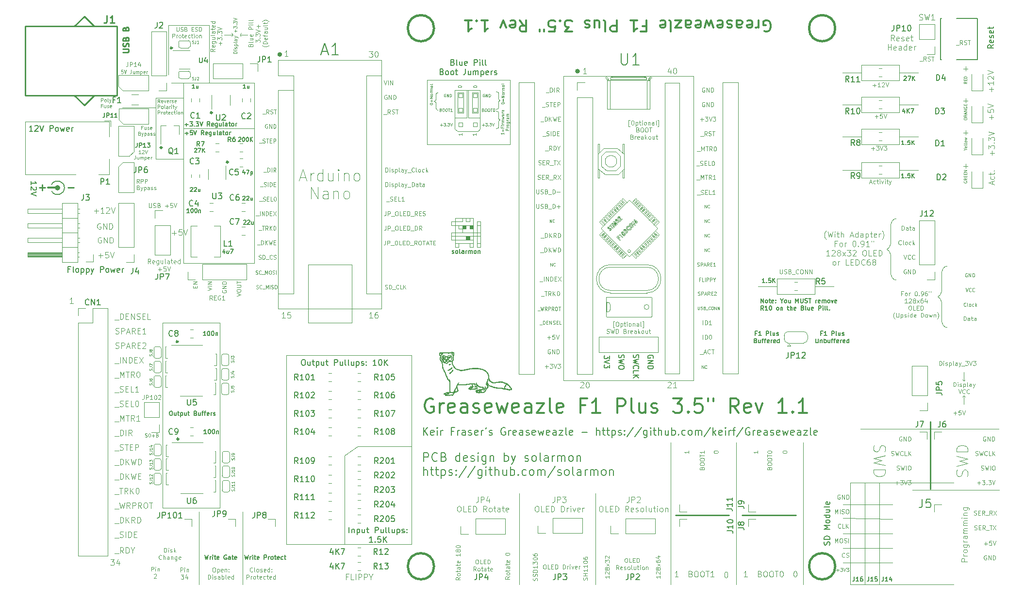
<source format=gbr>
G04 #@! TF.GenerationSoftware,KiCad,Pcbnew,(5.1.9)-1*
G04 #@! TF.CreationDate,2021-07-31T21:07:57+01:00*
G04 #@! TF.ProjectId,Greaseweazle F1 Plus 3.5 Rev 1.1,47726561-7365-4776-9561-7a6c65204631,1.1*
G04 #@! TF.SameCoordinates,PX6312cb0PY6bcb370*
G04 #@! TF.FileFunction,Legend,Top*
G04 #@! TF.FilePolarity,Positive*
%FSLAX46Y46*%
G04 Gerber Fmt 4.6, Leading zero omitted, Abs format (unit mm)*
G04 Created by KiCad (PCBNEW (5.1.9)-1) date 2021-07-31 21:07:57*
%MOMM*%
%LPD*%
G01*
G04 APERTURE LIST*
%ADD10C,0.100000*%
%ADD11C,0.150000*%
%ADD12C,0.125000*%
%ADD13C,0.120000*%
%ADD14C,0.300000*%
%ADD15C,0.200000*%
%ADD16C,0.400000*%
%ADD17C,0.304800*%
%ADD18C,0.254000*%
%ADD19C,0.075000*%
%ADD20C,0.010000*%
%ADD21C,0.381000*%
%ADD22C,0.127000*%
%ADD23C,0.250000*%
G04 APERTURE END LIST*
D10*
X-35866143Y51763572D02*
X-36151858Y51763572D01*
X-36180429Y51477858D01*
X-36151858Y51506429D01*
X-36094715Y51535000D01*
X-35951858Y51535000D01*
X-35894715Y51506429D01*
X-35866143Y51477858D01*
X-35837572Y51420715D01*
X-35837572Y51277858D01*
X-35866143Y51220715D01*
X-35894715Y51192143D01*
X-35951858Y51163572D01*
X-36094715Y51163572D01*
X-36151858Y51192143D01*
X-36180429Y51220715D01*
X-35666143Y51763572D02*
X-35466143Y51163572D01*
X-35266143Y51763572D01*
X-34437572Y51763572D02*
X-34437572Y51335000D01*
X-34466143Y51249286D01*
X-34523286Y51192143D01*
X-34609000Y51163572D01*
X-34666143Y51163572D01*
X-33894715Y51563572D02*
X-33894715Y51163572D01*
X-34151858Y51563572D02*
X-34151858Y51249286D01*
X-34123286Y51192143D01*
X-34066143Y51163572D01*
X-33980429Y51163572D01*
X-33923286Y51192143D01*
X-33894715Y51220715D01*
X-33609000Y51163572D02*
X-33609000Y51563572D01*
X-33609000Y51506429D02*
X-33580429Y51535000D01*
X-33523286Y51563572D01*
X-33437572Y51563572D01*
X-33380429Y51535000D01*
X-33351858Y51477858D01*
X-33351858Y51163572D01*
X-33351858Y51477858D02*
X-33323286Y51535000D01*
X-33266143Y51563572D01*
X-33180429Y51563572D01*
X-33123286Y51535000D01*
X-33094715Y51477858D01*
X-33094715Y51163572D01*
X-32809000Y51563572D02*
X-32809000Y50963572D01*
X-32809000Y51535000D02*
X-32751858Y51563572D01*
X-32637572Y51563572D01*
X-32580429Y51535000D01*
X-32551858Y51506429D01*
X-32523286Y51449286D01*
X-32523286Y51277858D01*
X-32551858Y51220715D01*
X-32580429Y51192143D01*
X-32637572Y51163572D01*
X-32751858Y51163572D01*
X-32809000Y51192143D01*
X-32037572Y51192143D02*
X-32094715Y51163572D01*
X-32209000Y51163572D01*
X-32266143Y51192143D01*
X-32294715Y51249286D01*
X-32294715Y51477858D01*
X-32266143Y51535000D01*
X-32209000Y51563572D01*
X-32094715Y51563572D01*
X-32037572Y51535000D01*
X-32009000Y51477858D01*
X-32009000Y51420715D01*
X-32294715Y51363572D01*
X-31751858Y51163572D02*
X-31751858Y51563572D01*
X-31751858Y51449286D02*
X-31723286Y51506429D01*
X-31694715Y51535000D01*
X-31637572Y51563572D01*
X-31580429Y51563572D01*
X-32756429Y37185572D02*
X-33099286Y37185572D01*
X-32927858Y37185572D02*
X-32927858Y37785572D01*
X-32985000Y37699858D01*
X-33042143Y37642715D01*
X-33099286Y37614143D01*
X-32527858Y37728429D02*
X-32499286Y37757000D01*
X-32442143Y37785572D01*
X-32299286Y37785572D01*
X-32242143Y37757000D01*
X-32213572Y37728429D01*
X-32185000Y37671286D01*
X-32185000Y37614143D01*
X-32213572Y37528429D01*
X-32556429Y37185572D01*
X-32185000Y37185572D01*
X-32013572Y37785572D02*
X-31813572Y37185572D01*
X-31613572Y37785572D01*
X-33685000Y36785572D02*
X-33685000Y36357000D01*
X-33713572Y36271286D01*
X-33770715Y36214143D01*
X-33856429Y36185572D01*
X-33913572Y36185572D01*
X-33142143Y36585572D02*
X-33142143Y36185572D01*
X-33399286Y36585572D02*
X-33399286Y36271286D01*
X-33370715Y36214143D01*
X-33313572Y36185572D01*
X-33227858Y36185572D01*
X-33170715Y36214143D01*
X-33142143Y36242715D01*
X-32856429Y36185572D02*
X-32856429Y36585572D01*
X-32856429Y36528429D02*
X-32827858Y36557000D01*
X-32770715Y36585572D01*
X-32685000Y36585572D01*
X-32627858Y36557000D01*
X-32599286Y36499858D01*
X-32599286Y36185572D01*
X-32599286Y36499858D02*
X-32570715Y36557000D01*
X-32513572Y36585572D01*
X-32427858Y36585572D01*
X-32370715Y36557000D01*
X-32342143Y36499858D01*
X-32342143Y36185572D01*
X-32056429Y36585572D02*
X-32056429Y35985572D01*
X-32056429Y36557000D02*
X-31999286Y36585572D01*
X-31885000Y36585572D01*
X-31827858Y36557000D01*
X-31799286Y36528429D01*
X-31770715Y36471286D01*
X-31770715Y36299858D01*
X-31799286Y36242715D01*
X-31827858Y36214143D01*
X-31885000Y36185572D01*
X-31999286Y36185572D01*
X-32056429Y36214143D01*
X-31285000Y36214143D02*
X-31342143Y36185572D01*
X-31456429Y36185572D01*
X-31513572Y36214143D01*
X-31542143Y36271286D01*
X-31542143Y36499858D01*
X-31513572Y36557000D01*
X-31456429Y36585572D01*
X-31342143Y36585572D01*
X-31285000Y36557000D01*
X-31256429Y36499858D01*
X-31256429Y36442715D01*
X-31542143Y36385572D01*
X-30999286Y36185572D02*
X-30999286Y36585572D01*
X-30999286Y36471286D02*
X-30970715Y36528429D01*
X-30942143Y36557000D01*
X-30885000Y36585572D01*
X-30827858Y36585572D01*
D11*
X86134000Y5771072D02*
X85884000Y5771072D01*
X85884000Y5378215D02*
X85884000Y6128215D01*
X86241142Y6128215D01*
X86919714Y5378215D02*
X86491142Y5378215D01*
X86705428Y5378215D02*
X86705428Y6128215D01*
X86634000Y6021072D01*
X86562571Y5949643D01*
X86491142Y5913929D01*
X87812571Y5378215D02*
X87812571Y6128215D01*
X88098285Y6128215D01*
X88169714Y6092500D01*
X88205428Y6056786D01*
X88241142Y5985358D01*
X88241142Y5878215D01*
X88205428Y5806786D01*
X88169714Y5771072D01*
X88098285Y5735358D01*
X87812571Y5735358D01*
X88669714Y5378215D02*
X88598285Y5413929D01*
X88562571Y5485358D01*
X88562571Y6128215D01*
X89276857Y5878215D02*
X89276857Y5378215D01*
X88955428Y5878215D02*
X88955428Y5485358D01*
X88991142Y5413929D01*
X89062571Y5378215D01*
X89169714Y5378215D01*
X89241142Y5413929D01*
X89276857Y5449643D01*
X89598285Y5413929D02*
X89669714Y5378215D01*
X89812571Y5378215D01*
X89884000Y5413929D01*
X89919714Y5485358D01*
X89919714Y5521072D01*
X89884000Y5592500D01*
X89812571Y5628215D01*
X89705428Y5628215D01*
X89634000Y5663929D01*
X89598285Y5735358D01*
X89598285Y5771072D01*
X89634000Y5842500D01*
X89705428Y5878215D01*
X89812571Y5878215D01*
X89884000Y5842500D01*
X85009000Y4853215D02*
X85009000Y4246072D01*
X85044714Y4174643D01*
X85080428Y4138929D01*
X85151857Y4103215D01*
X85294714Y4103215D01*
X85366142Y4138929D01*
X85401857Y4174643D01*
X85437571Y4246072D01*
X85437571Y4853215D01*
X85794714Y4603215D02*
X85794714Y4103215D01*
X85794714Y4531786D02*
X85830428Y4567500D01*
X85901857Y4603215D01*
X86009000Y4603215D01*
X86080428Y4567500D01*
X86116142Y4496072D01*
X86116142Y4103215D01*
X86473285Y4103215D02*
X86473285Y4853215D01*
X86473285Y4567500D02*
X86544714Y4603215D01*
X86687571Y4603215D01*
X86759000Y4567500D01*
X86794714Y4531786D01*
X86830428Y4460358D01*
X86830428Y4246072D01*
X86794714Y4174643D01*
X86759000Y4138929D01*
X86687571Y4103215D01*
X86544714Y4103215D01*
X86473285Y4138929D01*
X87473285Y4603215D02*
X87473285Y4103215D01*
X87151857Y4603215D02*
X87151857Y4210358D01*
X87187571Y4138929D01*
X87259000Y4103215D01*
X87366142Y4103215D01*
X87437571Y4138929D01*
X87473285Y4174643D01*
X87723285Y4603215D02*
X88009000Y4603215D01*
X87830428Y4103215D02*
X87830428Y4746072D01*
X87866142Y4817500D01*
X87937571Y4853215D01*
X88009000Y4853215D01*
X88151857Y4603215D02*
X88437571Y4603215D01*
X88259000Y4103215D02*
X88259000Y4746072D01*
X88294714Y4817500D01*
X88366142Y4853215D01*
X88437571Y4853215D01*
X88973285Y4138929D02*
X88901857Y4103215D01*
X88759000Y4103215D01*
X88687571Y4138929D01*
X88651857Y4210358D01*
X88651857Y4496072D01*
X88687571Y4567500D01*
X88759000Y4603215D01*
X88901857Y4603215D01*
X88973285Y4567500D01*
X89009000Y4496072D01*
X89009000Y4424643D01*
X88651857Y4353215D01*
X89330428Y4103215D02*
X89330428Y4603215D01*
X89330428Y4460358D02*
X89366142Y4531786D01*
X89401857Y4567500D01*
X89473285Y4603215D01*
X89544714Y4603215D01*
X90080428Y4138929D02*
X90009000Y4103215D01*
X89866142Y4103215D01*
X89794714Y4138929D01*
X89759000Y4210358D01*
X89759000Y4496072D01*
X89794714Y4567500D01*
X89866142Y4603215D01*
X90009000Y4603215D01*
X90080428Y4567500D01*
X90116142Y4496072D01*
X90116142Y4424643D01*
X89759000Y4353215D01*
X90759000Y4103215D02*
X90759000Y4853215D01*
X90759000Y4138929D02*
X90687571Y4103215D01*
X90544714Y4103215D01*
X90473285Y4138929D01*
X90437571Y4174643D01*
X90401857Y4246072D01*
X90401857Y4460358D01*
X90437571Y4531786D01*
X90473285Y4567500D01*
X90544714Y4603215D01*
X90687571Y4603215D01*
X90759000Y4567500D01*
X74704000Y5771072D02*
X74454000Y5771072D01*
X74454000Y5378215D02*
X74454000Y6128215D01*
X74811142Y6128215D01*
X75489714Y5378215D02*
X75061142Y5378215D01*
X75275428Y5378215D02*
X75275428Y6128215D01*
X75204000Y6021072D01*
X75132571Y5949643D01*
X75061142Y5913929D01*
X76382571Y5378215D02*
X76382571Y6128215D01*
X76668285Y6128215D01*
X76739714Y6092500D01*
X76775428Y6056786D01*
X76811142Y5985358D01*
X76811142Y5878215D01*
X76775428Y5806786D01*
X76739714Y5771072D01*
X76668285Y5735358D01*
X76382571Y5735358D01*
X77239714Y5378215D02*
X77168285Y5413929D01*
X77132571Y5485358D01*
X77132571Y6128215D01*
X77846857Y5878215D02*
X77846857Y5378215D01*
X77525428Y5878215D02*
X77525428Y5485358D01*
X77561142Y5413929D01*
X77632571Y5378215D01*
X77739714Y5378215D01*
X77811142Y5413929D01*
X77846857Y5449643D01*
X78168285Y5413929D02*
X78239714Y5378215D01*
X78382571Y5378215D01*
X78454000Y5413929D01*
X78489714Y5485358D01*
X78489714Y5521072D01*
X78454000Y5592500D01*
X78382571Y5628215D01*
X78275428Y5628215D01*
X78204000Y5663929D01*
X78168285Y5735358D01*
X78168285Y5771072D01*
X78204000Y5842500D01*
X78275428Y5878215D01*
X78382571Y5878215D01*
X78454000Y5842500D01*
X74525428Y4496072D02*
X74632571Y4460358D01*
X74668285Y4424643D01*
X74704000Y4353215D01*
X74704000Y4246072D01*
X74668285Y4174643D01*
X74632571Y4138929D01*
X74561142Y4103215D01*
X74275428Y4103215D01*
X74275428Y4853215D01*
X74525428Y4853215D01*
X74596857Y4817500D01*
X74632571Y4781786D01*
X74668285Y4710358D01*
X74668285Y4638929D01*
X74632571Y4567500D01*
X74596857Y4531786D01*
X74525428Y4496072D01*
X74275428Y4496072D01*
X75346857Y4603215D02*
X75346857Y4103215D01*
X75025428Y4603215D02*
X75025428Y4210358D01*
X75061142Y4138929D01*
X75132571Y4103215D01*
X75239714Y4103215D01*
X75311142Y4138929D01*
X75346857Y4174643D01*
X75596857Y4603215D02*
X75882571Y4603215D01*
X75704000Y4103215D02*
X75704000Y4746072D01*
X75739714Y4817500D01*
X75811142Y4853215D01*
X75882571Y4853215D01*
X76025428Y4603215D02*
X76311142Y4603215D01*
X76132571Y4103215D02*
X76132571Y4746072D01*
X76168285Y4817500D01*
X76239714Y4853215D01*
X76311142Y4853215D01*
X76846857Y4138929D02*
X76775428Y4103215D01*
X76632571Y4103215D01*
X76561142Y4138929D01*
X76525428Y4210358D01*
X76525428Y4496072D01*
X76561142Y4567500D01*
X76632571Y4603215D01*
X76775428Y4603215D01*
X76846857Y4567500D01*
X76882571Y4496072D01*
X76882571Y4424643D01*
X76525428Y4353215D01*
X77204000Y4103215D02*
X77204000Y4603215D01*
X77204000Y4460358D02*
X77239714Y4531786D01*
X77275428Y4567500D01*
X77346857Y4603215D01*
X77418285Y4603215D01*
X77954000Y4138929D02*
X77882571Y4103215D01*
X77739714Y4103215D01*
X77668285Y4138929D01*
X77632571Y4210358D01*
X77632571Y4496072D01*
X77668285Y4567500D01*
X77739714Y4603215D01*
X77882571Y4603215D01*
X77954000Y4567500D01*
X77989714Y4496072D01*
X77989714Y4424643D01*
X77632571Y4353215D01*
X78632571Y4103215D02*
X78632571Y4853215D01*
X78632571Y4138929D02*
X78561142Y4103215D01*
X78418285Y4103215D01*
X78346857Y4138929D01*
X78311142Y4174643D01*
X78275428Y4246072D01*
X78275428Y4460358D01*
X78311142Y4531786D01*
X78346857Y4567500D01*
X78418285Y4603215D01*
X78561142Y4603215D01*
X78632571Y4567500D01*
D12*
X-23294572Y13670429D02*
X-23294572Y13920429D01*
X-22901715Y14027572D02*
X-22901715Y13670429D01*
X-23651715Y13670429D01*
X-23651715Y14027572D01*
X-22901715Y14349000D02*
X-23651715Y14349000D01*
X-22901715Y14777572D01*
X-23651715Y14777572D01*
X-21111715Y13275572D02*
X-20361715Y13525572D01*
X-21111715Y13775572D01*
X-20361715Y14025572D02*
X-21111715Y14025572D01*
X-20361715Y14382715D02*
X-21111715Y14382715D01*
X-20361715Y14811286D01*
X-21111715Y14811286D01*
X-18536000Y13267572D02*
X-18571715Y13196143D01*
X-18571715Y13089000D01*
X-18536000Y12981858D01*
X-18464572Y12910429D01*
X-18393143Y12874715D01*
X-18250286Y12839000D01*
X-18143143Y12839000D01*
X-18000286Y12874715D01*
X-17928858Y12910429D01*
X-17857429Y12981858D01*
X-17821715Y13089000D01*
X-17821715Y13160429D01*
X-17857429Y13267572D01*
X-17893143Y13303286D01*
X-18143143Y13303286D01*
X-18143143Y13160429D01*
X-17821715Y13624715D02*
X-18571715Y13624715D01*
X-17821715Y14053286D01*
X-18571715Y14053286D01*
X-17821715Y14410429D02*
X-18571715Y14410429D01*
X-18571715Y14589000D01*
X-18536000Y14696143D01*
X-18464572Y14767572D01*
X-18393143Y14803286D01*
X-18250286Y14839000D01*
X-18143143Y14839000D01*
X-18000286Y14803286D01*
X-17928858Y14767572D01*
X-17857429Y14696143D01*
X-17821715Y14589000D01*
X-17821715Y14410429D01*
X-16031715Y12267572D02*
X-15281715Y12517572D01*
X-16031715Y12767572D01*
X-16031715Y13160429D02*
X-16031715Y13303286D01*
X-15996000Y13374715D01*
X-15924572Y13446143D01*
X-15781715Y13481858D01*
X-15531715Y13481858D01*
X-15388858Y13446143D01*
X-15317429Y13374715D01*
X-15281715Y13303286D01*
X-15281715Y13160429D01*
X-15317429Y13089000D01*
X-15388858Y13017572D01*
X-15531715Y12981858D01*
X-15781715Y12981858D01*
X-15924572Y13017572D01*
X-15996000Y13089000D01*
X-16031715Y13160429D01*
X-16031715Y13803286D02*
X-15424572Y13803286D01*
X-15353143Y13839000D01*
X-15317429Y13874715D01*
X-15281715Y13946143D01*
X-15281715Y14089000D01*
X-15317429Y14160429D01*
X-15353143Y14196143D01*
X-15424572Y14231858D01*
X-16031715Y14231858D01*
X-16031715Y14481858D02*
X-16031715Y14910429D01*
X-15281715Y14696143D02*
X-16031715Y14696143D01*
D10*
X-31989572Y-12307857D02*
X-31903858Y-12336428D01*
X-31761000Y-12336428D01*
X-31703858Y-12307857D01*
X-31675286Y-12279285D01*
X-31646715Y-12222142D01*
X-31646715Y-12165000D01*
X-31675286Y-12107857D01*
X-31703858Y-12079285D01*
X-31761000Y-12050714D01*
X-31875286Y-12022142D01*
X-31932429Y-11993571D01*
X-31961000Y-11965000D01*
X-31989572Y-11907857D01*
X-31989572Y-11850714D01*
X-31961000Y-11793571D01*
X-31932429Y-11765000D01*
X-31875286Y-11736428D01*
X-31732429Y-11736428D01*
X-31646715Y-11765000D01*
X-31275286Y-11736428D02*
X-31218143Y-11736428D01*
X-31161000Y-11765000D01*
X-31132429Y-11793571D01*
X-31103858Y-11850714D01*
X-31075286Y-11965000D01*
X-31075286Y-12107857D01*
X-31103858Y-12222142D01*
X-31132429Y-12279285D01*
X-31161000Y-12307857D01*
X-31218143Y-12336428D01*
X-31275286Y-12336428D01*
X-31332429Y-12307857D01*
X-31361000Y-12279285D01*
X-31389572Y-12222142D01*
X-31418143Y-12107857D01*
X-31418143Y-11965000D01*
X-31389572Y-11850714D01*
X-31361000Y-11793571D01*
X-31332429Y-11765000D01*
X-31275286Y-11736428D01*
X-30818143Y-12107857D02*
X-30361000Y-12107857D01*
X-30589572Y-12336428D02*
X-30589572Y-11879285D01*
X-29875286Y-12022142D02*
X-29789572Y-12050714D01*
X-29761000Y-12079285D01*
X-29732429Y-12136428D01*
X-29732429Y-12222142D01*
X-29761000Y-12279285D01*
X-29789572Y-12307857D01*
X-29846715Y-12336428D01*
X-30075286Y-12336428D01*
X-30075286Y-11736428D01*
X-29875286Y-11736428D01*
X-29818143Y-11765000D01*
X-29789572Y-11793571D01*
X-29761000Y-11850714D01*
X-29761000Y-11907857D01*
X-29789572Y-11965000D01*
X-29818143Y-11993571D01*
X-29875286Y-12022142D01*
X-30075286Y-12022142D01*
D12*
X65307857Y7280715D02*
X65307857Y8030715D01*
X65665000Y7280715D02*
X65665000Y8030715D01*
X65843571Y8030715D01*
X65950714Y7995000D01*
X66022142Y7923572D01*
X66057857Y7852143D01*
X66093571Y7709286D01*
X66093571Y7602143D01*
X66057857Y7459286D01*
X66022142Y7387858D01*
X65950714Y7316429D01*
X65843571Y7280715D01*
X65665000Y7280715D01*
X66807857Y7280715D02*
X66379285Y7280715D01*
X66593571Y7280715D02*
X66593571Y8030715D01*
X66522142Y7923572D01*
X66450714Y7852143D01*
X66379285Y7816429D01*
X65307857Y4740715D02*
X65307857Y5490715D01*
X65665000Y4740715D02*
X65665000Y5490715D01*
X65843571Y5490715D01*
X65950714Y5455000D01*
X66022142Y5383572D01*
X66057857Y5312143D01*
X66093571Y5169286D01*
X66093571Y5062143D01*
X66057857Y4919286D01*
X66022142Y4847858D01*
X65950714Y4776429D01*
X65843571Y4740715D01*
X65665000Y4740715D01*
X66557857Y5490715D02*
X66629285Y5490715D01*
X66700714Y5455000D01*
X66736428Y5419286D01*
X66772142Y5347858D01*
X66807857Y5205000D01*
X66807857Y5026429D01*
X66772142Y4883572D01*
X66736428Y4812143D01*
X66700714Y4776429D01*
X66629285Y4740715D01*
X66557857Y4740715D01*
X66486428Y4776429D01*
X66450714Y4812143D01*
X66415000Y4883572D01*
X66379285Y5026429D01*
X66379285Y5205000D01*
X66415000Y5347858D01*
X66450714Y5419286D01*
X66486428Y5455000D01*
X66557857Y5490715D01*
X-25860286Y-35909285D02*
X-25860286Y-35159285D01*
X-25574572Y-35159285D01*
X-25503143Y-35195000D01*
X-25467429Y-35230714D01*
X-25431715Y-35302142D01*
X-25431715Y-35409285D01*
X-25467429Y-35480714D01*
X-25503143Y-35516428D01*
X-25574572Y-35552142D01*
X-25860286Y-35552142D01*
X-25110286Y-35909285D02*
X-25110286Y-35409285D01*
X-25110286Y-35159285D02*
X-25146000Y-35195000D01*
X-25110286Y-35230714D01*
X-25074572Y-35195000D01*
X-25110286Y-35159285D01*
X-25110286Y-35230714D01*
X-24753143Y-35409285D02*
X-24753143Y-35909285D01*
X-24753143Y-35480714D02*
X-24717429Y-35445000D01*
X-24646000Y-35409285D01*
X-24538858Y-35409285D01*
X-24467429Y-35445000D01*
X-24431715Y-35516428D01*
X-24431715Y-35909285D01*
X-25753143Y-36409285D02*
X-25288858Y-36409285D01*
X-25538858Y-36695000D01*
X-25431715Y-36695000D01*
X-25360286Y-36730714D01*
X-25324572Y-36766428D01*
X-25288858Y-36837857D01*
X-25288858Y-37016428D01*
X-25324572Y-37087857D01*
X-25360286Y-37123571D01*
X-25431715Y-37159285D01*
X-25646000Y-37159285D01*
X-25717429Y-37123571D01*
X-25753143Y-37087857D01*
X-24646000Y-36659285D02*
X-24646000Y-37159285D01*
X-24824572Y-36373571D02*
X-25003143Y-36909285D01*
X-24538858Y-36909285D01*
X-30940286Y-35782285D02*
X-30940286Y-35032285D01*
X-30654572Y-35032285D01*
X-30583143Y-35068000D01*
X-30547429Y-35103714D01*
X-30511715Y-35175142D01*
X-30511715Y-35282285D01*
X-30547429Y-35353714D01*
X-30583143Y-35389428D01*
X-30654572Y-35425142D01*
X-30940286Y-35425142D01*
X-30190286Y-35782285D02*
X-30190286Y-35282285D01*
X-30190286Y-35032285D02*
X-30226000Y-35068000D01*
X-30190286Y-35103714D01*
X-30154572Y-35068000D01*
X-30190286Y-35032285D01*
X-30190286Y-35103714D01*
X-29833143Y-35282285D02*
X-29833143Y-35782285D01*
X-29833143Y-35353714D02*
X-29797429Y-35318000D01*
X-29726000Y-35282285D01*
X-29618858Y-35282285D01*
X-29547429Y-35318000D01*
X-29511715Y-35389428D01*
X-29511715Y-35782285D01*
X-30440286Y-36353714D02*
X-30404572Y-36318000D01*
X-30333143Y-36282285D01*
X-30154572Y-36282285D01*
X-30083143Y-36318000D01*
X-30047429Y-36353714D01*
X-30011715Y-36425142D01*
X-30011715Y-36496571D01*
X-30047429Y-36603714D01*
X-30476000Y-37032285D01*
X-30011715Y-37032285D01*
X-28668143Y-32480285D02*
X-28668143Y-31730285D01*
X-28489572Y-31730285D01*
X-28382429Y-31766000D01*
X-28311000Y-31837428D01*
X-28275286Y-31908857D01*
X-28239572Y-32051714D01*
X-28239572Y-32158857D01*
X-28275286Y-32301714D01*
X-28311000Y-32373142D01*
X-28382429Y-32444571D01*
X-28489572Y-32480285D01*
X-28668143Y-32480285D01*
X-27918143Y-32480285D02*
X-27918143Y-31980285D01*
X-27918143Y-31730285D02*
X-27953858Y-31766000D01*
X-27918143Y-31801714D01*
X-27882429Y-31766000D01*
X-27918143Y-31730285D01*
X-27918143Y-31801714D01*
X-27596715Y-32444571D02*
X-27525286Y-32480285D01*
X-27382429Y-32480285D01*
X-27311000Y-32444571D01*
X-27275286Y-32373142D01*
X-27275286Y-32337428D01*
X-27311000Y-32266000D01*
X-27382429Y-32230285D01*
X-27489572Y-32230285D01*
X-27561000Y-32194571D01*
X-27596715Y-32123142D01*
X-27596715Y-32087428D01*
X-27561000Y-32016000D01*
X-27489572Y-31980285D01*
X-27382429Y-31980285D01*
X-27311000Y-32016000D01*
X-26953858Y-32480285D02*
X-26953858Y-31730285D01*
X-26882429Y-32194571D02*
X-26668143Y-32480285D01*
X-26668143Y-31980285D02*
X-26953858Y-32266000D01*
X-29132429Y-33658857D02*
X-29168143Y-33694571D01*
X-29275286Y-33730285D01*
X-29346715Y-33730285D01*
X-29453858Y-33694571D01*
X-29525286Y-33623142D01*
X-29561000Y-33551714D01*
X-29596715Y-33408857D01*
X-29596715Y-33301714D01*
X-29561000Y-33158857D01*
X-29525286Y-33087428D01*
X-29453858Y-33016000D01*
X-29346715Y-32980285D01*
X-29275286Y-32980285D01*
X-29168143Y-33016000D01*
X-29132429Y-33051714D01*
X-28811000Y-33730285D02*
X-28811000Y-32980285D01*
X-28489572Y-33730285D02*
X-28489572Y-33337428D01*
X-28525286Y-33266000D01*
X-28596715Y-33230285D01*
X-28703858Y-33230285D01*
X-28775286Y-33266000D01*
X-28811000Y-33301714D01*
X-27811000Y-33730285D02*
X-27811000Y-33337428D01*
X-27846715Y-33266000D01*
X-27918143Y-33230285D01*
X-28061000Y-33230285D01*
X-28132429Y-33266000D01*
X-27811000Y-33694571D02*
X-27882429Y-33730285D01*
X-28061000Y-33730285D01*
X-28132429Y-33694571D01*
X-28168143Y-33623142D01*
X-28168143Y-33551714D01*
X-28132429Y-33480285D01*
X-28061000Y-33444571D01*
X-27882429Y-33444571D01*
X-27811000Y-33408857D01*
X-27453858Y-33230285D02*
X-27453858Y-33730285D01*
X-27453858Y-33301714D02*
X-27418143Y-33266000D01*
X-27346715Y-33230285D01*
X-27239572Y-33230285D01*
X-27168143Y-33266000D01*
X-27132429Y-33337428D01*
X-27132429Y-33730285D01*
X-26453858Y-33230285D02*
X-26453858Y-33837428D01*
X-26489572Y-33908857D01*
X-26525286Y-33944571D01*
X-26596715Y-33980285D01*
X-26703858Y-33980285D01*
X-26775286Y-33944571D01*
X-26453858Y-33694571D02*
X-26525286Y-33730285D01*
X-26668143Y-33730285D01*
X-26739572Y-33694571D01*
X-26775286Y-33658857D01*
X-26811000Y-33587428D01*
X-26811000Y-33373142D01*
X-26775286Y-33301714D01*
X-26739572Y-33266000D01*
X-26668143Y-33230285D01*
X-26525286Y-33230285D01*
X-26453858Y-33266000D01*
X-25811000Y-33694571D02*
X-25882429Y-33730285D01*
X-26025286Y-33730285D01*
X-26096715Y-33694571D01*
X-26132429Y-33623142D01*
X-26132429Y-33337428D01*
X-26096715Y-33266000D01*
X-26025286Y-33230285D01*
X-25882429Y-33230285D01*
X-25811000Y-33266000D01*
X-25775286Y-33337428D01*
X-25775286Y-33408857D01*
X-26132429Y-33480285D01*
D13*
X-22606000Y-25400000D02*
X-22606000Y-38100000D01*
X-19685000Y-19939000D02*
X-19812000Y-19939000D01*
X-19685000Y-21971000D02*
X-20066000Y-21971000D01*
X-19685000Y-21971000D02*
X-19685000Y-19939000D01*
X-19685000Y-17399000D02*
X-19812000Y-17399000D01*
X-19685000Y-19431000D02*
X-20066000Y-19431000D01*
X-19685000Y-19431000D02*
X-19685000Y-17399000D01*
X-19685000Y-16891000D02*
X-19685000Y-14859000D01*
X-19685000Y-14859000D02*
X-19812000Y-14859000D01*
X-19685000Y-16891000D02*
X-20066000Y-16891000D01*
X-27940000Y-20701000D02*
X-28321000Y-20701000D01*
X-28194000Y-18669000D02*
X-28321000Y-18669000D01*
X-28321000Y-20701000D02*
X-28321000Y-18669000D01*
X-27940000Y-18161000D02*
X-28321000Y-18161000D01*
X-28194000Y-16129000D02*
X-28321000Y-16129000D01*
X-28321000Y-18161000D02*
X-28321000Y-16129000D01*
X-28194000Y-13716000D02*
X-28321000Y-13716000D01*
X-27940000Y-15748000D02*
X-28321000Y-15748000D01*
X-28321000Y-15748000D02*
X-28321000Y-13716000D01*
X-28448000Y-3683000D02*
X-28448000Y-1651000D01*
X-28067000Y-3683000D02*
X-28448000Y-3683000D01*
X-28321000Y-1651000D02*
X-28448000Y-1651000D01*
X-28067000Y-1143000D02*
X-28448000Y-1143000D01*
X-28321000Y889000D02*
X-28448000Y889000D01*
X-28448000Y-1143000D02*
X-28448000Y889000D01*
X-28448000Y1397000D02*
X-28448000Y3429000D01*
X-28321000Y3429000D02*
X-28448000Y3429000D01*
X-28067000Y1397000D02*
X-28448000Y1397000D01*
X-19685000Y-4953000D02*
X-20066000Y-4953000D01*
X-19685000Y-4953000D02*
X-19685000Y-2921000D01*
X-19685000Y-2921000D02*
X-19812000Y-2921000D01*
X-19558000Y-381000D02*
X-19685000Y-381000D01*
X-19558000Y-2413000D02*
X-19939000Y-2413000D01*
X-19558000Y-2413000D02*
X-19558000Y-381000D01*
X-19558000Y127000D02*
X-19939000Y127000D01*
X-19558000Y2159000D02*
X-19685000Y2159000D01*
X-19558000Y127000D02*
X-19558000Y2159000D01*
D12*
X111426523Y-19224285D02*
X111521761Y-18938571D01*
X111521761Y-18462380D01*
X111426523Y-18271904D01*
X111331285Y-18176666D01*
X111140809Y-18081428D01*
X110950333Y-18081428D01*
X110759857Y-18176666D01*
X110664619Y-18271904D01*
X110569380Y-18462380D01*
X110474142Y-18843333D01*
X110378904Y-19033809D01*
X110283666Y-19129047D01*
X110093190Y-19224285D01*
X109902714Y-19224285D01*
X109712238Y-19129047D01*
X109617000Y-19033809D01*
X109521761Y-18843333D01*
X109521761Y-18367142D01*
X109617000Y-18081428D01*
X109521761Y-17414761D02*
X111521761Y-16938571D01*
X110093190Y-16557619D01*
X111521761Y-16176666D01*
X109521761Y-15700476D01*
X111521761Y-14938571D02*
X109521761Y-14938571D01*
X109521761Y-14462380D01*
X109617000Y-14176666D01*
X109807476Y-13986190D01*
X109997952Y-13890952D01*
X110378904Y-13795714D01*
X110664619Y-13795714D01*
X111045571Y-13890952D01*
X111236047Y-13986190D01*
X111426523Y-14176666D01*
X111521761Y-14462380D01*
X111521761Y-14938571D01*
X98996380Y15121667D02*
X98758285Y15121667D01*
X98282095Y15455000D01*
X98044000Y16121667D01*
X98044000Y19455000D01*
X97805904Y20121667D01*
X97329714Y20455000D01*
X97805904Y20788334D01*
X98044000Y21455000D01*
X98044000Y24788334D01*
X98282095Y25455000D01*
X98758285Y25788334D01*
X98996380Y25788334D01*
X-7080286Y54157620D02*
X-7651715Y54157620D01*
X-7366000Y54157620D02*
X-7366000Y55157620D01*
X-7461239Y55014762D01*
X-7556477Y54919524D01*
X-7651715Y54871905D01*
X44989714Y51109620D02*
X44418285Y51109620D01*
X44704000Y51109620D02*
X44704000Y52109620D01*
X44608761Y51966762D01*
X44513523Y51871524D01*
X44418285Y51823905D01*
D13*
X89789000Y-34290000D02*
X98425000Y-34290000D01*
X89789000Y-31750000D02*
X98425000Y-31750000D01*
X89789000Y-29210000D02*
X98425000Y-29210000D01*
X89789000Y-26543000D02*
X98425000Y-26670000D01*
X89789000Y-24130000D02*
X98425000Y-24130000D01*
D14*
X-26139000Y-12700000D02*
G75*
G03*
X-26139000Y-12700000I-150000J0D01*
G01*
X-26266000Y4318000D02*
G75*
G03*
X-26266000Y4318000I-150000J0D01*
G01*
D13*
X-28956000Y-24765000D02*
X-18923000Y-24765000D01*
X-28956000Y7620000D02*
X-18923000Y7620000D01*
X-18923000Y7620000D02*
X-18923000Y-24765000D01*
X-28956000Y-24765000D02*
X-28956000Y7620000D01*
D11*
X-27552572Y-7844285D02*
X-27409715Y-7844285D01*
X-27338286Y-7880000D01*
X-27266858Y-7951428D01*
X-27231143Y-8094285D01*
X-27231143Y-8344285D01*
X-27266858Y-8487142D01*
X-27338286Y-8558571D01*
X-27409715Y-8594285D01*
X-27552572Y-8594285D01*
X-27624000Y-8558571D01*
X-27695429Y-8487142D01*
X-27731143Y-8344285D01*
X-27731143Y-8094285D01*
X-27695429Y-7951428D01*
X-27624000Y-7880000D01*
X-27552572Y-7844285D01*
X-26588286Y-8094285D02*
X-26588286Y-8594285D01*
X-26909715Y-8094285D02*
X-26909715Y-8487142D01*
X-26874000Y-8558571D01*
X-26802572Y-8594285D01*
X-26695429Y-8594285D01*
X-26624000Y-8558571D01*
X-26588286Y-8522857D01*
X-26338286Y-8094285D02*
X-26052572Y-8094285D01*
X-26231143Y-7844285D02*
X-26231143Y-8487142D01*
X-26195429Y-8558571D01*
X-26124000Y-8594285D01*
X-26052572Y-8594285D01*
X-25802572Y-8094285D02*
X-25802572Y-8844285D01*
X-25802572Y-8130000D02*
X-25731143Y-8094285D01*
X-25588286Y-8094285D01*
X-25516858Y-8130000D01*
X-25481143Y-8165714D01*
X-25445429Y-8237142D01*
X-25445429Y-8451428D01*
X-25481143Y-8522857D01*
X-25516858Y-8558571D01*
X-25588286Y-8594285D01*
X-25731143Y-8594285D01*
X-25802572Y-8558571D01*
X-24802572Y-8094285D02*
X-24802572Y-8594285D01*
X-25124000Y-8094285D02*
X-25124000Y-8487142D01*
X-25088286Y-8558571D01*
X-25016858Y-8594285D01*
X-24909715Y-8594285D01*
X-24838286Y-8558571D01*
X-24802572Y-8522857D01*
X-24552572Y-8094285D02*
X-24266858Y-8094285D01*
X-24445429Y-7844285D02*
X-24445429Y-8487142D01*
X-24409715Y-8558571D01*
X-24338286Y-8594285D01*
X-24266858Y-8594285D01*
X-23195429Y-8201428D02*
X-23088286Y-8237142D01*
X-23052572Y-8272857D01*
X-23016858Y-8344285D01*
X-23016858Y-8451428D01*
X-23052572Y-8522857D01*
X-23088286Y-8558571D01*
X-23159715Y-8594285D01*
X-23445429Y-8594285D01*
X-23445429Y-7844285D01*
X-23195429Y-7844285D01*
X-23124000Y-7880000D01*
X-23088286Y-7915714D01*
X-23052572Y-7987142D01*
X-23052572Y-8058571D01*
X-23088286Y-8130000D01*
X-23124000Y-8165714D01*
X-23195429Y-8201428D01*
X-23445429Y-8201428D01*
X-22374000Y-8094285D02*
X-22374000Y-8594285D01*
X-22695429Y-8094285D02*
X-22695429Y-8487142D01*
X-22659715Y-8558571D01*
X-22588286Y-8594285D01*
X-22481143Y-8594285D01*
X-22409715Y-8558571D01*
X-22374000Y-8522857D01*
X-22124000Y-8094285D02*
X-21838286Y-8094285D01*
X-22016858Y-8594285D02*
X-22016858Y-7951428D01*
X-21981143Y-7880000D01*
X-21909715Y-7844285D01*
X-21838286Y-7844285D01*
X-21695429Y-8094285D02*
X-21409715Y-8094285D01*
X-21588286Y-8594285D02*
X-21588286Y-7951428D01*
X-21552572Y-7880000D01*
X-21481143Y-7844285D01*
X-21409715Y-7844285D01*
X-20874000Y-8558571D02*
X-20945429Y-8594285D01*
X-21088286Y-8594285D01*
X-21159715Y-8558571D01*
X-21195429Y-8487142D01*
X-21195429Y-8201428D01*
X-21159715Y-8130000D01*
X-21088286Y-8094285D01*
X-20945429Y-8094285D01*
X-20874000Y-8130000D01*
X-20838286Y-8201428D01*
X-20838286Y-8272857D01*
X-21195429Y-8344285D01*
X-20516858Y-8594285D02*
X-20516858Y-8094285D01*
X-20516858Y-8237142D02*
X-20481143Y-8165714D01*
X-20445429Y-8130000D01*
X-20374000Y-8094285D01*
X-20302572Y-8094285D01*
X-20088286Y-8558571D02*
X-20016858Y-8594285D01*
X-19874000Y-8594285D01*
X-19802572Y-8558571D01*
X-19766858Y-8487142D01*
X-19766858Y-8451428D01*
X-19802572Y-8380000D01*
X-19874000Y-8344285D01*
X-19981143Y-8344285D01*
X-20052572Y-8308571D01*
X-20088286Y-8237142D01*
X-20088286Y-8201428D01*
X-20052572Y-8130000D01*
X-19981143Y-8094285D01*
X-19874000Y-8094285D01*
X-19802572Y-8130000D01*
D12*
X3405428Y-36758571D02*
X3072095Y-36758571D01*
X3072095Y-37282380D02*
X3072095Y-36282380D01*
X3548285Y-36282380D01*
X4405428Y-37282380D02*
X3929238Y-37282380D01*
X3929238Y-36282380D01*
X4738761Y-37282380D02*
X4738761Y-36282380D01*
X5214952Y-37282380D02*
X5214952Y-36282380D01*
X5595904Y-36282380D01*
X5691142Y-36330000D01*
X5738761Y-36377619D01*
X5786380Y-36472857D01*
X5786380Y-36615714D01*
X5738761Y-36710952D01*
X5691142Y-36758571D01*
X5595904Y-36806190D01*
X5214952Y-36806190D01*
X6214952Y-37282380D02*
X6214952Y-36282380D01*
X6595904Y-36282380D01*
X6691142Y-36330000D01*
X6738761Y-36377619D01*
X6786380Y-36472857D01*
X6786380Y-36615714D01*
X6738761Y-36710952D01*
X6691142Y-36758571D01*
X6595904Y-36806190D01*
X6214952Y-36806190D01*
X7405428Y-36806190D02*
X7405428Y-37282380D01*
X7072095Y-36282380D02*
X7405428Y-36806190D01*
X7738761Y-36282380D01*
X9884000Y13559667D02*
X9984000Y13526334D01*
X10150666Y13526334D01*
X10217333Y13559667D01*
X10250666Y13593000D01*
X10284000Y13659667D01*
X10284000Y13726334D01*
X10250666Y13793000D01*
X10217333Y13826334D01*
X10150666Y13859667D01*
X10017333Y13893000D01*
X9950666Y13926334D01*
X9917333Y13959667D01*
X9884000Y14026334D01*
X9884000Y14093000D01*
X9917333Y14159667D01*
X9950666Y14193000D01*
X10017333Y14226334D01*
X10184000Y14226334D01*
X10284000Y14193000D01*
X10584000Y13526334D02*
X10584000Y14226334D01*
X10750666Y14226334D01*
X10850666Y14193000D01*
X10917333Y14126334D01*
X10950666Y14059667D01*
X10984000Y13926334D01*
X10984000Y13826334D01*
X10950666Y13693000D01*
X10917333Y13626334D01*
X10850666Y13559667D01*
X10750666Y13526334D01*
X10584000Y13526334D01*
X11117333Y13459667D02*
X11650666Y13459667D01*
X12217333Y13593000D02*
X12184000Y13559667D01*
X12084000Y13526334D01*
X12017333Y13526334D01*
X11917333Y13559667D01*
X11850666Y13626334D01*
X11817333Y13693000D01*
X11784000Y13826334D01*
X11784000Y13926334D01*
X11817333Y14059667D01*
X11850666Y14126334D01*
X11917333Y14193000D01*
X12017333Y14226334D01*
X12084000Y14226334D01*
X12184000Y14193000D01*
X12217333Y14159667D01*
X12850666Y13526334D02*
X12517333Y13526334D01*
X12517333Y14226334D01*
X13084000Y13526334D02*
X13084000Y14226334D01*
X13484000Y13526334D02*
X13184000Y13926334D01*
X13484000Y14226334D02*
X13084000Y13826334D01*
X-12580715Y13600143D02*
X-12495000Y13571572D01*
X-12352143Y13571572D01*
X-12295000Y13600143D01*
X-12266429Y13628715D01*
X-12237858Y13685858D01*
X-12237858Y13743000D01*
X-12266429Y13800143D01*
X-12295000Y13828715D01*
X-12352143Y13857286D01*
X-12466429Y13885858D01*
X-12523572Y13914429D01*
X-12552143Y13943000D01*
X-12580715Y14000143D01*
X-12580715Y14057286D01*
X-12552143Y14114429D01*
X-12523572Y14143000D01*
X-12466429Y14171572D01*
X-12323572Y14171572D01*
X-12237858Y14143000D01*
X-11637858Y13628715D02*
X-11666429Y13600143D01*
X-11752143Y13571572D01*
X-11809286Y13571572D01*
X-11895000Y13600143D01*
X-11952143Y13657286D01*
X-11980715Y13714429D01*
X-12009286Y13828715D01*
X-12009286Y13914429D01*
X-11980715Y14028715D01*
X-11952143Y14085858D01*
X-11895000Y14143000D01*
X-11809286Y14171572D01*
X-11752143Y14171572D01*
X-11666429Y14143000D01*
X-11637858Y14114429D01*
X-11523572Y13514429D02*
X-11066429Y13514429D01*
X-10923572Y13571572D02*
X-10923572Y14171572D01*
X-10723572Y13743000D01*
X-10523572Y14171572D01*
X-10523572Y13571572D01*
X-10237858Y13571572D02*
X-10237858Y14171572D01*
X-9980715Y13600143D02*
X-9895000Y13571572D01*
X-9752143Y13571572D01*
X-9695000Y13600143D01*
X-9666429Y13628715D01*
X-9637858Y13685858D01*
X-9637858Y13743000D01*
X-9666429Y13800143D01*
X-9695000Y13828715D01*
X-9752143Y13857286D01*
X-9866429Y13885858D01*
X-9923572Y13914429D01*
X-9952143Y13943000D01*
X-9980715Y14000143D01*
X-9980715Y14057286D01*
X-9952143Y14114429D01*
X-9923572Y14143000D01*
X-9866429Y14171572D01*
X-9723572Y14171572D01*
X-9637858Y14143000D01*
X-9266429Y14171572D02*
X-9152143Y14171572D01*
X-9095000Y14143000D01*
X-9037858Y14085858D01*
X-9009286Y13971572D01*
X-9009286Y13771572D01*
X-9037858Y13657286D01*
X-9095000Y13600143D01*
X-9152143Y13571572D01*
X-9266429Y13571572D01*
X-9323572Y13600143D01*
X-9380715Y13657286D01*
X-9409286Y13771572D01*
X-9409286Y13971572D01*
X-9380715Y14085858D01*
X-9323572Y14143000D01*
X-9266429Y14171572D01*
X-12707715Y16140143D02*
X-12622000Y16111572D01*
X-12479143Y16111572D01*
X-12422000Y16140143D01*
X-12393429Y16168715D01*
X-12364858Y16225858D01*
X-12364858Y16283000D01*
X-12393429Y16340143D01*
X-12422000Y16368715D01*
X-12479143Y16397286D01*
X-12593429Y16425858D01*
X-12650572Y16454429D01*
X-12679143Y16483000D01*
X-12707715Y16540143D01*
X-12707715Y16597286D01*
X-12679143Y16654429D01*
X-12650572Y16683000D01*
X-12593429Y16711572D01*
X-12450572Y16711572D01*
X-12364858Y16683000D01*
X-11764858Y16168715D02*
X-11793429Y16140143D01*
X-11879143Y16111572D01*
X-11936286Y16111572D01*
X-12022000Y16140143D01*
X-12079143Y16197286D01*
X-12107715Y16254429D01*
X-12136286Y16368715D01*
X-12136286Y16454429D01*
X-12107715Y16568715D01*
X-12079143Y16625858D01*
X-12022000Y16683000D01*
X-11936286Y16711572D01*
X-11879143Y16711572D01*
X-11793429Y16683000D01*
X-11764858Y16654429D01*
X-11650572Y16054429D02*
X-11193429Y16054429D01*
X-11050572Y16111572D02*
X-11050572Y16711572D01*
X-10850572Y16283000D01*
X-10650572Y16711572D01*
X-10650572Y16111572D01*
X-10250572Y16711572D02*
X-10136286Y16711572D01*
X-10079143Y16683000D01*
X-10022000Y16625858D01*
X-9993429Y16511572D01*
X-9993429Y16311572D01*
X-10022000Y16197286D01*
X-10079143Y16140143D01*
X-10136286Y16111572D01*
X-10250572Y16111572D01*
X-10307715Y16140143D01*
X-10364858Y16197286D01*
X-10393429Y16311572D01*
X-10393429Y16511572D01*
X-10364858Y16625858D01*
X-10307715Y16683000D01*
X-10250572Y16711572D01*
X-9764858Y16140143D02*
X-9679143Y16111572D01*
X-9536286Y16111572D01*
X-9479143Y16140143D01*
X-9450572Y16168715D01*
X-9422000Y16225858D01*
X-9422000Y16283000D01*
X-9450572Y16340143D01*
X-9479143Y16368715D01*
X-9536286Y16397286D01*
X-9650572Y16425858D01*
X-9707715Y16454429D01*
X-9736286Y16483000D01*
X-9764858Y16540143D01*
X-9764858Y16597286D01*
X-9736286Y16654429D01*
X-9707715Y16683000D01*
X-9650572Y16711572D01*
X-9507715Y16711572D01*
X-9422000Y16683000D01*
X-9164858Y16111572D02*
X-9164858Y16711572D01*
X-12168000Y18766667D02*
X-12068000Y18733334D01*
X-11901334Y18733334D01*
X-11834667Y18766667D01*
X-11801334Y18800000D01*
X-11768000Y18866667D01*
X-11768000Y18933334D01*
X-11801334Y19000000D01*
X-11834667Y19033334D01*
X-11901334Y19066667D01*
X-12034667Y19100000D01*
X-12101334Y19133334D01*
X-12134667Y19166667D01*
X-12168000Y19233334D01*
X-12168000Y19300000D01*
X-12134667Y19366667D01*
X-12101334Y19400000D01*
X-12034667Y19433334D01*
X-11868000Y19433334D01*
X-11768000Y19400000D01*
X-11468000Y18733334D02*
X-11468000Y19433334D01*
X-11301334Y19433334D01*
X-11201334Y19400000D01*
X-11134667Y19333334D01*
X-11101334Y19266667D01*
X-11068000Y19133334D01*
X-11068000Y19033334D01*
X-11101334Y18900000D01*
X-11134667Y18833334D01*
X-11201334Y18766667D01*
X-11301334Y18733334D01*
X-11468000Y18733334D01*
X-10934667Y18666667D02*
X-10401334Y18666667D01*
X-9834667Y18800000D02*
X-9868000Y18766667D01*
X-9968000Y18733334D01*
X-10034667Y18733334D01*
X-10134667Y18766667D01*
X-10201334Y18833334D01*
X-10234667Y18900000D01*
X-10268000Y19033334D01*
X-10268000Y19133334D01*
X-10234667Y19266667D01*
X-10201334Y19333334D01*
X-10134667Y19400000D01*
X-10034667Y19433334D01*
X-9968000Y19433334D01*
X-9868000Y19400000D01*
X-9834667Y19366667D01*
X-9568000Y18766667D02*
X-9468000Y18733334D01*
X-9301334Y18733334D01*
X-9234667Y18766667D01*
X-9201334Y18800000D01*
X-9168000Y18866667D01*
X-9168000Y18933334D01*
X-9201334Y19000000D01*
X-9234667Y19033334D01*
X-9301334Y19066667D01*
X-9434667Y19100000D01*
X-9501334Y19133334D01*
X-9534667Y19166667D01*
X-9568000Y19233334D01*
X-9568000Y19300000D01*
X-9534667Y19366667D01*
X-9501334Y19400000D01*
X-9434667Y19433334D01*
X-9268000Y19433334D01*
X-9168000Y19400000D01*
X10041142Y28799286D02*
X10612571Y28799286D01*
X10755428Y28906429D02*
X10862571Y28870715D01*
X11041142Y28870715D01*
X11112571Y28906429D01*
X11148285Y28942143D01*
X11184000Y29013572D01*
X11184000Y29085000D01*
X11148285Y29156429D01*
X11112571Y29192143D01*
X11041142Y29227858D01*
X10898285Y29263572D01*
X10826857Y29299286D01*
X10791142Y29335000D01*
X10755428Y29406429D01*
X10755428Y29477858D01*
X10791142Y29549286D01*
X10826857Y29585000D01*
X10898285Y29620715D01*
X11076857Y29620715D01*
X11184000Y29585000D01*
X11505428Y29263572D02*
X11755428Y29263572D01*
X11862571Y28870715D02*
X11505428Y28870715D01*
X11505428Y29620715D01*
X11862571Y29620715D01*
X12541142Y28870715D02*
X12184000Y28870715D01*
X12184000Y29620715D01*
X13184000Y28870715D02*
X12755428Y28870715D01*
X12969714Y28870715D02*
X12969714Y29620715D01*
X12898285Y29513572D01*
X12826857Y29442143D01*
X12755428Y29406429D01*
X9928285Y33950715D02*
X9928285Y34700715D01*
X10106857Y34700715D01*
X10214000Y34665000D01*
X10285428Y34593572D01*
X10321142Y34522143D01*
X10356857Y34379286D01*
X10356857Y34272143D01*
X10321142Y34129286D01*
X10285428Y34057858D01*
X10214000Y33986429D01*
X10106857Y33950715D01*
X9928285Y33950715D01*
X10678285Y33950715D02*
X10678285Y34450715D01*
X10678285Y34700715D02*
X10642571Y34665000D01*
X10678285Y34629286D01*
X10714000Y34665000D01*
X10678285Y34700715D01*
X10678285Y34629286D01*
X10999714Y33986429D02*
X11071142Y33950715D01*
X11214000Y33950715D01*
X11285428Y33986429D01*
X11321142Y34057858D01*
X11321142Y34093572D01*
X11285428Y34165000D01*
X11214000Y34200715D01*
X11106857Y34200715D01*
X11035428Y34236429D01*
X10999714Y34307858D01*
X10999714Y34343572D01*
X11035428Y34415000D01*
X11106857Y34450715D01*
X11214000Y34450715D01*
X11285428Y34415000D01*
X11642571Y34450715D02*
X11642571Y33700715D01*
X11642571Y34415000D02*
X11714000Y34450715D01*
X11856857Y34450715D01*
X11928285Y34415000D01*
X11964000Y34379286D01*
X11999714Y34307858D01*
X11999714Y34093572D01*
X11964000Y34022143D01*
X11928285Y33986429D01*
X11856857Y33950715D01*
X11714000Y33950715D01*
X11642571Y33986429D01*
X12428285Y33950715D02*
X12356857Y33986429D01*
X12321142Y34057858D01*
X12321142Y34700715D01*
X13035428Y33950715D02*
X13035428Y34343572D01*
X12999714Y34415000D01*
X12928285Y34450715D01*
X12785428Y34450715D01*
X12714000Y34415000D01*
X13035428Y33986429D02*
X12964000Y33950715D01*
X12785428Y33950715D01*
X12714000Y33986429D01*
X12678285Y34057858D01*
X12678285Y34129286D01*
X12714000Y34200715D01*
X12785428Y34236429D01*
X12964000Y34236429D01*
X13035428Y34272143D01*
X13321142Y34450715D02*
X13499714Y33950715D01*
X13678285Y34450715D02*
X13499714Y33950715D01*
X13428285Y33772143D01*
X13392571Y33736429D01*
X13321142Y33700715D01*
X13785428Y33879286D02*
X14356857Y33879286D01*
X14964000Y34022143D02*
X14928285Y33986429D01*
X14821142Y33950715D01*
X14749714Y33950715D01*
X14642571Y33986429D01*
X14571142Y34057858D01*
X14535428Y34129286D01*
X14499714Y34272143D01*
X14499714Y34379286D01*
X14535428Y34522143D01*
X14571142Y34593572D01*
X14642571Y34665000D01*
X14749714Y34700715D01*
X14821142Y34700715D01*
X14928285Y34665000D01*
X14964000Y34629286D01*
X15392571Y33950715D02*
X15321142Y33986429D01*
X15285428Y34057858D01*
X15285428Y34700715D01*
X15785428Y33950715D02*
X15714000Y33986429D01*
X15678285Y34022143D01*
X15642571Y34093572D01*
X15642571Y34307858D01*
X15678285Y34379286D01*
X15714000Y34415000D01*
X15785428Y34450715D01*
X15892571Y34450715D01*
X15964000Y34415000D01*
X15999714Y34379286D01*
X16035428Y34307858D01*
X16035428Y34093572D01*
X15999714Y34022143D01*
X15964000Y33986429D01*
X15892571Y33950715D01*
X15785428Y33950715D01*
X16678285Y33986429D02*
X16606857Y33950715D01*
X16464000Y33950715D01*
X16392571Y33986429D01*
X16356857Y34022143D01*
X16321142Y34093572D01*
X16321142Y34307858D01*
X16356857Y34379286D01*
X16392571Y34415000D01*
X16464000Y34450715D01*
X16606857Y34450715D01*
X16678285Y34415000D01*
X16999714Y33950715D02*
X16999714Y34700715D01*
X17071142Y34236429D02*
X17285428Y33950715D01*
X17285428Y34450715D02*
X16999714Y34165000D01*
X9926142Y31410715D02*
X9926142Y32160715D01*
X10104714Y32160715D01*
X10211857Y32125000D01*
X10283285Y32053572D01*
X10319000Y31982143D01*
X10354714Y31839286D01*
X10354714Y31732143D01*
X10319000Y31589286D01*
X10283285Y31517858D01*
X10211857Y31446429D01*
X10104714Y31410715D01*
X9926142Y31410715D01*
X10676142Y31410715D02*
X10676142Y31910715D01*
X10676142Y32160715D02*
X10640428Y32125000D01*
X10676142Y32089286D01*
X10711857Y32125000D01*
X10676142Y32160715D01*
X10676142Y32089286D01*
X10997571Y31446429D02*
X11069000Y31410715D01*
X11211857Y31410715D01*
X11283285Y31446429D01*
X11319000Y31517858D01*
X11319000Y31553572D01*
X11283285Y31625000D01*
X11211857Y31660715D01*
X11104714Y31660715D01*
X11033285Y31696429D01*
X10997571Y31767858D01*
X10997571Y31803572D01*
X11033285Y31875000D01*
X11104714Y31910715D01*
X11211857Y31910715D01*
X11283285Y31875000D01*
X11640428Y31910715D02*
X11640428Y31160715D01*
X11640428Y31875000D02*
X11711857Y31910715D01*
X11854714Y31910715D01*
X11926142Y31875000D01*
X11961857Y31839286D01*
X11997571Y31767858D01*
X11997571Y31553572D01*
X11961857Y31482143D01*
X11926142Y31446429D01*
X11854714Y31410715D01*
X11711857Y31410715D01*
X11640428Y31446429D01*
X12426142Y31410715D02*
X12354714Y31446429D01*
X12319000Y31517858D01*
X12319000Y32160715D01*
X13033285Y31410715D02*
X13033285Y31803572D01*
X12997571Y31875000D01*
X12926142Y31910715D01*
X12783285Y31910715D01*
X12711857Y31875000D01*
X13033285Y31446429D02*
X12961857Y31410715D01*
X12783285Y31410715D01*
X12711857Y31446429D01*
X12676142Y31517858D01*
X12676142Y31589286D01*
X12711857Y31660715D01*
X12783285Y31696429D01*
X12961857Y31696429D01*
X13033285Y31732143D01*
X13319000Y31910715D02*
X13497571Y31410715D01*
X13676142Y31910715D02*
X13497571Y31410715D01*
X13426142Y31232143D01*
X13390428Y31196429D01*
X13319000Y31160715D01*
X13783285Y31339286D02*
X14354714Y31339286D01*
X14533285Y31410715D02*
X14533285Y32160715D01*
X14711857Y32160715D01*
X14819000Y32125000D01*
X14890428Y32053572D01*
X14926142Y31982143D01*
X14961857Y31839286D01*
X14961857Y31732143D01*
X14926142Y31589286D01*
X14890428Y31517858D01*
X14819000Y31446429D01*
X14711857Y31410715D01*
X14533285Y31410715D01*
X15604714Y31410715D02*
X15604714Y31803572D01*
X15569000Y31875000D01*
X15497571Y31910715D01*
X15354714Y31910715D01*
X15283285Y31875000D01*
X15604714Y31446429D02*
X15533285Y31410715D01*
X15354714Y31410715D01*
X15283285Y31446429D01*
X15247571Y31517858D01*
X15247571Y31589286D01*
X15283285Y31660715D01*
X15354714Y31696429D01*
X15533285Y31696429D01*
X15604714Y31732143D01*
X15854714Y31910715D02*
X16140428Y31910715D01*
X15961857Y32160715D02*
X15961857Y31517858D01*
X15997571Y31446429D01*
X16069000Y31410715D01*
X16140428Y31410715D01*
X16711857Y31410715D02*
X16711857Y31803572D01*
X16676142Y31875000D01*
X16604714Y31910715D01*
X16461857Y31910715D01*
X16390428Y31875000D01*
X16711857Y31446429D02*
X16640428Y31410715D01*
X16461857Y31410715D01*
X16390428Y31446429D01*
X16354714Y31517858D01*
X16354714Y31589286D01*
X16390428Y31660715D01*
X16461857Y31696429D01*
X16640428Y31696429D01*
X16711857Y31732143D01*
D11*
X-4467905Y1182620D02*
X-4277429Y1182620D01*
X-4182191Y1135000D01*
X-4086953Y1039762D01*
X-4039334Y849286D01*
X-4039334Y515953D01*
X-4086953Y325477D01*
X-4182191Y230239D01*
X-4277429Y182620D01*
X-4467905Y182620D01*
X-4563143Y230239D01*
X-4658381Y325477D01*
X-4706000Y515953D01*
X-4706000Y849286D01*
X-4658381Y1039762D01*
X-4563143Y1135000D01*
X-4467905Y1182620D01*
X-3182191Y849286D02*
X-3182191Y182620D01*
X-3610762Y849286D02*
X-3610762Y325477D01*
X-3563143Y230239D01*
X-3467905Y182620D01*
X-3325048Y182620D01*
X-3229810Y230239D01*
X-3182191Y277858D01*
X-2848858Y849286D02*
X-2467905Y849286D01*
X-2706000Y1182620D02*
X-2706000Y325477D01*
X-2658381Y230239D01*
X-2563143Y182620D01*
X-2467905Y182620D01*
X-2134572Y849286D02*
X-2134572Y-150714D01*
X-2134572Y801667D02*
X-2039334Y849286D01*
X-1848858Y849286D01*
X-1753620Y801667D01*
X-1706000Y754048D01*
X-1658381Y658810D01*
X-1658381Y373096D01*
X-1706000Y277858D01*
X-1753620Y230239D01*
X-1848858Y182620D01*
X-2039334Y182620D01*
X-2134572Y230239D01*
X-801239Y849286D02*
X-801239Y182620D01*
X-1229810Y849286D02*
X-1229810Y325477D01*
X-1182191Y230239D01*
X-1086953Y182620D01*
X-944096Y182620D01*
X-848858Y230239D01*
X-801239Y277858D01*
X-467905Y849286D02*
X-86953Y849286D01*
X-325048Y1182620D02*
X-325048Y325477D01*
X-277429Y230239D01*
X-182191Y182620D01*
X-86953Y182620D01*
X1008285Y182620D02*
X1008285Y1182620D01*
X1389238Y1182620D01*
X1484476Y1135000D01*
X1532095Y1087381D01*
X1579714Y992143D01*
X1579714Y849286D01*
X1532095Y754048D01*
X1484476Y706429D01*
X1389238Y658810D01*
X1008285Y658810D01*
X2436857Y849286D02*
X2436857Y182620D01*
X2008285Y849286D02*
X2008285Y325477D01*
X2055904Y230239D01*
X2151142Y182620D01*
X2294000Y182620D01*
X2389238Y230239D01*
X2436857Y277858D01*
X3055904Y182620D02*
X2960666Y230239D01*
X2913047Y325477D01*
X2913047Y1182620D01*
X3579714Y182620D02*
X3484476Y230239D01*
X3436857Y325477D01*
X3436857Y1182620D01*
X4389238Y849286D02*
X4389238Y182620D01*
X3960666Y849286D02*
X3960666Y325477D01*
X4008285Y230239D01*
X4103523Y182620D01*
X4246380Y182620D01*
X4341619Y230239D01*
X4389238Y277858D01*
X4865428Y849286D02*
X4865428Y-150714D01*
X4865428Y801667D02*
X4960666Y849286D01*
X5151142Y849286D01*
X5246380Y801667D01*
X5294000Y754048D01*
X5341619Y658810D01*
X5341619Y373096D01*
X5294000Y277858D01*
X5246380Y230239D01*
X5151142Y182620D01*
X4960666Y182620D01*
X4865428Y230239D01*
X5722571Y230239D02*
X5817809Y182620D01*
X6008285Y182620D01*
X6103523Y230239D01*
X6151142Y325477D01*
X6151142Y373096D01*
X6103523Y468334D01*
X6008285Y515953D01*
X5865428Y515953D01*
X5770190Y563572D01*
X5722571Y658810D01*
X5722571Y706429D01*
X5770190Y801667D01*
X5865428Y849286D01*
X6008285Y849286D01*
X6103523Y801667D01*
X6579714Y277858D02*
X6627333Y230239D01*
X6579714Y182620D01*
X6532095Y230239D01*
X6579714Y277858D01*
X6579714Y182620D01*
X6579714Y801667D02*
X6627333Y754048D01*
X6579714Y706429D01*
X6532095Y754048D01*
X6579714Y801667D01*
X6579714Y706429D01*
X8341619Y182620D02*
X7770190Y182620D01*
X8055904Y182620D02*
X8055904Y1182620D01*
X7960666Y1039762D01*
X7865428Y944524D01*
X7770190Y896905D01*
X8960666Y1182620D02*
X9055904Y1182620D01*
X9151142Y1135000D01*
X9198761Y1087381D01*
X9246380Y992143D01*
X9294000Y801667D01*
X9294000Y563572D01*
X9246380Y373096D01*
X9198761Y277858D01*
X9151142Y230239D01*
X9055904Y182620D01*
X8960666Y182620D01*
X8865428Y230239D01*
X8817809Y277858D01*
X8770190Y373096D01*
X8722571Y563572D01*
X8722571Y801667D01*
X8770190Y992143D01*
X8817809Y1087381D01*
X8865428Y1135000D01*
X8960666Y1182620D01*
X9722571Y182620D02*
X9722571Y1182620D01*
X10294000Y182620D02*
X9865428Y754048D01*
X10294000Y1182620D02*
X9722571Y611191D01*
X3588380Y-29091380D02*
X3588380Y-28091380D01*
X4064571Y-28424714D02*
X4064571Y-29091380D01*
X4064571Y-28519952D02*
X4112190Y-28472333D01*
X4207428Y-28424714D01*
X4350285Y-28424714D01*
X4445523Y-28472333D01*
X4493142Y-28567571D01*
X4493142Y-29091380D01*
X4969333Y-28424714D02*
X4969333Y-29424714D01*
X4969333Y-28472333D02*
X5064571Y-28424714D01*
X5255047Y-28424714D01*
X5350285Y-28472333D01*
X5397904Y-28519952D01*
X5445523Y-28615190D01*
X5445523Y-28900904D01*
X5397904Y-28996142D01*
X5350285Y-29043761D01*
X5255047Y-29091380D01*
X5064571Y-29091380D01*
X4969333Y-29043761D01*
X6302666Y-28424714D02*
X6302666Y-29091380D01*
X5874095Y-28424714D02*
X5874095Y-28948523D01*
X5921714Y-29043761D01*
X6016952Y-29091380D01*
X6159809Y-29091380D01*
X6255047Y-29043761D01*
X6302666Y-28996142D01*
X6636000Y-28424714D02*
X7016952Y-28424714D01*
X6778857Y-28091380D02*
X6778857Y-28948523D01*
X6826476Y-29043761D01*
X6921714Y-29091380D01*
X7016952Y-29091380D01*
X8112190Y-29091380D02*
X8112190Y-28091380D01*
X8493142Y-28091380D01*
X8588380Y-28139000D01*
X8636000Y-28186619D01*
X8683619Y-28281857D01*
X8683619Y-28424714D01*
X8636000Y-28519952D01*
X8588380Y-28567571D01*
X8493142Y-28615190D01*
X8112190Y-28615190D01*
X9540761Y-28424714D02*
X9540761Y-29091380D01*
X9112190Y-28424714D02*
X9112190Y-28948523D01*
X9159809Y-29043761D01*
X9255047Y-29091380D01*
X9397904Y-29091380D01*
X9493142Y-29043761D01*
X9540761Y-28996142D01*
X10159809Y-29091380D02*
X10064571Y-29043761D01*
X10016952Y-28948523D01*
X10016952Y-28091380D01*
X10683619Y-29091380D02*
X10588380Y-29043761D01*
X10540761Y-28948523D01*
X10540761Y-28091380D01*
X11493142Y-28424714D02*
X11493142Y-29091380D01*
X11064571Y-28424714D02*
X11064571Y-28948523D01*
X11112190Y-29043761D01*
X11207428Y-29091380D01*
X11350285Y-29091380D01*
X11445523Y-29043761D01*
X11493142Y-28996142D01*
X11969333Y-28424714D02*
X11969333Y-29424714D01*
X11969333Y-28472333D02*
X12064571Y-28424714D01*
X12255047Y-28424714D01*
X12350285Y-28472333D01*
X12397904Y-28519952D01*
X12445523Y-28615190D01*
X12445523Y-28900904D01*
X12397904Y-28996142D01*
X12350285Y-29043761D01*
X12255047Y-29091380D01*
X12064571Y-29091380D01*
X11969333Y-29043761D01*
X12826476Y-29043761D02*
X12921714Y-29091380D01*
X13112190Y-29091380D01*
X13207428Y-29043761D01*
X13255047Y-28948523D01*
X13255047Y-28900904D01*
X13207428Y-28805666D01*
X13112190Y-28758047D01*
X12969333Y-28758047D01*
X12874095Y-28710428D01*
X12826476Y-28615190D01*
X12826476Y-28567571D01*
X12874095Y-28472333D01*
X12969333Y-28424714D01*
X13112190Y-28424714D01*
X13207428Y-28472333D01*
X13683619Y-28996142D02*
X13731238Y-29043761D01*
X13683619Y-29091380D01*
X13636000Y-29043761D01*
X13683619Y-28996142D01*
X13683619Y-29091380D01*
X13683619Y-28472333D02*
X13731238Y-28519952D01*
X13683619Y-28567571D01*
X13636000Y-28519952D01*
X13683619Y-28472333D01*
X13683619Y-28567571D01*
X7707428Y-30741380D02*
X7136000Y-30741380D01*
X7421714Y-30741380D02*
X7421714Y-29741380D01*
X7326476Y-29884238D01*
X7231238Y-29979476D01*
X7136000Y-30027095D01*
X8136000Y-30646142D02*
X8183619Y-30693761D01*
X8136000Y-30741380D01*
X8088380Y-30693761D01*
X8136000Y-30646142D01*
X8136000Y-30741380D01*
X9088380Y-29741380D02*
X8612190Y-29741380D01*
X8564571Y-30217571D01*
X8612190Y-30169952D01*
X8707428Y-30122333D01*
X8945523Y-30122333D01*
X9040761Y-30169952D01*
X9088380Y-30217571D01*
X9136000Y-30312809D01*
X9136000Y-30550904D01*
X9088380Y-30646142D01*
X9040761Y-30693761D01*
X8945523Y-30741380D01*
X8707428Y-30741380D01*
X8612190Y-30693761D01*
X8564571Y-30646142D01*
X9564571Y-30741380D02*
X9564571Y-29741380D01*
X10136000Y-30741380D02*
X9707428Y-30169952D01*
X10136000Y-29741380D02*
X9564571Y-30312809D01*
D13*
X2794000Y-15621000D02*
X2794000Y-31115000D01*
X5080000Y-13970000D02*
X2794000Y-15621000D01*
X14478000Y-13970000D02*
X5080000Y-13970000D01*
X-7366000Y-31115000D02*
X-7366000Y1905000D01*
X14478000Y-31115000D02*
X-7366000Y-31115000D01*
X14478000Y1905000D02*
X14478000Y-31115000D01*
X-7366000Y1905000D02*
X14478000Y1905000D01*
D12*
X88604857Y-35602857D02*
X89062000Y-35602857D01*
X88833428Y-35831428D02*
X88833428Y-35374285D01*
X89290571Y-35231428D02*
X89662000Y-35231428D01*
X89462000Y-35460000D01*
X89547714Y-35460000D01*
X89604857Y-35488571D01*
X89633428Y-35517142D01*
X89662000Y-35574285D01*
X89662000Y-35717142D01*
X89633428Y-35774285D01*
X89604857Y-35802857D01*
X89547714Y-35831428D01*
X89376285Y-35831428D01*
X89319142Y-35802857D01*
X89290571Y-35774285D01*
X89833428Y-35231428D02*
X90033428Y-35831428D01*
X90233428Y-35231428D01*
X90376285Y-35231428D02*
X90747714Y-35231428D01*
X90547714Y-35460000D01*
X90633428Y-35460000D01*
X90690571Y-35488571D01*
X90719142Y-35517142D01*
X90747714Y-35574285D01*
X90747714Y-35717142D01*
X90719142Y-35774285D01*
X90690571Y-35802857D01*
X90633428Y-35831428D01*
X90462000Y-35831428D01*
X90404857Y-35802857D01*
X90376285Y-35774285D01*
X90045000Y-33287857D02*
X90009285Y-33323571D01*
X89902142Y-33359285D01*
X89830714Y-33359285D01*
X89723571Y-33323571D01*
X89652142Y-33252142D01*
X89616428Y-33180714D01*
X89580714Y-33037857D01*
X89580714Y-32930714D01*
X89616428Y-32787857D01*
X89652142Y-32716428D01*
X89723571Y-32645000D01*
X89830714Y-32609285D01*
X89902142Y-32609285D01*
X90009285Y-32645000D01*
X90045000Y-32680714D01*
X90330714Y-33323571D02*
X90437857Y-33359285D01*
X90616428Y-33359285D01*
X90687857Y-33323571D01*
X90723571Y-33287857D01*
X90759285Y-33216428D01*
X90759285Y-33145000D01*
X90723571Y-33073571D01*
X90687857Y-33037857D01*
X90616428Y-33002142D01*
X90473571Y-32966428D01*
X90402142Y-32930714D01*
X90366428Y-32895000D01*
X90330714Y-32823571D01*
X90330714Y-32752142D01*
X90366428Y-32680714D01*
X90402142Y-32645000D01*
X90473571Y-32609285D01*
X90652142Y-32609285D01*
X90759285Y-32645000D01*
X88356428Y-30819285D02*
X88356428Y-30069285D01*
X88606428Y-30605000D01*
X88856428Y-30069285D01*
X88856428Y-30819285D01*
X89356428Y-30069285D02*
X89499285Y-30069285D01*
X89570714Y-30105000D01*
X89642142Y-30176428D01*
X89677857Y-30319285D01*
X89677857Y-30569285D01*
X89642142Y-30712142D01*
X89570714Y-30783571D01*
X89499285Y-30819285D01*
X89356428Y-30819285D01*
X89285000Y-30783571D01*
X89213571Y-30712142D01*
X89177857Y-30569285D01*
X89177857Y-30319285D01*
X89213571Y-30176428D01*
X89285000Y-30105000D01*
X89356428Y-30069285D01*
X89963571Y-30783571D02*
X90070714Y-30819285D01*
X90249285Y-30819285D01*
X90320714Y-30783571D01*
X90356428Y-30747857D01*
X90392142Y-30676428D01*
X90392142Y-30605000D01*
X90356428Y-30533571D01*
X90320714Y-30497857D01*
X90249285Y-30462142D01*
X90106428Y-30426428D01*
X90035000Y-30390714D01*
X89999285Y-30355000D01*
X89963571Y-30283571D01*
X89963571Y-30212142D01*
X89999285Y-30140714D01*
X90035000Y-30105000D01*
X90106428Y-30069285D01*
X90285000Y-30069285D01*
X90392142Y-30105000D01*
X90713571Y-30819285D02*
X90713571Y-30069285D01*
X89342571Y-28207857D02*
X89306857Y-28243571D01*
X89199714Y-28279285D01*
X89128285Y-28279285D01*
X89021142Y-28243571D01*
X88949714Y-28172142D01*
X88914000Y-28100714D01*
X88878285Y-27957857D01*
X88878285Y-27850714D01*
X88914000Y-27707857D01*
X88949714Y-27636428D01*
X89021142Y-27565000D01*
X89128285Y-27529285D01*
X89199714Y-27529285D01*
X89306857Y-27565000D01*
X89342571Y-27600714D01*
X90021142Y-28279285D02*
X89664000Y-28279285D01*
X89664000Y-27529285D01*
X90271142Y-28279285D02*
X90271142Y-27529285D01*
X90699714Y-28279285D02*
X90378285Y-27850714D01*
X90699714Y-27529285D02*
X90271142Y-27957857D01*
X88356428Y-25739285D02*
X88356428Y-24989285D01*
X88606428Y-25525000D01*
X88856428Y-24989285D01*
X88856428Y-25739285D01*
X89213571Y-25739285D02*
X89213571Y-24989285D01*
X89535000Y-25703571D02*
X89642142Y-25739285D01*
X89820714Y-25739285D01*
X89892142Y-25703571D01*
X89927857Y-25667857D01*
X89963571Y-25596428D01*
X89963571Y-25525000D01*
X89927857Y-25453571D01*
X89892142Y-25417857D01*
X89820714Y-25382142D01*
X89677857Y-25346428D01*
X89606428Y-25310714D01*
X89570714Y-25275000D01*
X89535000Y-25203571D01*
X89535000Y-25132142D01*
X89570714Y-25060714D01*
X89606428Y-25025000D01*
X89677857Y-24989285D01*
X89856428Y-24989285D01*
X89963571Y-25025000D01*
X90427857Y-24989285D02*
X90570714Y-24989285D01*
X90642142Y-25025000D01*
X90713571Y-25096428D01*
X90749285Y-25239285D01*
X90749285Y-25489285D01*
X90713571Y-25632142D01*
X90642142Y-25703571D01*
X90570714Y-25739285D01*
X90427857Y-25739285D01*
X90356428Y-25703571D01*
X90285000Y-25632142D01*
X90249285Y-25489285D01*
X90249285Y-25239285D01*
X90285000Y-25096428D01*
X90356428Y-25025000D01*
X90427857Y-24989285D01*
X89217571Y-22485000D02*
X89146142Y-22449285D01*
X89039000Y-22449285D01*
X88931857Y-22485000D01*
X88860428Y-22556428D01*
X88824714Y-22627857D01*
X88789000Y-22770714D01*
X88789000Y-22877857D01*
X88824714Y-23020714D01*
X88860428Y-23092142D01*
X88931857Y-23163571D01*
X89039000Y-23199285D01*
X89110428Y-23199285D01*
X89217571Y-23163571D01*
X89253285Y-23127857D01*
X89253285Y-22877857D01*
X89110428Y-22877857D01*
X89574714Y-23199285D02*
X89574714Y-22449285D01*
X90003285Y-23199285D01*
X90003285Y-22449285D01*
X90360428Y-23199285D02*
X90360428Y-22449285D01*
X90539000Y-22449285D01*
X90646142Y-22485000D01*
X90717571Y-22556428D01*
X90753285Y-22627857D01*
X90789000Y-22770714D01*
X90789000Y-22877857D01*
X90753285Y-23020714D01*
X90717571Y-23092142D01*
X90646142Y-23163571D01*
X90539000Y-23199285D01*
X90360428Y-23199285D01*
D10*
X-32435715Y41690858D02*
X-32635715Y41690858D01*
X-32635715Y41376572D02*
X-32635715Y41976572D01*
X-32350000Y41976572D01*
X-31864286Y41776572D02*
X-31864286Y41376572D01*
X-32121429Y41776572D02*
X-32121429Y41462286D01*
X-32092858Y41405143D01*
X-32035715Y41376572D01*
X-31950000Y41376572D01*
X-31892858Y41405143D01*
X-31864286Y41433715D01*
X-31607143Y41405143D02*
X-31550000Y41376572D01*
X-31435715Y41376572D01*
X-31378572Y41405143D01*
X-31350000Y41462286D01*
X-31350000Y41490858D01*
X-31378572Y41548000D01*
X-31435715Y41576572D01*
X-31521429Y41576572D01*
X-31578572Y41605143D01*
X-31607143Y41662286D01*
X-31607143Y41690858D01*
X-31578572Y41748000D01*
X-31521429Y41776572D01*
X-31435715Y41776572D01*
X-31378572Y41748000D01*
X-30864286Y41405143D02*
X-30921429Y41376572D01*
X-31035715Y41376572D01*
X-31092858Y41405143D01*
X-31121429Y41462286D01*
X-31121429Y41690858D01*
X-31092858Y41748000D01*
X-31035715Y41776572D01*
X-30921429Y41776572D01*
X-30864286Y41748000D01*
X-30835715Y41690858D01*
X-30835715Y41633715D01*
X-31121429Y41576572D01*
X-32964286Y40690858D02*
X-32878572Y40662286D01*
X-32850000Y40633715D01*
X-32821429Y40576572D01*
X-32821429Y40490858D01*
X-32850000Y40433715D01*
X-32878572Y40405143D01*
X-32935715Y40376572D01*
X-33164286Y40376572D01*
X-33164286Y40976572D01*
X-32964286Y40976572D01*
X-32907143Y40948000D01*
X-32878572Y40919429D01*
X-32850000Y40862286D01*
X-32850000Y40805143D01*
X-32878572Y40748000D01*
X-32907143Y40719429D01*
X-32964286Y40690858D01*
X-33164286Y40690858D01*
X-32621429Y40776572D02*
X-32478572Y40376572D01*
X-32335715Y40776572D02*
X-32478572Y40376572D01*
X-32535715Y40233715D01*
X-32564286Y40205143D01*
X-32621429Y40176572D01*
X-32107143Y40776572D02*
X-32107143Y40176572D01*
X-32107143Y40748000D02*
X-32050000Y40776572D01*
X-31935715Y40776572D01*
X-31878572Y40748000D01*
X-31850000Y40719429D01*
X-31821429Y40662286D01*
X-31821429Y40490858D01*
X-31850000Y40433715D01*
X-31878572Y40405143D01*
X-31935715Y40376572D01*
X-32050000Y40376572D01*
X-32107143Y40405143D01*
X-31307143Y40376572D02*
X-31307143Y40690858D01*
X-31335715Y40748000D01*
X-31392858Y40776572D01*
X-31507143Y40776572D01*
X-31564286Y40748000D01*
X-31307143Y40405143D02*
X-31364286Y40376572D01*
X-31507143Y40376572D01*
X-31564286Y40405143D01*
X-31592858Y40462286D01*
X-31592858Y40519429D01*
X-31564286Y40576572D01*
X-31507143Y40605143D01*
X-31364286Y40605143D01*
X-31307143Y40633715D01*
X-31050000Y40405143D02*
X-30992858Y40376572D01*
X-30878572Y40376572D01*
X-30821429Y40405143D01*
X-30792858Y40462286D01*
X-30792858Y40490858D01*
X-30821429Y40548000D01*
X-30878572Y40576572D01*
X-30964286Y40576572D01*
X-31021429Y40605143D01*
X-31050000Y40662286D01*
X-31050000Y40690858D01*
X-31021429Y40748000D01*
X-30964286Y40776572D01*
X-30878572Y40776572D01*
X-30821429Y40748000D01*
X-30564286Y40405143D02*
X-30507143Y40376572D01*
X-30392858Y40376572D01*
X-30335715Y40405143D01*
X-30307143Y40462286D01*
X-30307143Y40490858D01*
X-30335715Y40548000D01*
X-30392858Y40576572D01*
X-30478572Y40576572D01*
X-30535715Y40605143D01*
X-30564286Y40662286D01*
X-30564286Y40690858D01*
X-30535715Y40748000D01*
X-30478572Y40776572D01*
X-30392858Y40776572D01*
X-30335715Y40748000D01*
D13*
X-25273000Y46863000D02*
X-30099000Y46863000D01*
D10*
X-39670143Y46202572D02*
X-39670143Y46802572D01*
X-39441572Y46802572D01*
X-39384429Y46774000D01*
X-39355858Y46745429D01*
X-39327286Y46688286D01*
X-39327286Y46602572D01*
X-39355858Y46545429D01*
X-39384429Y46516858D01*
X-39441572Y46488286D01*
X-39670143Y46488286D01*
X-38984429Y46202572D02*
X-39041572Y46231143D01*
X-39070143Y46259715D01*
X-39098715Y46316858D01*
X-39098715Y46488286D01*
X-39070143Y46545429D01*
X-39041572Y46574000D01*
X-38984429Y46602572D01*
X-38898715Y46602572D01*
X-38841572Y46574000D01*
X-38813000Y46545429D01*
X-38784429Y46488286D01*
X-38784429Y46316858D01*
X-38813000Y46259715D01*
X-38841572Y46231143D01*
X-38898715Y46202572D01*
X-38984429Y46202572D01*
X-38441572Y46202572D02*
X-38498715Y46231143D01*
X-38527286Y46288286D01*
X-38527286Y46802572D01*
X-38270143Y46602572D02*
X-38127286Y46202572D01*
X-37984429Y46602572D02*
X-38127286Y46202572D01*
X-38184429Y46059715D01*
X-38213000Y46031143D01*
X-38270143Y46002572D01*
X-39470143Y45516858D02*
X-39670143Y45516858D01*
X-39670143Y45202572D02*
X-39670143Y45802572D01*
X-39384429Y45802572D01*
X-38898715Y45602572D02*
X-38898715Y45202572D01*
X-39155858Y45602572D02*
X-39155858Y45288286D01*
X-39127286Y45231143D01*
X-39070143Y45202572D01*
X-38984429Y45202572D01*
X-38927286Y45231143D01*
X-38898715Y45259715D01*
X-38641572Y45231143D02*
X-38584429Y45202572D01*
X-38470143Y45202572D01*
X-38413000Y45231143D01*
X-38384429Y45288286D01*
X-38384429Y45316858D01*
X-38413000Y45374000D01*
X-38470143Y45402572D01*
X-38555858Y45402572D01*
X-38613000Y45431143D01*
X-38641572Y45488286D01*
X-38641572Y45516858D01*
X-38613000Y45574000D01*
X-38555858Y45602572D01*
X-38470143Y45602572D01*
X-38413000Y45574000D01*
X-37898715Y45231143D02*
X-37955858Y45202572D01*
X-38070143Y45202572D01*
X-38127286Y45231143D01*
X-38155858Y45288286D01*
X-38155858Y45516858D01*
X-38127286Y45574000D01*
X-38070143Y45602572D01*
X-37955858Y45602572D01*
X-37898715Y45574000D01*
X-37870143Y45516858D01*
X-37870143Y45459715D01*
X-38155858Y45402572D01*
D13*
X-25273000Y36195000D02*
X-30099000Y36195000D01*
X-30099000Y38608000D02*
X-30099000Y36195000D01*
X-30099000Y46863000D02*
X-30099000Y38608000D01*
D10*
X109440428Y56129686D02*
X110011857Y56129686D01*
X110619000Y56201115D02*
X110369000Y56558258D01*
X110190428Y56201115D02*
X110190428Y56951115D01*
X110476142Y56951115D01*
X110547571Y56915400D01*
X110583285Y56879686D01*
X110619000Y56808258D01*
X110619000Y56701115D01*
X110583285Y56629686D01*
X110547571Y56593972D01*
X110476142Y56558258D01*
X110190428Y56558258D01*
X110904714Y56236829D02*
X111011857Y56201115D01*
X111190428Y56201115D01*
X111261857Y56236829D01*
X111297571Y56272543D01*
X111333285Y56343972D01*
X111333285Y56415400D01*
X111297571Y56486829D01*
X111261857Y56522543D01*
X111190428Y56558258D01*
X111047571Y56593972D01*
X110976142Y56629686D01*
X110940428Y56665400D01*
X110904714Y56736829D01*
X110904714Y56808258D01*
X110940428Y56879686D01*
X110976142Y56915400D01*
X111047571Y56951115D01*
X111226142Y56951115D01*
X111333285Y56915400D01*
X111547571Y56951115D02*
X111976142Y56951115D01*
X111761857Y56201115D02*
X111761857Y56951115D01*
X103090428Y53284886D02*
X103661857Y53284886D01*
X104269000Y53356315D02*
X104019000Y53713458D01*
X103840428Y53356315D02*
X103840428Y54106315D01*
X104126142Y54106315D01*
X104197571Y54070600D01*
X104233285Y54034886D01*
X104269000Y53963458D01*
X104269000Y53856315D01*
X104233285Y53784886D01*
X104197571Y53749172D01*
X104126142Y53713458D01*
X103840428Y53713458D01*
X104554714Y53392029D02*
X104661857Y53356315D01*
X104840428Y53356315D01*
X104911857Y53392029D01*
X104947571Y53427743D01*
X104983285Y53499172D01*
X104983285Y53570600D01*
X104947571Y53642029D01*
X104911857Y53677743D01*
X104840428Y53713458D01*
X104697571Y53749172D01*
X104626142Y53784886D01*
X104590428Y53820600D01*
X104554714Y53892029D01*
X104554714Y53963458D01*
X104590428Y54034886D01*
X104626142Y54070600D01*
X104697571Y54106315D01*
X104876142Y54106315D01*
X104983285Y54070600D01*
X105197571Y54106315D02*
X105626142Y54106315D01*
X105411857Y53356315D02*
X105411857Y54106315D01*
D15*
X-51938181Y31721696D02*
X-51938181Y32293124D01*
X-51938181Y32007410D02*
X-50938181Y32007410D01*
X-51081039Y32102648D01*
X-51176277Y32197886D01*
X-51223896Y32293124D01*
X-51033420Y31340743D02*
X-50985800Y31293124D01*
X-50938181Y31197886D01*
X-50938181Y30959791D01*
X-50985800Y30864553D01*
X-51033420Y30816934D01*
X-51128658Y30769315D01*
X-51223896Y30769315D01*
X-51366753Y30816934D01*
X-51938181Y31388362D01*
X-51938181Y30769315D01*
X-50938181Y30483600D02*
X-51938181Y30150267D01*
X-50938181Y29816934D01*
D12*
X98710904Y56875120D02*
X98377571Y57351310D01*
X98139476Y56875120D02*
X98139476Y57875120D01*
X98520428Y57875120D01*
X98615666Y57827500D01*
X98663285Y57779881D01*
X98710904Y57684643D01*
X98710904Y57541786D01*
X98663285Y57446548D01*
X98615666Y57398929D01*
X98520428Y57351310D01*
X98139476Y57351310D01*
X99520428Y56922739D02*
X99425190Y56875120D01*
X99234714Y56875120D01*
X99139476Y56922739D01*
X99091857Y57017977D01*
X99091857Y57398929D01*
X99139476Y57494167D01*
X99234714Y57541786D01*
X99425190Y57541786D01*
X99520428Y57494167D01*
X99568047Y57398929D01*
X99568047Y57303691D01*
X99091857Y57208453D01*
X99949000Y56922739D02*
X100044238Y56875120D01*
X100234714Y56875120D01*
X100329952Y56922739D01*
X100377571Y57017977D01*
X100377571Y57065596D01*
X100329952Y57160834D01*
X100234714Y57208453D01*
X100091857Y57208453D01*
X99996619Y57256072D01*
X99949000Y57351310D01*
X99949000Y57398929D01*
X99996619Y57494167D01*
X100091857Y57541786D01*
X100234714Y57541786D01*
X100329952Y57494167D01*
X101187095Y56922739D02*
X101091857Y56875120D01*
X100901380Y56875120D01*
X100806142Y56922739D01*
X100758523Y57017977D01*
X100758523Y57398929D01*
X100806142Y57494167D01*
X100901380Y57541786D01*
X101091857Y57541786D01*
X101187095Y57494167D01*
X101234714Y57398929D01*
X101234714Y57303691D01*
X100758523Y57208453D01*
X101520428Y57541786D02*
X101901380Y57541786D01*
X101663285Y57875120D02*
X101663285Y57017977D01*
X101710904Y56922739D01*
X101806142Y56875120D01*
X101901380Y56875120D01*
X97591857Y55250120D02*
X97591857Y56250120D01*
X97591857Y55773929D02*
X98163285Y55773929D01*
X98163285Y55250120D02*
X98163285Y56250120D01*
X99020428Y55297739D02*
X98925190Y55250120D01*
X98734714Y55250120D01*
X98639476Y55297739D01*
X98591857Y55392977D01*
X98591857Y55773929D01*
X98639476Y55869167D01*
X98734714Y55916786D01*
X98925190Y55916786D01*
X99020428Y55869167D01*
X99068047Y55773929D01*
X99068047Y55678691D01*
X98591857Y55583453D01*
X99925190Y55250120D02*
X99925190Y55773929D01*
X99877571Y55869167D01*
X99782333Y55916786D01*
X99591857Y55916786D01*
X99496619Y55869167D01*
X99925190Y55297739D02*
X99829952Y55250120D01*
X99591857Y55250120D01*
X99496619Y55297739D01*
X99449000Y55392977D01*
X99449000Y55488215D01*
X99496619Y55583453D01*
X99591857Y55631072D01*
X99829952Y55631072D01*
X99925190Y55678691D01*
X100829952Y55250120D02*
X100829952Y56250120D01*
X100829952Y55297739D02*
X100734714Y55250120D01*
X100544238Y55250120D01*
X100449000Y55297739D01*
X100401380Y55345358D01*
X100353761Y55440596D01*
X100353761Y55726310D01*
X100401380Y55821548D01*
X100449000Y55869167D01*
X100544238Y55916786D01*
X100734714Y55916786D01*
X100829952Y55869167D01*
X101687095Y55297739D02*
X101591857Y55250120D01*
X101401380Y55250120D01*
X101306142Y55297739D01*
X101258523Y55392977D01*
X101258523Y55773929D01*
X101306142Y55869167D01*
X101401380Y55916786D01*
X101591857Y55916786D01*
X101687095Y55869167D01*
X101734714Y55773929D01*
X101734714Y55678691D01*
X101258523Y55583453D01*
X102163285Y55250120D02*
X102163285Y55916786D01*
X102163285Y55726310D02*
X102210904Y55821548D01*
X102258523Y55869167D01*
X102353761Y55916786D01*
X102449000Y55916786D01*
D13*
X-14986000Y-25400000D02*
X-14986000Y-38100000D01*
D12*
X-20046000Y-35159285D02*
X-19903143Y-35159285D01*
X-19831715Y-35195000D01*
X-19760286Y-35266428D01*
X-19724572Y-35409285D01*
X-19724572Y-35659285D01*
X-19760286Y-35802142D01*
X-19831715Y-35873571D01*
X-19903143Y-35909285D01*
X-20046000Y-35909285D01*
X-20117429Y-35873571D01*
X-20188858Y-35802142D01*
X-20224572Y-35659285D01*
X-20224572Y-35409285D01*
X-20188858Y-35266428D01*
X-20117429Y-35195000D01*
X-20046000Y-35159285D01*
X-19403143Y-35409285D02*
X-19403143Y-36159285D01*
X-19403143Y-35445000D02*
X-19331715Y-35409285D01*
X-19188858Y-35409285D01*
X-19117429Y-35445000D01*
X-19081715Y-35480714D01*
X-19046000Y-35552142D01*
X-19046000Y-35766428D01*
X-19081715Y-35837857D01*
X-19117429Y-35873571D01*
X-19188858Y-35909285D01*
X-19331715Y-35909285D01*
X-19403143Y-35873571D01*
X-18438858Y-35873571D02*
X-18510286Y-35909285D01*
X-18653143Y-35909285D01*
X-18724572Y-35873571D01*
X-18760286Y-35802142D01*
X-18760286Y-35516428D01*
X-18724572Y-35445000D01*
X-18653143Y-35409285D01*
X-18510286Y-35409285D01*
X-18438858Y-35445000D01*
X-18403143Y-35516428D01*
X-18403143Y-35587857D01*
X-18760286Y-35659285D01*
X-18081715Y-35409285D02*
X-18081715Y-35909285D01*
X-18081715Y-35480714D02*
X-18046000Y-35445000D01*
X-17974572Y-35409285D01*
X-17867429Y-35409285D01*
X-17796000Y-35445000D01*
X-17760286Y-35516428D01*
X-17760286Y-35909285D01*
X-17403143Y-35837857D02*
X-17367429Y-35873571D01*
X-17403143Y-35909285D01*
X-17438858Y-35873571D01*
X-17403143Y-35837857D01*
X-17403143Y-35909285D01*
X-17403143Y-35445000D02*
X-17367429Y-35480714D01*
X-17403143Y-35516428D01*
X-17438858Y-35480714D01*
X-17403143Y-35445000D01*
X-17403143Y-35516428D01*
X-21010286Y-37159285D02*
X-21010286Y-36409285D01*
X-20831715Y-36409285D01*
X-20724572Y-36445000D01*
X-20653143Y-36516428D01*
X-20617429Y-36587857D01*
X-20581715Y-36730714D01*
X-20581715Y-36837857D01*
X-20617429Y-36980714D01*
X-20653143Y-37052142D01*
X-20724572Y-37123571D01*
X-20831715Y-37159285D01*
X-21010286Y-37159285D01*
X-20260286Y-37159285D02*
X-20260286Y-36659285D01*
X-20260286Y-36409285D02*
X-20296000Y-36445000D01*
X-20260286Y-36480714D01*
X-20224572Y-36445000D01*
X-20260286Y-36409285D01*
X-20260286Y-36480714D01*
X-19938858Y-37123571D02*
X-19867429Y-37159285D01*
X-19724572Y-37159285D01*
X-19653143Y-37123571D01*
X-19617429Y-37052142D01*
X-19617429Y-37016428D01*
X-19653143Y-36945000D01*
X-19724572Y-36909285D01*
X-19831715Y-36909285D01*
X-19903143Y-36873571D01*
X-19938858Y-36802142D01*
X-19938858Y-36766428D01*
X-19903143Y-36695000D01*
X-19831715Y-36659285D01*
X-19724572Y-36659285D01*
X-19653143Y-36695000D01*
X-18974572Y-37159285D02*
X-18974572Y-36766428D01*
X-19010286Y-36695000D01*
X-19081715Y-36659285D01*
X-19224572Y-36659285D01*
X-19296000Y-36695000D01*
X-18974572Y-37123571D02*
X-19046000Y-37159285D01*
X-19224572Y-37159285D01*
X-19296000Y-37123571D01*
X-19331715Y-37052142D01*
X-19331715Y-36980714D01*
X-19296000Y-36909285D01*
X-19224572Y-36873571D01*
X-19046000Y-36873571D01*
X-18974572Y-36837857D01*
X-18617429Y-37159285D02*
X-18617429Y-36409285D01*
X-18617429Y-36695000D02*
X-18546000Y-36659285D01*
X-18403143Y-36659285D01*
X-18331715Y-36695000D01*
X-18296000Y-36730714D01*
X-18260286Y-36802142D01*
X-18260286Y-37016428D01*
X-18296000Y-37087857D01*
X-18331715Y-37123571D01*
X-18403143Y-37159285D01*
X-18546000Y-37159285D01*
X-18617429Y-37123571D01*
X-17831715Y-37159285D02*
X-17903143Y-37123571D01*
X-17938858Y-37052142D01*
X-17938858Y-36409285D01*
X-17260286Y-37123571D02*
X-17331715Y-37159285D01*
X-17474572Y-37159285D01*
X-17546000Y-37123571D01*
X-17581715Y-37052142D01*
X-17581715Y-36766428D01*
X-17546000Y-36695000D01*
X-17474572Y-36659285D01*
X-17331715Y-36659285D01*
X-17260286Y-36695000D01*
X-17224572Y-36766428D01*
X-17224572Y-36837857D01*
X-17581715Y-36909285D01*
X-16581715Y-37159285D02*
X-16581715Y-36409285D01*
X-16581715Y-37123571D02*
X-16653143Y-37159285D01*
X-16796000Y-37159285D01*
X-16867429Y-37123571D01*
X-16903143Y-37087857D01*
X-16938858Y-37016428D01*
X-16938858Y-36802142D01*
X-16903143Y-36730714D01*
X-16867429Y-36695000D01*
X-16796000Y-36659285D01*
X-16653143Y-36659285D01*
X-16581715Y-36695000D01*
X-13257429Y-35837857D02*
X-13293143Y-35873571D01*
X-13400286Y-35909285D01*
X-13471715Y-35909285D01*
X-13578858Y-35873571D01*
X-13650286Y-35802142D01*
X-13686000Y-35730714D01*
X-13721715Y-35587857D01*
X-13721715Y-35480714D01*
X-13686000Y-35337857D01*
X-13650286Y-35266428D01*
X-13578858Y-35195000D01*
X-13471715Y-35159285D01*
X-13400286Y-35159285D01*
X-13293143Y-35195000D01*
X-13257429Y-35230714D01*
X-12828858Y-35909285D02*
X-12900286Y-35873571D01*
X-12936000Y-35802142D01*
X-12936000Y-35159285D01*
X-12436000Y-35909285D02*
X-12507429Y-35873571D01*
X-12543143Y-35837857D01*
X-12578858Y-35766428D01*
X-12578858Y-35552142D01*
X-12543143Y-35480714D01*
X-12507429Y-35445000D01*
X-12436000Y-35409285D01*
X-12328858Y-35409285D01*
X-12257429Y-35445000D01*
X-12221715Y-35480714D01*
X-12186000Y-35552142D01*
X-12186000Y-35766428D01*
X-12221715Y-35837857D01*
X-12257429Y-35873571D01*
X-12328858Y-35909285D01*
X-12436000Y-35909285D01*
X-11900286Y-35873571D02*
X-11828858Y-35909285D01*
X-11686000Y-35909285D01*
X-11614572Y-35873571D01*
X-11578858Y-35802142D01*
X-11578858Y-35766428D01*
X-11614572Y-35695000D01*
X-11686000Y-35659285D01*
X-11793143Y-35659285D01*
X-11864572Y-35623571D01*
X-11900286Y-35552142D01*
X-11900286Y-35516428D01*
X-11864572Y-35445000D01*
X-11793143Y-35409285D01*
X-11686000Y-35409285D01*
X-11614572Y-35445000D01*
X-10971715Y-35873571D02*
X-11043143Y-35909285D01*
X-11186000Y-35909285D01*
X-11257429Y-35873571D01*
X-11293143Y-35802142D01*
X-11293143Y-35516428D01*
X-11257429Y-35445000D01*
X-11186000Y-35409285D01*
X-11043143Y-35409285D01*
X-10971715Y-35445000D01*
X-10936000Y-35516428D01*
X-10936000Y-35587857D01*
X-11293143Y-35659285D01*
X-10293143Y-35909285D02*
X-10293143Y-35159285D01*
X-10293143Y-35873571D02*
X-10364572Y-35909285D01*
X-10507429Y-35909285D01*
X-10578858Y-35873571D01*
X-10614572Y-35837857D01*
X-10650286Y-35766428D01*
X-10650286Y-35552142D01*
X-10614572Y-35480714D01*
X-10578858Y-35445000D01*
X-10507429Y-35409285D01*
X-10364572Y-35409285D01*
X-10293143Y-35445000D01*
X-9936000Y-35837857D02*
X-9900286Y-35873571D01*
X-9936000Y-35909285D01*
X-9971715Y-35873571D01*
X-9936000Y-35837857D01*
X-9936000Y-35909285D01*
X-9936000Y-35445000D02*
X-9900286Y-35480714D01*
X-9936000Y-35516428D01*
X-9971715Y-35480714D01*
X-9936000Y-35445000D01*
X-9936000Y-35516428D01*
X-14311000Y-37159285D02*
X-14311000Y-36409285D01*
X-14025286Y-36409285D01*
X-13953858Y-36445000D01*
X-13918143Y-36480714D01*
X-13882429Y-36552142D01*
X-13882429Y-36659285D01*
X-13918143Y-36730714D01*
X-13953858Y-36766428D01*
X-14025286Y-36802142D01*
X-14311000Y-36802142D01*
X-13561000Y-37159285D02*
X-13561000Y-36659285D01*
X-13561000Y-36802142D02*
X-13525286Y-36730714D01*
X-13489572Y-36695000D01*
X-13418143Y-36659285D01*
X-13346715Y-36659285D01*
X-12989572Y-37159285D02*
X-13061000Y-37123571D01*
X-13096715Y-37087857D01*
X-13132429Y-37016428D01*
X-13132429Y-36802142D01*
X-13096715Y-36730714D01*
X-13061000Y-36695000D01*
X-12989572Y-36659285D01*
X-12882429Y-36659285D01*
X-12811000Y-36695000D01*
X-12775286Y-36730714D01*
X-12739572Y-36802142D01*
X-12739572Y-37016428D01*
X-12775286Y-37087857D01*
X-12811000Y-37123571D01*
X-12882429Y-37159285D01*
X-12989572Y-37159285D01*
X-12525286Y-36659285D02*
X-12239572Y-36659285D01*
X-12418143Y-36409285D02*
X-12418143Y-37052142D01*
X-12382429Y-37123571D01*
X-12311000Y-37159285D01*
X-12239572Y-37159285D01*
X-11703858Y-37123571D02*
X-11775286Y-37159285D01*
X-11918143Y-37159285D01*
X-11989572Y-37123571D01*
X-12025286Y-37052142D01*
X-12025286Y-36766428D01*
X-11989572Y-36695000D01*
X-11918143Y-36659285D01*
X-11775286Y-36659285D01*
X-11703858Y-36695000D01*
X-11668143Y-36766428D01*
X-11668143Y-36837857D01*
X-12025286Y-36909285D01*
X-11025286Y-37123571D02*
X-11096715Y-37159285D01*
X-11239572Y-37159285D01*
X-11311000Y-37123571D01*
X-11346715Y-37087857D01*
X-11382429Y-37016428D01*
X-11382429Y-36802142D01*
X-11346715Y-36730714D01*
X-11311000Y-36695000D01*
X-11239572Y-36659285D01*
X-11096715Y-36659285D01*
X-11025286Y-36695000D01*
X-10811000Y-36659285D02*
X-10525286Y-36659285D01*
X-10703858Y-36409285D02*
X-10703858Y-37052142D01*
X-10668143Y-37123571D01*
X-10596715Y-37159285D01*
X-10525286Y-37159285D01*
X-9989572Y-37123571D02*
X-10061000Y-37159285D01*
X-10203858Y-37159285D01*
X-10275286Y-37123571D01*
X-10311000Y-37052142D01*
X-10311000Y-36766428D01*
X-10275286Y-36695000D01*
X-10203858Y-36659285D01*
X-10061000Y-36659285D01*
X-9989572Y-36695000D01*
X-9953858Y-36766428D01*
X-9953858Y-36837857D01*
X-10311000Y-36909285D01*
X-9311000Y-37159285D02*
X-9311000Y-36409285D01*
X-9311000Y-37123571D02*
X-9382429Y-37159285D01*
X-9525286Y-37159285D01*
X-9596715Y-37123571D01*
X-9632429Y-37087857D01*
X-9668143Y-37016428D01*
X-9668143Y-36802142D01*
X-9632429Y-36730714D01*
X-9596715Y-36695000D01*
X-9525286Y-36659285D01*
X-9382429Y-36659285D01*
X-9311000Y-36695000D01*
D13*
X-20828000Y59563000D02*
X-27940000Y59563000D01*
X-20828000Y49530000D02*
X-20828000Y59563000D01*
X-27432000Y49530000D02*
X-21336000Y49530000D01*
X-27940000Y59563000D02*
X-27940000Y50927000D01*
X-30099000Y45212000D02*
X-35941000Y45212000D01*
D12*
X7064476Y55030620D02*
X7683523Y55030620D01*
X7350190Y54649667D01*
X7493047Y54649667D01*
X7588285Y54602048D01*
X7635904Y54554429D01*
X7683523Y54459191D01*
X7683523Y54221096D01*
X7635904Y54125858D01*
X7588285Y54078239D01*
X7493047Y54030620D01*
X7207333Y54030620D01*
X7112095Y54078239D01*
X7064476Y54125858D01*
X8302571Y55030620D02*
X8397809Y55030620D01*
X8493047Y54983000D01*
X8540666Y54935381D01*
X8588285Y54840143D01*
X8635904Y54649667D01*
X8635904Y54411572D01*
X8588285Y54221096D01*
X8540666Y54125858D01*
X8493047Y54078239D01*
X8397809Y54030620D01*
X8302571Y54030620D01*
X8207333Y54078239D01*
X8159714Y54125858D01*
X8112095Y54221096D01*
X8064476Y54411572D01*
X8064476Y54649667D01*
X8112095Y54840143D01*
X8159714Y54935381D01*
X8207333Y54983000D01*
X8302571Y55030620D01*
X7683523Y8437620D02*
X7112095Y8437620D01*
X7397809Y8437620D02*
X7397809Y9437620D01*
X7302571Y9294762D01*
X7207333Y9199524D01*
X7112095Y9151905D01*
X8540666Y9437620D02*
X8350190Y9437620D01*
X8254952Y9390000D01*
X8207333Y9342381D01*
X8112095Y9199524D01*
X8064476Y9009048D01*
X8064476Y8628096D01*
X8112095Y8532858D01*
X8159714Y8485239D01*
X8254952Y8437620D01*
X8445428Y8437620D01*
X8540666Y8485239D01*
X8588285Y8532858D01*
X8635904Y8628096D01*
X8635904Y8866191D01*
X8588285Y8961429D01*
X8540666Y9009048D01*
X8445428Y9056667D01*
X8254952Y9056667D01*
X8159714Y9009048D01*
X8112095Y8961429D01*
X8064476Y8866191D01*
X-7556477Y8437620D02*
X-8127905Y8437620D01*
X-7842191Y8437620D02*
X-7842191Y9437620D01*
X-7937429Y9294762D01*
X-8032667Y9199524D01*
X-8127905Y9151905D01*
X-6651715Y9437620D02*
X-7127905Y9437620D01*
X-7175524Y8961429D01*
X-7127905Y9009048D01*
X-7032667Y9056667D01*
X-6794572Y9056667D01*
X-6699334Y9009048D01*
X-6651715Y8961429D01*
X-6604096Y8866191D01*
X-6604096Y8628096D01*
X-6651715Y8532858D01*
X-6699334Y8485239D01*
X-6794572Y8437620D01*
X-7032667Y8437620D01*
X-7127905Y8485239D01*
X-7175524Y8532858D01*
D10*
X-26502667Y59251334D02*
X-26502667Y58684667D01*
X-26469334Y58618000D01*
X-26436000Y58584667D01*
X-26369334Y58551334D01*
X-26236000Y58551334D01*
X-26169334Y58584667D01*
X-26136000Y58618000D01*
X-26102667Y58684667D01*
X-26102667Y59251334D01*
X-25802667Y58584667D02*
X-25702667Y58551334D01*
X-25536000Y58551334D01*
X-25469334Y58584667D01*
X-25436000Y58618000D01*
X-25402667Y58684667D01*
X-25402667Y58751334D01*
X-25436000Y58818000D01*
X-25469334Y58851334D01*
X-25536000Y58884667D01*
X-25669334Y58918000D01*
X-25736000Y58951334D01*
X-25769334Y58984667D01*
X-25802667Y59051334D01*
X-25802667Y59118000D01*
X-25769334Y59184667D01*
X-25736000Y59218000D01*
X-25669334Y59251334D01*
X-25502667Y59251334D01*
X-25402667Y59218000D01*
X-24869334Y58918000D02*
X-24769334Y58884667D01*
X-24736000Y58851334D01*
X-24702667Y58784667D01*
X-24702667Y58684667D01*
X-24736000Y58618000D01*
X-24769334Y58584667D01*
X-24836000Y58551334D01*
X-25102667Y58551334D01*
X-25102667Y59251334D01*
X-24869334Y59251334D01*
X-24802667Y59218000D01*
X-24769334Y59184667D01*
X-24736000Y59118000D01*
X-24736000Y59051334D01*
X-24769334Y58984667D01*
X-24802667Y58951334D01*
X-24869334Y58918000D01*
X-25102667Y58918000D01*
X-23869334Y58918000D02*
X-23636000Y58918000D01*
X-23536000Y58551334D02*
X-23869334Y58551334D01*
X-23869334Y59251334D01*
X-23536000Y59251334D01*
X-23269334Y58584667D02*
X-23169334Y58551334D01*
X-23002667Y58551334D01*
X-22936000Y58584667D01*
X-22902667Y58618000D01*
X-22869334Y58684667D01*
X-22869334Y58751334D01*
X-22902667Y58818000D01*
X-22936000Y58851334D01*
X-23002667Y58884667D01*
X-23136000Y58918000D01*
X-23202667Y58951334D01*
X-23236000Y58984667D01*
X-23269334Y59051334D01*
X-23269334Y59118000D01*
X-23236000Y59184667D01*
X-23202667Y59218000D01*
X-23136000Y59251334D01*
X-22969334Y59251334D01*
X-22869334Y59218000D01*
X-22569334Y58551334D02*
X-22569334Y59251334D01*
X-22402667Y59251334D01*
X-22302667Y59218000D01*
X-22236000Y59151334D01*
X-22202667Y59084667D01*
X-22169334Y58951334D01*
X-22169334Y58851334D01*
X-22202667Y58718000D01*
X-22236000Y58651334D01*
X-22302667Y58584667D01*
X-22402667Y58551334D01*
X-22569334Y58551334D01*
X-27236000Y57401334D02*
X-27236000Y58101334D01*
X-26969334Y58101334D01*
X-26902667Y58068000D01*
X-26869334Y58034667D01*
X-26836000Y57968000D01*
X-26836000Y57868000D01*
X-26869334Y57801334D01*
X-26902667Y57768000D01*
X-26969334Y57734667D01*
X-27236000Y57734667D01*
X-26536000Y57401334D02*
X-26536000Y57868000D01*
X-26536000Y57734667D02*
X-26502667Y57801334D01*
X-26469334Y57834667D01*
X-26402667Y57868000D01*
X-26336000Y57868000D01*
X-26002667Y57401334D02*
X-26069334Y57434667D01*
X-26102667Y57468000D01*
X-26136000Y57534667D01*
X-26136000Y57734667D01*
X-26102667Y57801334D01*
X-26069334Y57834667D01*
X-26002667Y57868000D01*
X-25902667Y57868000D01*
X-25836000Y57834667D01*
X-25802667Y57801334D01*
X-25769334Y57734667D01*
X-25769334Y57534667D01*
X-25802667Y57468000D01*
X-25836000Y57434667D01*
X-25902667Y57401334D01*
X-26002667Y57401334D01*
X-25569334Y57868000D02*
X-25302667Y57868000D01*
X-25469334Y58101334D02*
X-25469334Y57501334D01*
X-25436000Y57434667D01*
X-25369334Y57401334D01*
X-25302667Y57401334D01*
X-24802667Y57434667D02*
X-24869334Y57401334D01*
X-25002667Y57401334D01*
X-25069334Y57434667D01*
X-25102667Y57501334D01*
X-25102667Y57768000D01*
X-25069334Y57834667D01*
X-25002667Y57868000D01*
X-24869334Y57868000D01*
X-24802667Y57834667D01*
X-24769334Y57768000D01*
X-24769334Y57701334D01*
X-25102667Y57634667D01*
X-24169334Y57434667D02*
X-24236000Y57401334D01*
X-24369334Y57401334D01*
X-24436000Y57434667D01*
X-24469334Y57468000D01*
X-24502667Y57534667D01*
X-24502667Y57734667D01*
X-24469334Y57801334D01*
X-24436000Y57834667D01*
X-24369334Y57868000D01*
X-24236000Y57868000D01*
X-24169334Y57834667D01*
X-23969334Y57868000D02*
X-23702667Y57868000D01*
X-23869334Y58101334D02*
X-23869334Y57501334D01*
X-23836000Y57434667D01*
X-23769334Y57401334D01*
X-23702667Y57401334D01*
X-23469334Y57401334D02*
X-23469334Y57868000D01*
X-23469334Y58101334D02*
X-23502667Y58068000D01*
X-23469334Y58034667D01*
X-23436000Y58068000D01*
X-23469334Y58101334D01*
X-23469334Y58034667D01*
X-23036000Y57401334D02*
X-23102667Y57434667D01*
X-23136000Y57468000D01*
X-23169334Y57534667D01*
X-23169334Y57734667D01*
X-23136000Y57801334D01*
X-23102667Y57834667D01*
X-23036000Y57868000D01*
X-22936000Y57868000D01*
X-22869334Y57834667D01*
X-22836000Y57801334D01*
X-22802667Y57734667D01*
X-22802667Y57534667D01*
X-22836000Y57468000D01*
X-22869334Y57434667D01*
X-22936000Y57401334D01*
X-23036000Y57401334D01*
X-22502667Y57868000D02*
X-22502667Y57401334D01*
X-22502667Y57801334D02*
X-22469334Y57834667D01*
X-22402667Y57868000D01*
X-22302667Y57868000D01*
X-22236000Y57834667D01*
X-22202667Y57768000D01*
X-22202667Y57401334D01*
D16*
X43634000Y51562000D02*
G75*
G03*
X43634000Y51562000I-200000J0D01*
G01*
X-8309000Y54483000D02*
G75*
G03*
X-8309000Y54483000I-200000J0D01*
G01*
D14*
X-17503000Y35687000D02*
G75*
G03*
X-17503000Y35687000I-150000J0D01*
G01*
X-20297000Y44323000D02*
G75*
G03*
X-20297000Y44323000I-150000J0D01*
G01*
X-29060000Y38227000D02*
G75*
G03*
X-29060000Y38227000I-150000J0D01*
G01*
X-27282000Y55626000D02*
G75*
G03*
X-27282000Y55626000I-150000J0D01*
G01*
D10*
X-29421286Y46067572D02*
X-29621286Y46353286D01*
X-29764143Y46067572D02*
X-29764143Y46667572D01*
X-29535572Y46667572D01*
X-29478429Y46639000D01*
X-29449858Y46610429D01*
X-29421286Y46553286D01*
X-29421286Y46467572D01*
X-29449858Y46410429D01*
X-29478429Y46381858D01*
X-29535572Y46353286D01*
X-29764143Y46353286D01*
X-28935572Y46096143D02*
X-28992715Y46067572D01*
X-29107000Y46067572D01*
X-29164143Y46096143D01*
X-29192715Y46153286D01*
X-29192715Y46381858D01*
X-29164143Y46439000D01*
X-29107000Y46467572D01*
X-28992715Y46467572D01*
X-28935572Y46439000D01*
X-28907000Y46381858D01*
X-28907000Y46324715D01*
X-29192715Y46267572D01*
X-28707000Y46467572D02*
X-28564143Y46067572D01*
X-28421286Y46467572D01*
X-27964143Y46096143D02*
X-28021286Y46067572D01*
X-28135572Y46067572D01*
X-28192715Y46096143D01*
X-28221286Y46153286D01*
X-28221286Y46381858D01*
X-28192715Y46439000D01*
X-28135572Y46467572D01*
X-28021286Y46467572D01*
X-27964143Y46439000D01*
X-27935572Y46381858D01*
X-27935572Y46324715D01*
X-28221286Y46267572D01*
X-27678429Y46067572D02*
X-27678429Y46467572D01*
X-27678429Y46353286D02*
X-27649858Y46410429D01*
X-27621286Y46439000D01*
X-27564143Y46467572D01*
X-27507000Y46467572D01*
X-27335572Y46096143D02*
X-27278429Y46067572D01*
X-27164143Y46067572D01*
X-27107000Y46096143D01*
X-27078429Y46153286D01*
X-27078429Y46181858D01*
X-27107000Y46239000D01*
X-27164143Y46267572D01*
X-27249858Y46267572D01*
X-27307000Y46296143D01*
X-27335572Y46353286D01*
X-27335572Y46381858D01*
X-27307000Y46439000D01*
X-27249858Y46467572D01*
X-27164143Y46467572D01*
X-27107000Y46439000D01*
X-26592715Y46096143D02*
X-26649858Y46067572D01*
X-26764143Y46067572D01*
X-26821286Y46096143D01*
X-26849858Y46153286D01*
X-26849858Y46381858D01*
X-26821286Y46439000D01*
X-26764143Y46467572D01*
X-26649858Y46467572D01*
X-26592715Y46439000D01*
X-26564143Y46381858D01*
X-26564143Y46324715D01*
X-26849858Y46267572D01*
X-29764143Y45067572D02*
X-29764143Y45667572D01*
X-29535572Y45667572D01*
X-29478429Y45639000D01*
X-29449858Y45610429D01*
X-29421286Y45553286D01*
X-29421286Y45467572D01*
X-29449858Y45410429D01*
X-29478429Y45381858D01*
X-29535572Y45353286D01*
X-29764143Y45353286D01*
X-29078429Y45067572D02*
X-29135572Y45096143D01*
X-29164143Y45124715D01*
X-29192715Y45181858D01*
X-29192715Y45353286D01*
X-29164143Y45410429D01*
X-29135572Y45439000D01*
X-29078429Y45467572D01*
X-28992715Y45467572D01*
X-28935572Y45439000D01*
X-28907000Y45410429D01*
X-28878429Y45353286D01*
X-28878429Y45181858D01*
X-28907000Y45124715D01*
X-28935572Y45096143D01*
X-28992715Y45067572D01*
X-29078429Y45067572D01*
X-28535572Y45067572D02*
X-28592715Y45096143D01*
X-28621286Y45153286D01*
X-28621286Y45667572D01*
X-28049858Y45067572D02*
X-28049858Y45381858D01*
X-28078429Y45439000D01*
X-28135572Y45467572D01*
X-28249858Y45467572D01*
X-28307000Y45439000D01*
X-28049858Y45096143D02*
X-28107000Y45067572D01*
X-28249858Y45067572D01*
X-28307000Y45096143D01*
X-28335572Y45153286D01*
X-28335572Y45210429D01*
X-28307000Y45267572D01*
X-28249858Y45296143D01*
X-28107000Y45296143D01*
X-28049858Y45324715D01*
X-27764143Y45067572D02*
X-27764143Y45467572D01*
X-27764143Y45353286D02*
X-27735572Y45410429D01*
X-27707000Y45439000D01*
X-27649858Y45467572D01*
X-27592715Y45467572D01*
X-27392715Y45067572D02*
X-27392715Y45467572D01*
X-27392715Y45667572D02*
X-27421286Y45639000D01*
X-27392715Y45610429D01*
X-27364143Y45639000D01*
X-27392715Y45667572D01*
X-27392715Y45610429D01*
X-27192715Y45467572D02*
X-26964143Y45467572D01*
X-27107000Y45667572D02*
X-27107000Y45153286D01*
X-27078429Y45096143D01*
X-27021286Y45067572D01*
X-26964143Y45067572D01*
X-26821286Y45467572D02*
X-26678429Y45067572D01*
X-26535572Y45467572D02*
X-26678429Y45067572D01*
X-26735572Y44924715D01*
X-26764143Y44896143D01*
X-26821286Y44867572D01*
X-29764143Y44067572D02*
X-29764143Y44667572D01*
X-29535572Y44667572D01*
X-29478429Y44639000D01*
X-29449858Y44610429D01*
X-29421286Y44553286D01*
X-29421286Y44467572D01*
X-29449858Y44410429D01*
X-29478429Y44381858D01*
X-29535572Y44353286D01*
X-29764143Y44353286D01*
X-29164143Y44067572D02*
X-29164143Y44467572D01*
X-29164143Y44353286D02*
X-29135572Y44410429D01*
X-29107000Y44439000D01*
X-29049858Y44467572D01*
X-28992715Y44467572D01*
X-28707000Y44067572D02*
X-28764143Y44096143D01*
X-28792715Y44124715D01*
X-28821286Y44181858D01*
X-28821286Y44353286D01*
X-28792715Y44410429D01*
X-28764143Y44439000D01*
X-28707000Y44467572D01*
X-28621286Y44467572D01*
X-28564143Y44439000D01*
X-28535572Y44410429D01*
X-28507000Y44353286D01*
X-28507000Y44181858D01*
X-28535572Y44124715D01*
X-28564143Y44096143D01*
X-28621286Y44067572D01*
X-28707000Y44067572D01*
X-28335572Y44467572D02*
X-28107000Y44467572D01*
X-28249858Y44667572D02*
X-28249858Y44153286D01*
X-28221286Y44096143D01*
X-28164143Y44067572D01*
X-28107000Y44067572D01*
X-27678429Y44096143D02*
X-27735572Y44067572D01*
X-27849858Y44067572D01*
X-27907000Y44096143D01*
X-27935572Y44153286D01*
X-27935572Y44381858D01*
X-27907000Y44439000D01*
X-27849858Y44467572D01*
X-27735572Y44467572D01*
X-27678429Y44439000D01*
X-27649858Y44381858D01*
X-27649858Y44324715D01*
X-27935572Y44267572D01*
X-27135572Y44096143D02*
X-27192715Y44067572D01*
X-27307000Y44067572D01*
X-27364143Y44096143D01*
X-27392715Y44124715D01*
X-27421286Y44181858D01*
X-27421286Y44353286D01*
X-27392715Y44410429D01*
X-27364143Y44439000D01*
X-27307000Y44467572D01*
X-27192715Y44467572D01*
X-27135572Y44439000D01*
X-26964143Y44467572D02*
X-26735572Y44467572D01*
X-26878429Y44667572D02*
X-26878429Y44153286D01*
X-26849858Y44096143D01*
X-26792715Y44067572D01*
X-26735572Y44067572D01*
X-26535572Y44067572D02*
X-26535572Y44467572D01*
X-26535572Y44667572D02*
X-26564143Y44639000D01*
X-26535572Y44610429D01*
X-26507000Y44639000D01*
X-26535572Y44667572D01*
X-26535572Y44610429D01*
X-26164143Y44067572D02*
X-26221286Y44096143D01*
X-26249858Y44124715D01*
X-26278429Y44181858D01*
X-26278429Y44353286D01*
X-26249858Y44410429D01*
X-26221286Y44439000D01*
X-26164143Y44467572D01*
X-26078429Y44467572D01*
X-26021286Y44439000D01*
X-25992715Y44410429D01*
X-25964143Y44353286D01*
X-25964143Y44181858D01*
X-25992715Y44124715D01*
X-26021286Y44096143D01*
X-26078429Y44067572D01*
X-26164143Y44067572D01*
X-25707000Y44467572D02*
X-25707000Y44067572D01*
X-25707000Y44410429D02*
X-25678429Y44439000D01*
X-25621286Y44467572D01*
X-25535572Y44467572D01*
X-25478429Y44439000D01*
X-25449858Y44381858D01*
X-25449858Y44067572D01*
X-33023334Y32008334D02*
X-33256667Y32341667D01*
X-33423334Y32008334D02*
X-33423334Y32708334D01*
X-33156667Y32708334D01*
X-33090000Y32675000D01*
X-33056667Y32641667D01*
X-33023334Y32575000D01*
X-33023334Y32475000D01*
X-33056667Y32408334D01*
X-33090000Y32375000D01*
X-33156667Y32341667D01*
X-33423334Y32341667D01*
X-32723334Y32008334D02*
X-32723334Y32708334D01*
X-32456667Y32708334D01*
X-32390000Y32675000D01*
X-32356667Y32641667D01*
X-32323334Y32575000D01*
X-32323334Y32475000D01*
X-32356667Y32408334D01*
X-32390000Y32375000D01*
X-32456667Y32341667D01*
X-32723334Y32341667D01*
X-32023334Y32008334D02*
X-32023334Y32708334D01*
X-31756667Y32708334D01*
X-31690000Y32675000D01*
X-31656667Y32641667D01*
X-31623334Y32575000D01*
X-31623334Y32475000D01*
X-31656667Y32408334D01*
X-31690000Y32375000D01*
X-31756667Y32341667D01*
X-32023334Y32341667D01*
X-33190000Y31225000D02*
X-33090000Y31191667D01*
X-33056667Y31158334D01*
X-33023334Y31091667D01*
X-33023334Y30991667D01*
X-33056667Y30925000D01*
X-33090000Y30891667D01*
X-33156667Y30858334D01*
X-33423334Y30858334D01*
X-33423334Y31558334D01*
X-33190000Y31558334D01*
X-33123334Y31525000D01*
X-33090000Y31491667D01*
X-33056667Y31425000D01*
X-33056667Y31358334D01*
X-33090000Y31291667D01*
X-33123334Y31258334D01*
X-33190000Y31225000D01*
X-33423334Y31225000D01*
X-32790000Y31325000D02*
X-32623334Y30858334D01*
X-32456667Y31325000D02*
X-32623334Y30858334D01*
X-32690000Y30691667D01*
X-32723334Y30658334D01*
X-32790000Y30625000D01*
X-32190000Y31325000D02*
X-32190000Y30625000D01*
X-32190000Y31291667D02*
X-32123334Y31325000D01*
X-31990000Y31325000D01*
X-31923334Y31291667D01*
X-31890000Y31258334D01*
X-31856667Y31191667D01*
X-31856667Y30991667D01*
X-31890000Y30925000D01*
X-31923334Y30891667D01*
X-31990000Y30858334D01*
X-32123334Y30858334D01*
X-32190000Y30891667D01*
X-31256667Y30858334D02*
X-31256667Y31225000D01*
X-31290000Y31291667D01*
X-31356667Y31325000D01*
X-31490000Y31325000D01*
X-31556667Y31291667D01*
X-31256667Y30891667D02*
X-31323334Y30858334D01*
X-31490000Y30858334D01*
X-31556667Y30891667D01*
X-31590000Y30958334D01*
X-31590000Y31025000D01*
X-31556667Y31091667D01*
X-31490000Y31125000D01*
X-31323334Y31125000D01*
X-31256667Y31158334D01*
X-30956667Y30891667D02*
X-30890000Y30858334D01*
X-30756667Y30858334D01*
X-30690000Y30891667D01*
X-30656667Y30958334D01*
X-30656667Y30991667D01*
X-30690000Y31058334D01*
X-30756667Y31091667D01*
X-30856667Y31091667D01*
X-30923334Y31125000D01*
X-30956667Y31191667D01*
X-30956667Y31225000D01*
X-30923334Y31291667D01*
X-30856667Y31325000D01*
X-30756667Y31325000D01*
X-30690000Y31291667D01*
X-30390000Y30891667D02*
X-30323334Y30858334D01*
X-30190000Y30858334D01*
X-30123334Y30891667D01*
X-30090000Y30958334D01*
X-30090000Y30991667D01*
X-30123334Y31058334D01*
X-30190000Y31091667D01*
X-30290000Y31091667D01*
X-30356667Y31125000D01*
X-30390000Y31191667D01*
X-30390000Y31225000D01*
X-30356667Y31291667D01*
X-30290000Y31325000D01*
X-30190000Y31325000D01*
X-30123334Y31291667D01*
D12*
X-31025810Y17953596D02*
X-31292477Y18334548D01*
X-31482953Y17953596D02*
X-31482953Y18753596D01*
X-31178191Y18753596D01*
X-31102000Y18715500D01*
X-31063905Y18677405D01*
X-31025810Y18601215D01*
X-31025810Y18486929D01*
X-31063905Y18410739D01*
X-31102000Y18372643D01*
X-31178191Y18334548D01*
X-31482953Y18334548D01*
X-30378191Y17991691D02*
X-30454381Y17953596D01*
X-30606762Y17953596D01*
X-30682953Y17991691D01*
X-30721048Y18067881D01*
X-30721048Y18372643D01*
X-30682953Y18448834D01*
X-30606762Y18486929D01*
X-30454381Y18486929D01*
X-30378191Y18448834D01*
X-30340096Y18372643D01*
X-30340096Y18296453D01*
X-30721048Y18220262D01*
X-29654381Y18486929D02*
X-29654381Y17839310D01*
X-29692477Y17763120D01*
X-29730572Y17725024D01*
X-29806762Y17686929D01*
X-29921048Y17686929D01*
X-29997239Y17725024D01*
X-29654381Y17991691D02*
X-29730572Y17953596D01*
X-29882953Y17953596D01*
X-29959143Y17991691D01*
X-29997239Y18029786D01*
X-30035334Y18105977D01*
X-30035334Y18334548D01*
X-29997239Y18410739D01*
X-29959143Y18448834D01*
X-29882953Y18486929D01*
X-29730572Y18486929D01*
X-29654381Y18448834D01*
X-28930572Y18486929D02*
X-28930572Y17953596D01*
X-29273429Y18486929D02*
X-29273429Y18067881D01*
X-29235334Y17991691D01*
X-29159143Y17953596D01*
X-29044858Y17953596D01*
X-28968667Y17991691D01*
X-28930572Y18029786D01*
X-28435334Y17953596D02*
X-28511524Y17991691D01*
X-28549620Y18067881D01*
X-28549620Y18753596D01*
X-27787715Y17953596D02*
X-27787715Y18372643D01*
X-27825810Y18448834D01*
X-27902000Y18486929D01*
X-28054381Y18486929D01*
X-28130572Y18448834D01*
X-27787715Y17991691D02*
X-27863905Y17953596D01*
X-28054381Y17953596D01*
X-28130572Y17991691D01*
X-28168667Y18067881D01*
X-28168667Y18144072D01*
X-28130572Y18220262D01*
X-28054381Y18258358D01*
X-27863905Y18258358D01*
X-27787715Y18296453D01*
X-27521048Y18486929D02*
X-27216286Y18486929D01*
X-27406762Y18753596D02*
X-27406762Y18067881D01*
X-27368667Y17991691D01*
X-27292477Y17953596D01*
X-27216286Y17953596D01*
X-26644858Y17991691D02*
X-26721048Y17953596D01*
X-26873429Y17953596D01*
X-26949620Y17991691D01*
X-26987715Y18067881D01*
X-26987715Y18372643D01*
X-26949620Y18448834D01*
X-26873429Y18486929D01*
X-26721048Y18486929D01*
X-26644858Y18448834D01*
X-26606762Y18372643D01*
X-26606762Y18296453D01*
X-26987715Y18220262D01*
X-25921048Y17953596D02*
X-25921048Y18753596D01*
X-25921048Y17991691D02*
X-25997239Y17953596D01*
X-26149620Y17953596D01*
X-26225810Y17991691D01*
X-26263905Y18029786D01*
X-26302000Y18105977D01*
X-26302000Y18334548D01*
X-26263905Y18410739D01*
X-26225810Y18448834D01*
X-26149620Y18486929D01*
X-25997239Y18486929D01*
X-25921048Y18448834D01*
X-29730572Y16933358D02*
X-29121048Y16933358D01*
X-29425810Y16628596D02*
X-29425810Y17238120D01*
X-28359143Y17428596D02*
X-28740096Y17428596D01*
X-28778191Y17047643D01*
X-28740096Y17085739D01*
X-28663905Y17123834D01*
X-28473429Y17123834D01*
X-28397239Y17085739D01*
X-28359143Y17047643D01*
X-28321048Y16971453D01*
X-28321048Y16780977D01*
X-28359143Y16704786D01*
X-28397239Y16666691D01*
X-28473429Y16628596D01*
X-28663905Y16628596D01*
X-28740096Y16666691D01*
X-28778191Y16704786D01*
X-28092477Y17428596D02*
X-27825810Y16628596D01*
X-27559143Y17428596D01*
X-27320715Y23296572D02*
X-26558810Y23296572D01*
X-26939762Y22915620D02*
X-26939762Y23677524D01*
X-25606429Y23915620D02*
X-26082620Y23915620D01*
X-26130239Y23439429D01*
X-26082620Y23487048D01*
X-25987381Y23534667D01*
X-25749286Y23534667D01*
X-25654048Y23487048D01*
X-25606429Y23439429D01*
X-25558810Y23344191D01*
X-25558810Y23106096D01*
X-25606429Y23010858D01*
X-25654048Y22963239D01*
X-25749286Y22915620D01*
X-25987381Y22915620D01*
X-26082620Y22963239D01*
X-26130239Y23010858D01*
X-25273096Y23915620D02*
X-24939762Y22915620D01*
X-24606429Y23915620D01*
X-31331000Y28477715D02*
X-31331000Y27870572D01*
X-31295286Y27799143D01*
X-31259572Y27763429D01*
X-31188143Y27727715D01*
X-31045286Y27727715D01*
X-30973858Y27763429D01*
X-30938143Y27799143D01*
X-30902429Y27870572D01*
X-30902429Y28477715D01*
X-30581000Y27763429D02*
X-30473858Y27727715D01*
X-30295286Y27727715D01*
X-30223858Y27763429D01*
X-30188143Y27799143D01*
X-30152429Y27870572D01*
X-30152429Y27942000D01*
X-30188143Y28013429D01*
X-30223858Y28049143D01*
X-30295286Y28084858D01*
X-30438143Y28120572D01*
X-30509572Y28156286D01*
X-30545286Y28192000D01*
X-30581000Y28263429D01*
X-30581000Y28334858D01*
X-30545286Y28406286D01*
X-30509572Y28442000D01*
X-30438143Y28477715D01*
X-30259572Y28477715D01*
X-30152429Y28442000D01*
X-29581000Y28120572D02*
X-29473858Y28084858D01*
X-29438143Y28049143D01*
X-29402429Y27977715D01*
X-29402429Y27870572D01*
X-29438143Y27799143D01*
X-29473858Y27763429D01*
X-29545286Y27727715D01*
X-29831000Y27727715D01*
X-29831000Y28477715D01*
X-29581000Y28477715D01*
X-29509572Y28442000D01*
X-29473858Y28406286D01*
X-29438143Y28334858D01*
X-29438143Y28263429D01*
X-29473858Y28192000D01*
X-29509572Y28156286D01*
X-29581000Y28120572D01*
X-29831000Y28120572D01*
X-28509572Y28013429D02*
X-27938143Y28013429D01*
X-28223858Y27727715D02*
X-28223858Y28299143D01*
X-27223858Y28477715D02*
X-27581000Y28477715D01*
X-27616715Y28120572D01*
X-27581000Y28156286D01*
X-27509572Y28192000D01*
X-27331000Y28192000D01*
X-27259572Y28156286D01*
X-27223858Y28120572D01*
X-27188143Y28049143D01*
X-27188143Y27870572D01*
X-27223858Y27799143D01*
X-27259572Y27763429D01*
X-27331000Y27727715D01*
X-27509572Y27727715D01*
X-27581000Y27763429D01*
X-27616715Y27799143D01*
X-26973858Y28477715D02*
X-26723858Y27727715D01*
X-26473858Y28477715D01*
D11*
X-25028429Y40713429D02*
X-24457000Y40713429D01*
X-24742715Y40427715D02*
X-24742715Y40999143D01*
X-23742715Y41177715D02*
X-24099858Y41177715D01*
X-24135572Y40820572D01*
X-24099858Y40856286D01*
X-24028429Y40892000D01*
X-23849858Y40892000D01*
X-23778429Y40856286D01*
X-23742715Y40820572D01*
X-23707000Y40749143D01*
X-23707000Y40570572D01*
X-23742715Y40499143D01*
X-23778429Y40463429D01*
X-23849858Y40427715D01*
X-24028429Y40427715D01*
X-24099858Y40463429D01*
X-24135572Y40499143D01*
X-23492715Y41177715D02*
X-23242715Y40427715D01*
X-22992715Y41177715D01*
X-21742715Y40427715D02*
X-21992715Y40784858D01*
X-22171286Y40427715D02*
X-22171286Y41177715D01*
X-21885572Y41177715D01*
X-21814143Y41142000D01*
X-21778429Y41106286D01*
X-21742715Y41034858D01*
X-21742715Y40927715D01*
X-21778429Y40856286D01*
X-21814143Y40820572D01*
X-21885572Y40784858D01*
X-22171286Y40784858D01*
X-21135572Y40463429D02*
X-21207000Y40427715D01*
X-21349858Y40427715D01*
X-21421286Y40463429D01*
X-21457000Y40534858D01*
X-21457000Y40820572D01*
X-21421286Y40892000D01*
X-21349858Y40927715D01*
X-21207000Y40927715D01*
X-21135572Y40892000D01*
X-21099858Y40820572D01*
X-21099858Y40749143D01*
X-21457000Y40677715D01*
X-20457000Y40927715D02*
X-20457000Y40320572D01*
X-20492715Y40249143D01*
X-20528429Y40213429D01*
X-20599858Y40177715D01*
X-20707000Y40177715D01*
X-20778429Y40213429D01*
X-20457000Y40463429D02*
X-20528429Y40427715D01*
X-20671286Y40427715D01*
X-20742715Y40463429D01*
X-20778429Y40499143D01*
X-20814143Y40570572D01*
X-20814143Y40784858D01*
X-20778429Y40856286D01*
X-20742715Y40892000D01*
X-20671286Y40927715D01*
X-20528429Y40927715D01*
X-20457000Y40892000D01*
X-19778429Y40927715D02*
X-19778429Y40427715D01*
X-20099858Y40927715D02*
X-20099858Y40534858D01*
X-20064143Y40463429D01*
X-19992715Y40427715D01*
X-19885572Y40427715D01*
X-19814143Y40463429D01*
X-19778429Y40499143D01*
X-19314143Y40427715D02*
X-19385572Y40463429D01*
X-19421286Y40534858D01*
X-19421286Y41177715D01*
X-18707000Y40427715D02*
X-18707000Y40820572D01*
X-18742715Y40892000D01*
X-18814143Y40927715D01*
X-18957000Y40927715D01*
X-19028429Y40892000D01*
X-18707000Y40463429D02*
X-18778429Y40427715D01*
X-18957000Y40427715D01*
X-19028429Y40463429D01*
X-19064143Y40534858D01*
X-19064143Y40606286D01*
X-19028429Y40677715D01*
X-18957000Y40713429D01*
X-18778429Y40713429D01*
X-18707000Y40749143D01*
X-18457000Y40927715D02*
X-18171286Y40927715D01*
X-18349858Y41177715D02*
X-18349858Y40534858D01*
X-18314143Y40463429D01*
X-18242715Y40427715D01*
X-18171286Y40427715D01*
X-17814143Y40427715D02*
X-17885572Y40463429D01*
X-17921286Y40499143D01*
X-17957000Y40570572D01*
X-17957000Y40784858D01*
X-17921286Y40856286D01*
X-17885572Y40892000D01*
X-17814143Y40927715D01*
X-17707000Y40927715D01*
X-17635572Y40892000D01*
X-17599858Y40856286D01*
X-17564143Y40784858D01*
X-17564143Y40570572D01*
X-17599858Y40499143D01*
X-17635572Y40463429D01*
X-17707000Y40427715D01*
X-17814143Y40427715D01*
X-17242715Y40427715D02*
X-17242715Y40927715D01*
X-17242715Y40784858D02*
X-17207000Y40856286D01*
X-17171286Y40892000D01*
X-17099858Y40927715D01*
X-17028429Y40927715D01*
D13*
X-25273000Y18034000D02*
X-25273000Y39624000D01*
X-12954000Y18034000D02*
X-25273000Y18034000D01*
X-12954000Y41021000D02*
X-12954000Y18034000D01*
D12*
X43942095Y-2849619D02*
X43989714Y-2802000D01*
X44084952Y-2754380D01*
X44323047Y-2754380D01*
X44418285Y-2802000D01*
X44465904Y-2849619D01*
X44513523Y-2944857D01*
X44513523Y-3040095D01*
X44465904Y-3182952D01*
X43894476Y-3754380D01*
X44513523Y-3754380D01*
X45132571Y-2754380D02*
X45227809Y-2754380D01*
X45323047Y-2802000D01*
X45370666Y-2849619D01*
X45418285Y-2944857D01*
X45465904Y-3135333D01*
X45465904Y-3373428D01*
X45418285Y-3563904D01*
X45370666Y-3659142D01*
X45323047Y-3706761D01*
X45227809Y-3754380D01*
X45132571Y-3754380D01*
X45037333Y-3706761D01*
X44989714Y-3659142D01*
X44942095Y-3563904D01*
X44894476Y-3373428D01*
X44894476Y-3135333D01*
X44942095Y-2944857D01*
X44989714Y-2849619D01*
X45037333Y-2802000D01*
X45132571Y-2754380D01*
X59182095Y-2849619D02*
X59229714Y-2802000D01*
X59324952Y-2754380D01*
X59563047Y-2754380D01*
X59658285Y-2802000D01*
X59705904Y-2849619D01*
X59753523Y-2944857D01*
X59753523Y-3040095D01*
X59705904Y-3182952D01*
X59134476Y-3754380D01*
X59753523Y-3754380D01*
X60705904Y-3754380D02*
X60134476Y-3754380D01*
X60420190Y-3754380D02*
X60420190Y-2754380D01*
X60324952Y-2897238D01*
X60229714Y-2992476D01*
X60134476Y-3040095D01*
X59658285Y51776286D02*
X59658285Y51109620D01*
X59420190Y52157239D02*
X59182095Y51442953D01*
X59801142Y51442953D01*
X60372571Y52109620D02*
X60467809Y52109620D01*
X60563047Y52062000D01*
X60610666Y52014381D01*
X60658285Y51919143D01*
X60705904Y51728667D01*
X60705904Y51490572D01*
X60658285Y51300096D01*
X60610666Y51204858D01*
X60563047Y51157239D01*
X60467809Y51109620D01*
X60372571Y51109620D01*
X60277333Y51157239D01*
X60229714Y51204858D01*
X60182095Y51300096D01*
X60134476Y51490572D01*
X60134476Y51728667D01*
X60182095Y51919143D01*
X60229714Y52014381D01*
X60277333Y52062000D01*
X60372571Y52109620D01*
X-4936477Y32979167D02*
X-3984096Y32979167D01*
X-5126953Y32407739D02*
X-4460286Y34407739D01*
X-3793620Y32407739D01*
X-3126953Y32407739D02*
X-3126953Y33741072D01*
X-3126953Y33360120D02*
X-3031715Y33550596D01*
X-2936477Y33645834D01*
X-2746000Y33741072D01*
X-2555524Y33741072D01*
X-1031715Y32407739D02*
X-1031715Y34407739D01*
X-1031715Y32502977D02*
X-1222191Y32407739D01*
X-1603143Y32407739D01*
X-1793620Y32502977D01*
X-1888858Y32598215D01*
X-1984096Y32788691D01*
X-1984096Y33360120D01*
X-1888858Y33550596D01*
X-1793620Y33645834D01*
X-1603143Y33741072D01*
X-1222191Y33741072D01*
X-1031715Y33645834D01*
X777809Y33741072D02*
X777809Y32407739D01*
X-79334Y33741072D02*
X-79334Y32693453D01*
X15904Y32502977D01*
X206380Y32407739D01*
X492095Y32407739D01*
X682571Y32502977D01*
X777809Y32598215D01*
X1730190Y32407739D02*
X1730190Y33741072D01*
X1730190Y34407739D02*
X1634952Y34312500D01*
X1730190Y34217262D01*
X1825428Y34312500D01*
X1730190Y34407739D01*
X1730190Y34217262D01*
X2682571Y33741072D02*
X2682571Y32407739D01*
X2682571Y33550596D02*
X2777809Y33645834D01*
X2968285Y33741072D01*
X3254000Y33741072D01*
X3444476Y33645834D01*
X3539714Y33455358D01*
X3539714Y32407739D01*
X4777809Y32407739D02*
X4587333Y32502977D01*
X4492095Y32598215D01*
X4396857Y32788691D01*
X4396857Y33360120D01*
X4492095Y33550596D01*
X4587333Y33645834D01*
X4777809Y33741072D01*
X5063523Y33741072D01*
X5254000Y33645834D01*
X5349238Y33550596D01*
X5444476Y33360120D01*
X5444476Y32788691D01*
X5349238Y32598215D01*
X5254000Y32502977D01*
X5063523Y32407739D01*
X4777809Y32407739D01*
X-3031715Y29282739D02*
X-3031715Y31282739D01*
X-1888858Y29282739D01*
X-1888858Y31282739D01*
X-79334Y29282739D02*
X-79334Y30330358D01*
X-174572Y30520834D01*
X-365048Y30616072D01*
X-746000Y30616072D01*
X-936477Y30520834D01*
X-79334Y29377977D02*
X-269810Y29282739D01*
X-746000Y29282739D01*
X-936477Y29377977D01*
X-1031715Y29568453D01*
X-1031715Y29758929D01*
X-936477Y29949405D01*
X-746000Y30044643D01*
X-269810Y30044643D01*
X-79334Y30139881D01*
X873047Y30616072D02*
X873047Y29282739D01*
X873047Y30425596D02*
X968285Y30520834D01*
X1158761Y30616072D01*
X1444476Y30616072D01*
X1634952Y30520834D01*
X1730190Y30330358D01*
X1730190Y29282739D01*
X2968285Y29282739D02*
X2777809Y29377977D01*
X2682571Y29473215D01*
X2587333Y29663691D01*
X2587333Y30235120D01*
X2682571Y30425596D01*
X2777809Y30520834D01*
X2968285Y30616072D01*
X3254000Y30616072D01*
X3444476Y30520834D01*
X3539714Y30425596D01*
X3634952Y30235120D01*
X3634952Y29663691D01*
X3539714Y29473215D01*
X3444476Y29377977D01*
X3254000Y29282739D01*
X2968285Y29282739D01*
D13*
X116967000Y-10922000D02*
X92837000Y-10922000D01*
X117017800Y-21590000D02*
X101854000Y-21590000D01*
X82804000Y-13335000D02*
X82804000Y-38100000D01*
X71120000Y-13335000D02*
X71120000Y-38100000D01*
X59690000Y-13335000D02*
X59690000Y-38100000D01*
X46609000Y-22225000D02*
X46609000Y-38100000D01*
X33274000Y-22225000D02*
X33274000Y-38100000D01*
D12*
X52379666Y-22769880D02*
X52379666Y-23484166D01*
X52332047Y-23627023D01*
X52236809Y-23722261D01*
X52093952Y-23769880D01*
X51998714Y-23769880D01*
X52855857Y-23769880D02*
X52855857Y-22769880D01*
X53236809Y-22769880D01*
X53332047Y-22817500D01*
X53379666Y-22865119D01*
X53427285Y-22960357D01*
X53427285Y-23103214D01*
X53379666Y-23198452D01*
X53332047Y-23246071D01*
X53236809Y-23293690D01*
X52855857Y-23293690D01*
X53808238Y-22865119D02*
X53855857Y-22817500D01*
X53951095Y-22769880D01*
X54189190Y-22769880D01*
X54284428Y-22817500D01*
X54332047Y-22865119D01*
X54379666Y-22960357D01*
X54379666Y-23055595D01*
X54332047Y-23198452D01*
X53760619Y-23769880D01*
X54379666Y-23769880D01*
X47451095Y-24394880D02*
X47641571Y-24394880D01*
X47736809Y-24442500D01*
X47832047Y-24537738D01*
X47879666Y-24728214D01*
X47879666Y-25061547D01*
X47832047Y-25252023D01*
X47736809Y-25347261D01*
X47641571Y-25394880D01*
X47451095Y-25394880D01*
X47355857Y-25347261D01*
X47260619Y-25252023D01*
X47213000Y-25061547D01*
X47213000Y-24728214D01*
X47260619Y-24537738D01*
X47355857Y-24442500D01*
X47451095Y-24394880D01*
X48784428Y-25394880D02*
X48308238Y-25394880D01*
X48308238Y-24394880D01*
X49117761Y-24871071D02*
X49451095Y-24871071D01*
X49593952Y-25394880D02*
X49117761Y-25394880D01*
X49117761Y-24394880D01*
X49593952Y-24394880D01*
X50022523Y-25394880D02*
X50022523Y-24394880D01*
X50260619Y-24394880D01*
X50403476Y-24442500D01*
X50498714Y-24537738D01*
X50546333Y-24632976D01*
X50593952Y-24823452D01*
X50593952Y-24966309D01*
X50546333Y-25156785D01*
X50498714Y-25252023D01*
X50403476Y-25347261D01*
X50260619Y-25394880D01*
X50022523Y-25394880D01*
X52355857Y-25394880D02*
X52022523Y-24918690D01*
X51784428Y-25394880D02*
X51784428Y-24394880D01*
X52165380Y-24394880D01*
X52260619Y-24442500D01*
X52308238Y-24490119D01*
X52355857Y-24585357D01*
X52355857Y-24728214D01*
X52308238Y-24823452D01*
X52260619Y-24871071D01*
X52165380Y-24918690D01*
X51784428Y-24918690D01*
X53165380Y-25347261D02*
X53070142Y-25394880D01*
X52879666Y-25394880D01*
X52784428Y-25347261D01*
X52736809Y-25252023D01*
X52736809Y-24871071D01*
X52784428Y-24775833D01*
X52879666Y-24728214D01*
X53070142Y-24728214D01*
X53165380Y-24775833D01*
X53213000Y-24871071D01*
X53213000Y-24966309D01*
X52736809Y-25061547D01*
X53593952Y-25347261D02*
X53689190Y-25394880D01*
X53879666Y-25394880D01*
X53974904Y-25347261D01*
X54022523Y-25252023D01*
X54022523Y-25204404D01*
X53974904Y-25109166D01*
X53879666Y-25061547D01*
X53736809Y-25061547D01*
X53641571Y-25013928D01*
X53593952Y-24918690D01*
X53593952Y-24871071D01*
X53641571Y-24775833D01*
X53736809Y-24728214D01*
X53879666Y-24728214D01*
X53974904Y-24775833D01*
X54593952Y-25394880D02*
X54498714Y-25347261D01*
X54451095Y-25299642D01*
X54403476Y-25204404D01*
X54403476Y-24918690D01*
X54451095Y-24823452D01*
X54498714Y-24775833D01*
X54593952Y-24728214D01*
X54736809Y-24728214D01*
X54832047Y-24775833D01*
X54879666Y-24823452D01*
X54927285Y-24918690D01*
X54927285Y-25204404D01*
X54879666Y-25299642D01*
X54832047Y-25347261D01*
X54736809Y-25394880D01*
X54593952Y-25394880D01*
X55498714Y-25394880D02*
X55403476Y-25347261D01*
X55355857Y-25252023D01*
X55355857Y-24394880D01*
X56308238Y-24728214D02*
X56308238Y-25394880D01*
X55879666Y-24728214D02*
X55879666Y-25252023D01*
X55927285Y-25347261D01*
X56022523Y-25394880D01*
X56165380Y-25394880D01*
X56260619Y-25347261D01*
X56308238Y-25299642D01*
X56641571Y-24728214D02*
X57022523Y-24728214D01*
X56784428Y-24394880D02*
X56784428Y-25252023D01*
X56832047Y-25347261D01*
X56927285Y-25394880D01*
X57022523Y-25394880D01*
X57355857Y-25394880D02*
X57355857Y-24728214D01*
X57355857Y-24394880D02*
X57308238Y-24442500D01*
X57355857Y-24490119D01*
X57403476Y-24442500D01*
X57355857Y-24394880D01*
X57355857Y-24490119D01*
X57974904Y-25394880D02*
X57879666Y-25347261D01*
X57832047Y-25299642D01*
X57784428Y-25204404D01*
X57784428Y-24918690D01*
X57832047Y-24823452D01*
X57879666Y-24775833D01*
X57974904Y-24728214D01*
X58117761Y-24728214D01*
X58213000Y-24775833D01*
X58260619Y-24823452D01*
X58308238Y-24918690D01*
X58308238Y-25204404D01*
X58260619Y-25299642D01*
X58213000Y-25347261D01*
X58117761Y-25394880D01*
X57974904Y-25394880D01*
X58736809Y-24728214D02*
X58736809Y-25394880D01*
X58736809Y-24823452D02*
X58784428Y-24775833D01*
X58879666Y-24728214D01*
X59022523Y-24728214D01*
X59117761Y-24775833D01*
X59165380Y-24871071D01*
X59165380Y-25394880D01*
X39425666Y-22769880D02*
X39425666Y-23484166D01*
X39378047Y-23627023D01*
X39282809Y-23722261D01*
X39139952Y-23769880D01*
X39044714Y-23769880D01*
X39901857Y-23769880D02*
X39901857Y-22769880D01*
X40282809Y-22769880D01*
X40378047Y-22817500D01*
X40425666Y-22865119D01*
X40473285Y-22960357D01*
X40473285Y-23103214D01*
X40425666Y-23198452D01*
X40378047Y-23246071D01*
X40282809Y-23293690D01*
X39901857Y-23293690D01*
X40806619Y-22769880D02*
X41425666Y-22769880D01*
X41092333Y-23150833D01*
X41235190Y-23150833D01*
X41330428Y-23198452D01*
X41378047Y-23246071D01*
X41425666Y-23341309D01*
X41425666Y-23579404D01*
X41378047Y-23674642D01*
X41330428Y-23722261D01*
X41235190Y-23769880D01*
X40949476Y-23769880D01*
X40854238Y-23722261D01*
X40806619Y-23674642D01*
X36259000Y-24394880D02*
X36449476Y-24394880D01*
X36544714Y-24442500D01*
X36639952Y-24537738D01*
X36687571Y-24728214D01*
X36687571Y-25061547D01*
X36639952Y-25252023D01*
X36544714Y-25347261D01*
X36449476Y-25394880D01*
X36259000Y-25394880D01*
X36163761Y-25347261D01*
X36068523Y-25252023D01*
X36020904Y-25061547D01*
X36020904Y-24728214D01*
X36068523Y-24537738D01*
X36163761Y-24442500D01*
X36259000Y-24394880D01*
X37592333Y-25394880D02*
X37116142Y-25394880D01*
X37116142Y-24394880D01*
X37925666Y-24871071D02*
X38259000Y-24871071D01*
X38401857Y-25394880D02*
X37925666Y-25394880D01*
X37925666Y-24394880D01*
X38401857Y-24394880D01*
X38830428Y-25394880D02*
X38830428Y-24394880D01*
X39068523Y-24394880D01*
X39211380Y-24442500D01*
X39306619Y-24537738D01*
X39354238Y-24632976D01*
X39401857Y-24823452D01*
X39401857Y-24966309D01*
X39354238Y-25156785D01*
X39306619Y-25252023D01*
X39211380Y-25347261D01*
X39068523Y-25394880D01*
X38830428Y-25394880D01*
X40592333Y-25394880D02*
X40592333Y-24394880D01*
X40830428Y-24394880D01*
X40973285Y-24442500D01*
X41068523Y-24537738D01*
X41116142Y-24632976D01*
X41163761Y-24823452D01*
X41163761Y-24966309D01*
X41116142Y-25156785D01*
X41068523Y-25252023D01*
X40973285Y-25347261D01*
X40830428Y-25394880D01*
X40592333Y-25394880D01*
X41592333Y-25394880D02*
X41592333Y-24728214D01*
X41592333Y-24918690D02*
X41639952Y-24823452D01*
X41687571Y-24775833D01*
X41782809Y-24728214D01*
X41878047Y-24728214D01*
X42211380Y-25394880D02*
X42211380Y-24728214D01*
X42211380Y-24394880D02*
X42163761Y-24442500D01*
X42211380Y-24490119D01*
X42259000Y-24442500D01*
X42211380Y-24394880D01*
X42211380Y-24490119D01*
X42592333Y-24728214D02*
X42830428Y-25394880D01*
X43068523Y-24728214D01*
X43830428Y-25347261D02*
X43735190Y-25394880D01*
X43544714Y-25394880D01*
X43449476Y-25347261D01*
X43401857Y-25252023D01*
X43401857Y-24871071D01*
X43449476Y-24775833D01*
X43544714Y-24728214D01*
X43735190Y-24728214D01*
X43830428Y-24775833D01*
X43878047Y-24871071D01*
X43878047Y-24966309D01*
X43401857Y-25061547D01*
X44306619Y-25394880D02*
X44306619Y-24728214D01*
X44306619Y-24918690D02*
X44354238Y-24823452D01*
X44401857Y-24775833D01*
X44497095Y-24728214D01*
X44592333Y-24728214D01*
X26090666Y-22769880D02*
X26090666Y-23484166D01*
X26043047Y-23627023D01*
X25947809Y-23722261D01*
X25804952Y-23769880D01*
X25709714Y-23769880D01*
X26566857Y-23769880D02*
X26566857Y-22769880D01*
X26947809Y-22769880D01*
X27043047Y-22817500D01*
X27090666Y-22865119D01*
X27138285Y-22960357D01*
X27138285Y-23103214D01*
X27090666Y-23198452D01*
X27043047Y-23246071D01*
X26947809Y-23293690D01*
X26566857Y-23293690D01*
X27995428Y-23103214D02*
X27995428Y-23769880D01*
X27757333Y-22722261D02*
X27519238Y-23436547D01*
X28138285Y-23436547D01*
X22685904Y-24394880D02*
X22876380Y-24394880D01*
X22971619Y-24442500D01*
X23066857Y-24537738D01*
X23114476Y-24728214D01*
X23114476Y-25061547D01*
X23066857Y-25252023D01*
X22971619Y-25347261D01*
X22876380Y-25394880D01*
X22685904Y-25394880D01*
X22590666Y-25347261D01*
X22495428Y-25252023D01*
X22447809Y-25061547D01*
X22447809Y-24728214D01*
X22495428Y-24537738D01*
X22590666Y-24442500D01*
X22685904Y-24394880D01*
X24019238Y-25394880D02*
X23543047Y-25394880D01*
X23543047Y-24394880D01*
X24352571Y-24871071D02*
X24685904Y-24871071D01*
X24828761Y-25394880D02*
X24352571Y-25394880D01*
X24352571Y-24394880D01*
X24828761Y-24394880D01*
X25257333Y-25394880D02*
X25257333Y-24394880D01*
X25495428Y-24394880D01*
X25638285Y-24442500D01*
X25733523Y-24537738D01*
X25781142Y-24632976D01*
X25828761Y-24823452D01*
X25828761Y-24966309D01*
X25781142Y-25156785D01*
X25733523Y-25252023D01*
X25638285Y-25347261D01*
X25495428Y-25394880D01*
X25257333Y-25394880D01*
X27590666Y-25394880D02*
X27257333Y-24918690D01*
X27019238Y-25394880D02*
X27019238Y-24394880D01*
X27400190Y-24394880D01*
X27495428Y-24442500D01*
X27543047Y-24490119D01*
X27590666Y-24585357D01*
X27590666Y-24728214D01*
X27543047Y-24823452D01*
X27495428Y-24871071D01*
X27400190Y-24918690D01*
X27019238Y-24918690D01*
X28162095Y-25394880D02*
X28066857Y-25347261D01*
X28019238Y-25299642D01*
X27971619Y-25204404D01*
X27971619Y-24918690D01*
X28019238Y-24823452D01*
X28066857Y-24775833D01*
X28162095Y-24728214D01*
X28304952Y-24728214D01*
X28400190Y-24775833D01*
X28447809Y-24823452D01*
X28495428Y-24918690D01*
X28495428Y-25204404D01*
X28447809Y-25299642D01*
X28400190Y-25347261D01*
X28304952Y-25394880D01*
X28162095Y-25394880D01*
X28781142Y-24728214D02*
X29162095Y-24728214D01*
X28924000Y-24394880D02*
X28924000Y-25252023D01*
X28971619Y-25347261D01*
X29066857Y-25394880D01*
X29162095Y-25394880D01*
X29924000Y-25394880D02*
X29924000Y-24871071D01*
X29876380Y-24775833D01*
X29781142Y-24728214D01*
X29590666Y-24728214D01*
X29495428Y-24775833D01*
X29924000Y-25347261D02*
X29828761Y-25394880D01*
X29590666Y-25394880D01*
X29495428Y-25347261D01*
X29447809Y-25252023D01*
X29447809Y-25156785D01*
X29495428Y-25061547D01*
X29590666Y-25013928D01*
X29828761Y-25013928D01*
X29924000Y-24966309D01*
X30257333Y-24728214D02*
X30638285Y-24728214D01*
X30400190Y-24394880D02*
X30400190Y-25252023D01*
X30447809Y-25347261D01*
X30543047Y-25394880D01*
X30638285Y-25394880D01*
X31352571Y-25347261D02*
X31257333Y-25394880D01*
X31066857Y-25394880D01*
X30971619Y-25347261D01*
X30924000Y-25252023D01*
X30924000Y-24871071D01*
X30971619Y-24775833D01*
X31066857Y-24728214D01*
X31257333Y-24728214D01*
X31352571Y-24775833D01*
X31400190Y-24871071D01*
X31400190Y-24966309D01*
X30924000Y-25061547D01*
X-10670334Y42260000D02*
X-10737000Y42293334D01*
X-10837000Y42293334D01*
X-10937000Y42260000D01*
X-11003667Y42193334D01*
X-11037000Y42126667D01*
X-11070334Y41993334D01*
X-11070334Y41893334D01*
X-11037000Y41760000D01*
X-11003667Y41693334D01*
X-10937000Y41626667D01*
X-10837000Y41593334D01*
X-10770334Y41593334D01*
X-10670334Y41626667D01*
X-10637000Y41660000D01*
X-10637000Y41893334D01*
X-10770334Y41893334D01*
X-10337000Y41593334D02*
X-10337000Y42293334D01*
X-9937000Y41593334D01*
X-9937000Y42293334D01*
X-9603667Y41593334D02*
X-9603667Y42293334D01*
X-9437000Y42293334D01*
X-9337000Y42260000D01*
X-9270334Y42193334D01*
X-9237000Y42126667D01*
X-9203667Y41993334D01*
X-9203667Y41893334D01*
X-9237000Y41760000D01*
X-9270334Y41693334D01*
X-9337000Y41626667D01*
X-9437000Y41593334D01*
X-9603667Y41593334D01*
X-11503667Y44066667D02*
X-10970334Y44066667D01*
X-10403667Y44133334D02*
X-10637000Y44466667D01*
X-10803667Y44133334D02*
X-10803667Y44833334D01*
X-10537000Y44833334D01*
X-10470334Y44800000D01*
X-10437000Y44766667D01*
X-10403667Y44700000D01*
X-10403667Y44600000D01*
X-10437000Y44533334D01*
X-10470334Y44500000D01*
X-10537000Y44466667D01*
X-10803667Y44466667D01*
X-10137000Y44166667D02*
X-10037000Y44133334D01*
X-9870334Y44133334D01*
X-9803667Y44166667D01*
X-9770334Y44200000D01*
X-9737000Y44266667D01*
X-9737000Y44333334D01*
X-9770334Y44400000D01*
X-9803667Y44433334D01*
X-9870334Y44466667D01*
X-10003667Y44500000D01*
X-10070334Y44533334D01*
X-10103667Y44566667D01*
X-10137000Y44633334D01*
X-10137000Y44700000D01*
X-10103667Y44766667D01*
X-10070334Y44800000D01*
X-10003667Y44833334D01*
X-9837000Y44833334D01*
X-9737000Y44800000D01*
X-9537000Y44833334D02*
X-9137000Y44833334D01*
X-9337000Y44133334D02*
X-9337000Y44833334D01*
X-12137001Y38986667D02*
X-11603667Y38986667D01*
X-11470334Y39086667D02*
X-11370334Y39053334D01*
X-11203667Y39053334D01*
X-11137001Y39086667D01*
X-11103667Y39120000D01*
X-11070334Y39186667D01*
X-11070334Y39253334D01*
X-11103667Y39320000D01*
X-11137001Y39353334D01*
X-11203667Y39386667D01*
X-11337001Y39420000D01*
X-11403667Y39453334D01*
X-11437001Y39486667D01*
X-11470334Y39553334D01*
X-11470334Y39620000D01*
X-11437001Y39686667D01*
X-11403667Y39720000D01*
X-11337001Y39753334D01*
X-11170334Y39753334D01*
X-11070334Y39720000D01*
X-10870334Y39753334D02*
X-10470334Y39753334D01*
X-10670334Y39053334D02*
X-10670334Y39753334D01*
X-10237001Y39420000D02*
X-10003667Y39420000D01*
X-9903667Y39053334D02*
X-10237001Y39053334D01*
X-10237001Y39753334D01*
X-9903667Y39753334D01*
X-9603667Y39053334D02*
X-9603667Y39753334D01*
X-9337001Y39753334D01*
X-9270334Y39720000D01*
X-9237001Y39686667D01*
X-9203667Y39620000D01*
X-9203667Y39520000D01*
X-9237001Y39453334D01*
X-9270334Y39420000D01*
X-9337001Y39386667D01*
X-9603667Y39386667D01*
X-11337001Y33906667D02*
X-10803667Y33906667D01*
X-10637001Y33973334D02*
X-10637001Y34673334D01*
X-10470334Y34673334D01*
X-10370334Y34640000D01*
X-10303667Y34573334D01*
X-10270334Y34506667D01*
X-10237001Y34373334D01*
X-10237001Y34273334D01*
X-10270334Y34140000D01*
X-10303667Y34073334D01*
X-10370334Y34006667D01*
X-10470334Y33973334D01*
X-10637001Y33973334D01*
X-9937001Y33973334D02*
X-9937001Y34673334D01*
X-9203667Y33973334D02*
X-9437001Y34306667D01*
X-9603667Y33973334D02*
X-9603667Y34673334D01*
X-9337001Y34673334D01*
X-9270334Y34640000D01*
X-9237001Y34606667D01*
X-9203667Y34540000D01*
X-9203667Y34440000D01*
X-9237001Y34373334D01*
X-9270334Y34340000D01*
X-9337001Y34306667D01*
X-9603667Y34306667D01*
X-11937001Y31366667D02*
X-11403667Y31366667D01*
X-11270334Y31466667D02*
X-11170334Y31433334D01*
X-11003667Y31433334D01*
X-10937001Y31466667D01*
X-10903667Y31500000D01*
X-10870334Y31566667D01*
X-10870334Y31633334D01*
X-10903667Y31700000D01*
X-10937001Y31733334D01*
X-11003667Y31766667D01*
X-11137001Y31800000D01*
X-11203667Y31833334D01*
X-11237001Y31866667D01*
X-11270334Y31933334D01*
X-11270334Y32000000D01*
X-11237001Y32066667D01*
X-11203667Y32100000D01*
X-11137001Y32133334D01*
X-10970334Y32133334D01*
X-10870334Y32100000D01*
X-10570334Y31433334D02*
X-10570334Y32133334D01*
X-10237001Y31433334D02*
X-10237001Y32133334D01*
X-10070334Y32133334D01*
X-9970334Y32100000D01*
X-9903667Y32033334D01*
X-9870334Y31966667D01*
X-9837001Y31833334D01*
X-9837001Y31733334D01*
X-9870334Y31600000D01*
X-9903667Y31533334D01*
X-9970334Y31466667D01*
X-10070334Y31433334D01*
X-10237001Y31433334D01*
X-9537001Y31800000D02*
X-9303667Y31800000D01*
X-9203667Y31433334D02*
X-9537001Y31433334D01*
X-9537001Y32133334D01*
X-9203667Y32133334D01*
X-12074334Y28826667D02*
X-11541000Y28826667D01*
X-11407667Y28926667D02*
X-11307667Y28893334D01*
X-11141000Y28893334D01*
X-11074334Y28926667D01*
X-11041000Y28960000D01*
X-11007667Y29026667D01*
X-11007667Y29093334D01*
X-11041000Y29160000D01*
X-11074334Y29193334D01*
X-11141000Y29226667D01*
X-11274334Y29260000D01*
X-11341000Y29293334D01*
X-11374334Y29326667D01*
X-11407667Y29393334D01*
X-11407667Y29460000D01*
X-11374334Y29526667D01*
X-11341000Y29560000D01*
X-11274334Y29593334D01*
X-11107667Y29593334D01*
X-11007667Y29560000D01*
X-10707667Y29260000D02*
X-10474334Y29260000D01*
X-10374334Y28893334D02*
X-10707667Y28893334D01*
X-10707667Y29593334D01*
X-10374334Y29593334D01*
X-9741000Y28893334D02*
X-10074334Y28893334D01*
X-10074334Y29593334D01*
X-9374334Y29593334D02*
X-9307667Y29593334D01*
X-9241000Y29560000D01*
X-9207667Y29526667D01*
X-9174334Y29460000D01*
X-9141000Y29326667D01*
X-9141000Y29160000D01*
X-9174334Y29026667D01*
X-9207667Y28960000D01*
X-9241000Y28926667D01*
X-9307667Y28893334D01*
X-9374334Y28893334D01*
X-9441000Y28926667D01*
X-9474334Y28960000D01*
X-9507667Y29026667D01*
X-9541000Y29160000D01*
X-9541000Y29326667D01*
X-9507667Y29460000D01*
X-9474334Y29526667D01*
X-9441000Y29560000D01*
X-9374334Y29593334D01*
X-12670333Y26286667D02*
X-12137000Y26286667D01*
X-11970333Y26353334D02*
X-11970333Y27053334D01*
X-11637000Y26353334D02*
X-11637000Y27053334D01*
X-11237000Y26353334D01*
X-11237000Y27053334D01*
X-10903667Y26353334D02*
X-10903667Y27053334D01*
X-10737000Y27053334D01*
X-10637000Y27020000D01*
X-10570333Y26953334D01*
X-10537000Y26886667D01*
X-10503667Y26753334D01*
X-10503667Y26653334D01*
X-10537000Y26520000D01*
X-10570333Y26453334D01*
X-10637000Y26386667D01*
X-10737000Y26353334D01*
X-10903667Y26353334D01*
X-10203667Y26720000D02*
X-9970333Y26720000D01*
X-9870333Y26353334D02*
X-10203667Y26353334D01*
X-10203667Y27053334D01*
X-9870333Y27053334D01*
X-9637000Y27053334D02*
X-9170333Y26353334D01*
X-9170333Y27053334D02*
X-9637000Y26353334D01*
X-12203667Y23746667D02*
X-11670334Y23746667D01*
X-11603667Y24513334D02*
X-11203667Y24513334D01*
X-11403667Y23813334D02*
X-11403667Y24513334D01*
X-10570334Y23813334D02*
X-10803667Y24146667D01*
X-10970334Y23813334D02*
X-10970334Y24513334D01*
X-10703667Y24513334D01*
X-10637000Y24480000D01*
X-10603667Y24446667D01*
X-10570334Y24380000D01*
X-10570334Y24280000D01*
X-10603667Y24213334D01*
X-10637000Y24180000D01*
X-10703667Y24146667D01*
X-10970334Y24146667D01*
X-10270334Y23813334D02*
X-10270334Y24513334D01*
X-9870334Y23813334D02*
X-10170334Y24213334D01*
X-9870334Y24513334D02*
X-10270334Y24113334D01*
X-9437000Y24513334D02*
X-9370334Y24513334D01*
X-9303667Y24480000D01*
X-9270334Y24446667D01*
X-9237000Y24380000D01*
X-9203667Y24246667D01*
X-9203667Y24080000D01*
X-9237000Y23946667D01*
X-9270334Y23880000D01*
X-9303667Y23846667D01*
X-9370334Y23813334D01*
X-9437000Y23813334D01*
X-9503667Y23846667D01*
X-9537000Y23880000D01*
X-9570334Y23946667D01*
X-9603667Y24080000D01*
X-9603667Y24246667D01*
X-9570334Y24380000D01*
X-9537000Y24446667D01*
X-9503667Y24480000D01*
X-9437000Y24513334D01*
X-12437001Y21206667D02*
X-11903667Y21206667D01*
X-11737001Y21273334D02*
X-11737001Y21973334D01*
X-11570334Y21973334D01*
X-11470334Y21940000D01*
X-11403667Y21873334D01*
X-11370334Y21806667D01*
X-11337001Y21673334D01*
X-11337001Y21573334D01*
X-11370334Y21440000D01*
X-11403667Y21373334D01*
X-11470334Y21306667D01*
X-11570334Y21273334D01*
X-11737001Y21273334D01*
X-11037001Y21273334D02*
X-11037001Y21973334D01*
X-10637001Y21273334D02*
X-10937001Y21673334D01*
X-10637001Y21973334D02*
X-11037001Y21573334D01*
X-10403667Y21973334D02*
X-10237001Y21273334D01*
X-10103667Y21773334D01*
X-9970334Y21273334D01*
X-9803667Y21973334D01*
X-9537001Y21640000D02*
X-9303667Y21640000D01*
X-9203667Y21273334D02*
X-9537001Y21273334D01*
X-9537001Y21973334D01*
X-9203667Y21973334D01*
X9923200Y21949915D02*
X9923200Y21414200D01*
X9887485Y21307058D01*
X9816057Y21235629D01*
X9708914Y21199915D01*
X9637485Y21199915D01*
X10280342Y21199915D02*
X10280342Y21949915D01*
X10566057Y21949915D01*
X10637485Y21914200D01*
X10673200Y21878486D01*
X10708914Y21807058D01*
X10708914Y21699915D01*
X10673200Y21628486D01*
X10637485Y21592772D01*
X10566057Y21557058D01*
X10280342Y21557058D01*
X10851771Y21128486D02*
X11423200Y21128486D01*
X11744628Y21949915D02*
X11887485Y21949915D01*
X11958914Y21914200D01*
X12030342Y21842772D01*
X12066057Y21699915D01*
X12066057Y21449915D01*
X12030342Y21307058D01*
X11958914Y21235629D01*
X11887485Y21199915D01*
X11744628Y21199915D01*
X11673200Y21235629D01*
X11601771Y21307058D01*
X11566057Y21449915D01*
X11566057Y21699915D01*
X11601771Y21842772D01*
X11673200Y21914200D01*
X11744628Y21949915D01*
X12744628Y21199915D02*
X12387485Y21199915D01*
X12387485Y21949915D01*
X12994628Y21592772D02*
X13244628Y21592772D01*
X13351771Y21199915D02*
X12994628Y21199915D01*
X12994628Y21949915D01*
X13351771Y21949915D01*
X13673200Y21199915D02*
X13673200Y21949915D01*
X13851771Y21949915D01*
X13958914Y21914200D01*
X14030342Y21842772D01*
X14066057Y21771343D01*
X14101771Y21628486D01*
X14101771Y21521343D01*
X14066057Y21378486D01*
X14030342Y21307058D01*
X13958914Y21235629D01*
X13851771Y21199915D01*
X13673200Y21199915D01*
X14244628Y21128486D02*
X14816057Y21128486D01*
X15423200Y21199915D02*
X15173200Y21557058D01*
X14994628Y21199915D02*
X14994628Y21949915D01*
X15280342Y21949915D01*
X15351771Y21914200D01*
X15387485Y21878486D01*
X15423200Y21807058D01*
X15423200Y21699915D01*
X15387485Y21628486D01*
X15351771Y21592772D01*
X15280342Y21557058D01*
X14994628Y21557058D01*
X15887485Y21949915D02*
X16030342Y21949915D01*
X16101771Y21914200D01*
X16173200Y21842772D01*
X16208914Y21699915D01*
X16208914Y21449915D01*
X16173200Y21307058D01*
X16101771Y21235629D01*
X16030342Y21199915D01*
X15887485Y21199915D01*
X15816057Y21235629D01*
X15744628Y21307058D01*
X15708914Y21449915D01*
X15708914Y21699915D01*
X15744628Y21842772D01*
X15816057Y21914200D01*
X15887485Y21949915D01*
X16423200Y21949915D02*
X16851771Y21949915D01*
X16637485Y21199915D02*
X16637485Y21949915D01*
X17066057Y21414200D02*
X17423200Y21414200D01*
X16994628Y21199915D02*
X17244628Y21949915D01*
X17494628Y21199915D01*
X17637485Y21949915D02*
X18066057Y21949915D01*
X17851771Y21199915D02*
X17851771Y21949915D01*
X18316057Y21592772D02*
X18566057Y21592772D01*
X18673200Y21199915D02*
X18316057Y21199915D01*
X18316057Y21949915D01*
X18673200Y21949915D01*
X9997572Y24540715D02*
X9997572Y24005000D01*
X9961857Y23897858D01*
X9890429Y23826429D01*
X9783286Y23790715D01*
X9711857Y23790715D01*
X10354714Y23790715D02*
X10354714Y24540715D01*
X10640429Y24540715D01*
X10711857Y24505000D01*
X10747572Y24469286D01*
X10783286Y24397858D01*
X10783286Y24290715D01*
X10747572Y24219286D01*
X10711857Y24183572D01*
X10640429Y24147858D01*
X10354714Y24147858D01*
X10926143Y23719286D02*
X11497572Y23719286D01*
X11819000Y24540715D02*
X11961857Y24540715D01*
X12033286Y24505000D01*
X12104714Y24433572D01*
X12140429Y24290715D01*
X12140429Y24040715D01*
X12104714Y23897858D01*
X12033286Y23826429D01*
X11961857Y23790715D01*
X11819000Y23790715D01*
X11747572Y23826429D01*
X11676143Y23897858D01*
X11640429Y24040715D01*
X11640429Y24290715D01*
X11676143Y24433572D01*
X11747572Y24505000D01*
X11819000Y24540715D01*
X12819000Y23790715D02*
X12461857Y23790715D01*
X12461857Y24540715D01*
X13069000Y24183572D02*
X13319000Y24183572D01*
X13426143Y23790715D02*
X13069000Y23790715D01*
X13069000Y24540715D01*
X13426143Y24540715D01*
X13747572Y23790715D02*
X13747572Y24540715D01*
X13926143Y24540715D01*
X14033286Y24505000D01*
X14104714Y24433572D01*
X14140429Y24362143D01*
X14176143Y24219286D01*
X14176143Y24112143D01*
X14140429Y23969286D01*
X14104714Y23897858D01*
X14033286Y23826429D01*
X13926143Y23790715D01*
X13747572Y23790715D01*
X14319000Y23719286D02*
X14890429Y23719286D01*
X15069000Y23790715D02*
X15069000Y24540715D01*
X15247572Y24540715D01*
X15354714Y24505000D01*
X15426143Y24433572D01*
X15461857Y24362143D01*
X15497572Y24219286D01*
X15497572Y24112143D01*
X15461857Y23969286D01*
X15426143Y23897858D01*
X15354714Y23826429D01*
X15247572Y23790715D01*
X15069000Y23790715D01*
X16247572Y23790715D02*
X15997572Y24147858D01*
X15819000Y23790715D02*
X15819000Y24540715D01*
X16104714Y24540715D01*
X16176143Y24505000D01*
X16211857Y24469286D01*
X16247572Y24397858D01*
X16247572Y24290715D01*
X16211857Y24219286D01*
X16176143Y24183572D01*
X16104714Y24147858D01*
X15819000Y24147858D01*
X9997571Y27080715D02*
X9997571Y26545000D01*
X9961857Y26437858D01*
X9890428Y26366429D01*
X9783285Y26330715D01*
X9711857Y26330715D01*
X10354714Y26330715D02*
X10354714Y27080715D01*
X10640428Y27080715D01*
X10711857Y27045000D01*
X10747571Y27009286D01*
X10783285Y26937858D01*
X10783285Y26830715D01*
X10747571Y26759286D01*
X10711857Y26723572D01*
X10640428Y26687858D01*
X10354714Y26687858D01*
X10926142Y26259286D02*
X11497571Y26259286D01*
X11819000Y27080715D02*
X11961857Y27080715D01*
X12033285Y27045000D01*
X12104714Y26973572D01*
X12140428Y26830715D01*
X12140428Y26580715D01*
X12104714Y26437858D01*
X12033285Y26366429D01*
X11961857Y26330715D01*
X11819000Y26330715D01*
X11747571Y26366429D01*
X11676142Y26437858D01*
X11640428Y26580715D01*
X11640428Y26830715D01*
X11676142Y26973572D01*
X11747571Y27045000D01*
X11819000Y27080715D01*
X12819000Y26330715D02*
X12461857Y26330715D01*
X12461857Y27080715D01*
X13069000Y26723572D02*
X13319000Y26723572D01*
X13426142Y26330715D02*
X13069000Y26330715D01*
X13069000Y27080715D01*
X13426142Y27080715D01*
X13747571Y26330715D02*
X13747571Y27080715D01*
X13926142Y27080715D01*
X14033285Y27045000D01*
X14104714Y26973572D01*
X14140428Y26902143D01*
X14176142Y26759286D01*
X14176142Y26652143D01*
X14140428Y26509286D01*
X14104714Y26437858D01*
X14033285Y26366429D01*
X13926142Y26330715D01*
X13747571Y26330715D01*
X14319000Y26259286D02*
X14890428Y26259286D01*
X15497571Y26330715D02*
X15247571Y26687858D01*
X15069000Y26330715D02*
X15069000Y27080715D01*
X15354714Y27080715D01*
X15426142Y27045000D01*
X15461857Y27009286D01*
X15497571Y26937858D01*
X15497571Y26830715D01*
X15461857Y26759286D01*
X15426142Y26723572D01*
X15354714Y26687858D01*
X15069000Y26687858D01*
X15819000Y26723572D02*
X16069000Y26723572D01*
X16176142Y26330715D02*
X15819000Y26330715D01*
X15819000Y27080715D01*
X16176142Y27080715D01*
X16461857Y26366429D02*
X16569000Y26330715D01*
X16747571Y26330715D01*
X16819000Y26366429D01*
X16854714Y26402143D01*
X16890428Y26473572D01*
X16890428Y26545000D01*
X16854714Y26616429D01*
X16819000Y26652143D01*
X16747571Y26687858D01*
X16604714Y26723572D01*
X16533285Y26759286D01*
X16497571Y26795000D01*
X16461857Y26866429D01*
X16461857Y26937858D01*
X16497571Y27009286D01*
X16533285Y27045000D01*
X16604714Y27080715D01*
X16783285Y27080715D01*
X16890428Y27045000D01*
X9604714Y44039286D02*
X10176143Y44039286D01*
X10783286Y44110715D02*
X10533286Y44467858D01*
X10354714Y44110715D02*
X10354714Y44860715D01*
X10640428Y44860715D01*
X10711857Y44825000D01*
X10747571Y44789286D01*
X10783286Y44717858D01*
X10783286Y44610715D01*
X10747571Y44539286D01*
X10711857Y44503572D01*
X10640428Y44467858D01*
X10354714Y44467858D01*
X11069000Y44146429D02*
X11176143Y44110715D01*
X11354714Y44110715D01*
X11426143Y44146429D01*
X11461857Y44182143D01*
X11497571Y44253572D01*
X11497571Y44325000D01*
X11461857Y44396429D01*
X11426143Y44432143D01*
X11354714Y44467858D01*
X11211857Y44503572D01*
X11140428Y44539286D01*
X11104714Y44575000D01*
X11069000Y44646429D01*
X11069000Y44717858D01*
X11104714Y44789286D01*
X11140428Y44825000D01*
X11211857Y44860715D01*
X11390428Y44860715D01*
X11497571Y44825000D01*
X11711857Y44860715D02*
X12140428Y44860715D01*
X11926143Y44110715D02*
X11926143Y44860715D01*
X10176143Y47365000D02*
X10104714Y47400715D01*
X9997572Y47400715D01*
X9890429Y47365000D01*
X9819000Y47293572D01*
X9783286Y47222143D01*
X9747572Y47079286D01*
X9747572Y46972143D01*
X9783286Y46829286D01*
X9819000Y46757858D01*
X9890429Y46686429D01*
X9997572Y46650715D01*
X10069000Y46650715D01*
X10176143Y46686429D01*
X10211857Y46722143D01*
X10211857Y46972143D01*
X10069000Y46972143D01*
X10533286Y46650715D02*
X10533286Y47400715D01*
X10961857Y46650715D01*
X10961857Y47400715D01*
X11319000Y46650715D02*
X11319000Y47400715D01*
X11497572Y47400715D01*
X11604714Y47365000D01*
X11676143Y47293572D01*
X11711857Y47222143D01*
X11747572Y47079286D01*
X11747572Y46972143D01*
X11711857Y46829286D01*
X11676143Y46757858D01*
X11604714Y46686429D01*
X11497572Y46650715D01*
X11319000Y46650715D01*
X9676143Y49940715D02*
X9926143Y49190715D01*
X10176143Y49940715D01*
X10426143Y49190715D02*
X10426143Y49940715D01*
X10783286Y49190715D02*
X10783286Y49940715D01*
X11211857Y49190715D01*
X11211857Y49940715D01*
D13*
X110617000Y-2286000D02*
X110871000Y-2540000D01*
X110871000Y-2540000D02*
X111125000Y-2286000D01*
X110871000Y-1016000D02*
X110871000Y-2540000D01*
X110617000Y-5334000D02*
X110871000Y-5080000D01*
X110871000Y-5080000D02*
X111125000Y-5334000D01*
X110871000Y-6604000D02*
X110871000Y-5080000D01*
D12*
X107886380Y6866667D02*
X107648285Y6866667D01*
X107172095Y7200000D01*
X106934000Y7866667D01*
X106934000Y11200000D01*
X106695904Y11866667D01*
X106219714Y12200000D01*
X106695904Y12533334D01*
X106934000Y13200000D01*
X106934000Y16533334D01*
X107172095Y17200000D01*
X107648285Y17533334D01*
X107886380Y17533334D01*
X100203285Y12723572D02*
X99953285Y12723572D01*
X99953285Y12330715D02*
X99953285Y13080715D01*
X100310428Y13080715D01*
X100703285Y12330715D02*
X100631857Y12366429D01*
X100596142Y12402143D01*
X100560428Y12473572D01*
X100560428Y12687858D01*
X100596142Y12759286D01*
X100631857Y12795000D01*
X100703285Y12830715D01*
X100810428Y12830715D01*
X100881857Y12795000D01*
X100917571Y12759286D01*
X100953285Y12687858D01*
X100953285Y12473572D01*
X100917571Y12402143D01*
X100881857Y12366429D01*
X100810428Y12330715D01*
X100703285Y12330715D01*
X101274714Y12330715D02*
X101274714Y12830715D01*
X101274714Y12687858D02*
X101310428Y12759286D01*
X101346142Y12795000D01*
X101417571Y12830715D01*
X101489000Y12830715D01*
X102453285Y13080715D02*
X102524714Y13080715D01*
X102596142Y13045000D01*
X102631857Y13009286D01*
X102667571Y12937858D01*
X102703285Y12795000D01*
X102703285Y12616429D01*
X102667571Y12473572D01*
X102631857Y12402143D01*
X102596142Y12366429D01*
X102524714Y12330715D01*
X102453285Y12330715D01*
X102381857Y12366429D01*
X102346142Y12402143D01*
X102310428Y12473572D01*
X102274714Y12616429D01*
X102274714Y12795000D01*
X102310428Y12937858D01*
X102346142Y13009286D01*
X102381857Y13045000D01*
X102453285Y13080715D01*
X103024714Y12402143D02*
X103060428Y12366429D01*
X103024714Y12330715D01*
X102989000Y12366429D01*
X103024714Y12402143D01*
X103024714Y12330715D01*
X103417571Y12330715D02*
X103560428Y12330715D01*
X103631857Y12366429D01*
X103667571Y12402143D01*
X103739000Y12509286D01*
X103774714Y12652143D01*
X103774714Y12937858D01*
X103739000Y13009286D01*
X103703285Y13045000D01*
X103631857Y13080715D01*
X103489000Y13080715D01*
X103417571Y13045000D01*
X103381857Y13009286D01*
X103346142Y12937858D01*
X103346142Y12759286D01*
X103381857Y12687858D01*
X103417571Y12652143D01*
X103489000Y12616429D01*
X103631857Y12616429D01*
X103703285Y12652143D01*
X103739000Y12687858D01*
X103774714Y12759286D01*
X104417571Y13080715D02*
X104274714Y13080715D01*
X104203285Y13045000D01*
X104167571Y13009286D01*
X104096142Y12902143D01*
X104060428Y12759286D01*
X104060428Y12473572D01*
X104096142Y12402143D01*
X104131857Y12366429D01*
X104203285Y12330715D01*
X104346142Y12330715D01*
X104417571Y12366429D01*
X104453285Y12402143D01*
X104489000Y12473572D01*
X104489000Y12652143D01*
X104453285Y12723572D01*
X104417571Y12759286D01*
X104346142Y12795000D01*
X104203285Y12795000D01*
X104131857Y12759286D01*
X104096142Y12723572D01*
X104060428Y12652143D01*
X104774714Y13080715D02*
X104774714Y12937858D01*
X105060428Y13080715D02*
X105060428Y12937858D01*
X100971142Y11080715D02*
X100542571Y11080715D01*
X100756857Y11080715D02*
X100756857Y11830715D01*
X100685428Y11723572D01*
X100614000Y11652143D01*
X100542571Y11616429D01*
X101256857Y11759286D02*
X101292571Y11795000D01*
X101364000Y11830715D01*
X101542571Y11830715D01*
X101614000Y11795000D01*
X101649714Y11759286D01*
X101685428Y11687858D01*
X101685428Y11616429D01*
X101649714Y11509286D01*
X101221142Y11080715D01*
X101685428Y11080715D01*
X102114000Y11509286D02*
X102042571Y11545000D01*
X102006857Y11580715D01*
X101971142Y11652143D01*
X101971142Y11687858D01*
X102006857Y11759286D01*
X102042571Y11795000D01*
X102114000Y11830715D01*
X102256857Y11830715D01*
X102328285Y11795000D01*
X102364000Y11759286D01*
X102399714Y11687858D01*
X102399714Y11652143D01*
X102364000Y11580715D01*
X102328285Y11545000D01*
X102256857Y11509286D01*
X102114000Y11509286D01*
X102042571Y11473572D01*
X102006857Y11437858D01*
X101971142Y11366429D01*
X101971142Y11223572D01*
X102006857Y11152143D01*
X102042571Y11116429D01*
X102114000Y11080715D01*
X102256857Y11080715D01*
X102328285Y11116429D01*
X102364000Y11152143D01*
X102399714Y11223572D01*
X102399714Y11366429D01*
X102364000Y11437858D01*
X102328285Y11473572D01*
X102256857Y11509286D01*
X102649714Y11080715D02*
X103042571Y11580715D01*
X102649714Y11580715D02*
X103042571Y11080715D01*
X103649714Y11830715D02*
X103506857Y11830715D01*
X103435428Y11795000D01*
X103399714Y11759286D01*
X103328285Y11652143D01*
X103292571Y11509286D01*
X103292571Y11223572D01*
X103328285Y11152143D01*
X103364000Y11116429D01*
X103435428Y11080715D01*
X103578285Y11080715D01*
X103649714Y11116429D01*
X103685428Y11152143D01*
X103721142Y11223572D01*
X103721142Y11402143D01*
X103685428Y11473572D01*
X103649714Y11509286D01*
X103578285Y11545000D01*
X103435428Y11545000D01*
X103364000Y11509286D01*
X103328285Y11473572D01*
X103292571Y11402143D01*
X104364000Y11580715D02*
X104364000Y11080715D01*
X104185428Y11866429D02*
X104006857Y11330715D01*
X104471142Y11330715D01*
X101399714Y10580715D02*
X101542571Y10580715D01*
X101614000Y10545000D01*
X101685428Y10473572D01*
X101721142Y10330715D01*
X101721142Y10080715D01*
X101685428Y9937858D01*
X101614000Y9866429D01*
X101542571Y9830715D01*
X101399714Y9830715D01*
X101328285Y9866429D01*
X101256857Y9937858D01*
X101221142Y10080715D01*
X101221142Y10330715D01*
X101256857Y10473572D01*
X101328285Y10545000D01*
X101399714Y10580715D01*
X102399714Y9830715D02*
X102042571Y9830715D01*
X102042571Y10580715D01*
X102649714Y10223572D02*
X102899714Y10223572D01*
X103006857Y9830715D02*
X102649714Y9830715D01*
X102649714Y10580715D01*
X103006857Y10580715D01*
X103328285Y9830715D02*
X103328285Y10580715D01*
X103506857Y10580715D01*
X103614000Y10545000D01*
X103685428Y10473572D01*
X103721142Y10402143D01*
X103756857Y10259286D01*
X103756857Y10152143D01*
X103721142Y10009286D01*
X103685428Y9937858D01*
X103614000Y9866429D01*
X103506857Y9830715D01*
X103328285Y9830715D01*
X98774714Y8295000D02*
X98739000Y8330715D01*
X98667571Y8437858D01*
X98631857Y8509286D01*
X98596142Y8616429D01*
X98560428Y8795000D01*
X98560428Y8937858D01*
X98596142Y9116429D01*
X98631857Y9223572D01*
X98667571Y9295000D01*
X98739000Y9402143D01*
X98774714Y9437858D01*
X99060428Y9330715D02*
X99060428Y8723572D01*
X99096142Y8652143D01*
X99131857Y8616429D01*
X99203285Y8580715D01*
X99346142Y8580715D01*
X99417571Y8616429D01*
X99453285Y8652143D01*
X99489000Y8723572D01*
X99489000Y9330715D01*
X99846142Y9080715D02*
X99846142Y8330715D01*
X99846142Y9045000D02*
X99917571Y9080715D01*
X100060428Y9080715D01*
X100131857Y9045000D01*
X100167571Y9009286D01*
X100203285Y8937858D01*
X100203285Y8723572D01*
X100167571Y8652143D01*
X100131857Y8616429D01*
X100060428Y8580715D01*
X99917571Y8580715D01*
X99846142Y8616429D01*
X100489000Y8616429D02*
X100560428Y8580715D01*
X100703285Y8580715D01*
X100774714Y8616429D01*
X100810428Y8687858D01*
X100810428Y8723572D01*
X100774714Y8795000D01*
X100703285Y8830715D01*
X100596142Y8830715D01*
X100524714Y8866429D01*
X100489000Y8937858D01*
X100489000Y8973572D01*
X100524714Y9045000D01*
X100596142Y9080715D01*
X100703285Y9080715D01*
X100774714Y9045000D01*
X101131857Y8580715D02*
X101131857Y9080715D01*
X101131857Y9330715D02*
X101096142Y9295000D01*
X101131857Y9259286D01*
X101167571Y9295000D01*
X101131857Y9330715D01*
X101131857Y9259286D01*
X101810428Y8580715D02*
X101810428Y9330715D01*
X101810428Y8616429D02*
X101739000Y8580715D01*
X101596142Y8580715D01*
X101524714Y8616429D01*
X101489000Y8652143D01*
X101453285Y8723572D01*
X101453285Y8937858D01*
X101489000Y9009286D01*
X101524714Y9045000D01*
X101596142Y9080715D01*
X101739000Y9080715D01*
X101810428Y9045000D01*
X102453285Y8616429D02*
X102381857Y8580715D01*
X102239000Y8580715D01*
X102167571Y8616429D01*
X102131857Y8687858D01*
X102131857Y8973572D01*
X102167571Y9045000D01*
X102239000Y9080715D01*
X102381857Y9080715D01*
X102453285Y9045000D01*
X102489000Y8973572D01*
X102489000Y8902143D01*
X102131857Y8830715D01*
X103381857Y8580715D02*
X103381857Y9330715D01*
X103560428Y9330715D01*
X103667571Y9295000D01*
X103739000Y9223572D01*
X103774714Y9152143D01*
X103810428Y9009286D01*
X103810428Y8902143D01*
X103774714Y8759286D01*
X103739000Y8687858D01*
X103667571Y8616429D01*
X103560428Y8580715D01*
X103381857Y8580715D01*
X104239000Y8580715D02*
X104167571Y8616429D01*
X104131857Y8652143D01*
X104096142Y8723572D01*
X104096142Y8937858D01*
X104131857Y9009286D01*
X104167571Y9045000D01*
X104239000Y9080715D01*
X104346142Y9080715D01*
X104417571Y9045000D01*
X104453285Y9009286D01*
X104489000Y8937858D01*
X104489000Y8723572D01*
X104453285Y8652143D01*
X104417571Y8616429D01*
X104346142Y8580715D01*
X104239000Y8580715D01*
X104739000Y9080715D02*
X104881857Y8580715D01*
X105024714Y8937858D01*
X105167571Y8580715D01*
X105310428Y9080715D01*
X105596142Y9080715D02*
X105596142Y8580715D01*
X105596142Y9009286D02*
X105631857Y9045000D01*
X105703285Y9080715D01*
X105810428Y9080715D01*
X105881857Y9045000D01*
X105917571Y8973572D01*
X105917571Y8580715D01*
X106203285Y8295000D02*
X106239000Y8330715D01*
X106310428Y8437858D01*
X106346142Y8509286D01*
X106381857Y8616429D01*
X106417571Y8795000D01*
X106417571Y8937858D01*
X106381857Y9116429D01*
X106346142Y9223572D01*
X106310428Y9295000D01*
X106239000Y9402143D01*
X106203285Y9437858D01*
X86813047Y22178167D02*
X86765428Y22225786D01*
X86670190Y22368643D01*
X86622571Y22463881D01*
X86574952Y22606739D01*
X86527333Y22844834D01*
X86527333Y23035310D01*
X86574952Y23273405D01*
X86622571Y23416262D01*
X86670190Y23511500D01*
X86765428Y23654358D01*
X86813047Y23701977D01*
X87098761Y23559120D02*
X87336857Y22559120D01*
X87527333Y23273405D01*
X87717809Y22559120D01*
X87955904Y23559120D01*
X88336857Y22559120D02*
X88336857Y23225786D01*
X88336857Y23559120D02*
X88289238Y23511500D01*
X88336857Y23463881D01*
X88384476Y23511500D01*
X88336857Y23559120D01*
X88336857Y23463881D01*
X88670190Y23225786D02*
X89051142Y23225786D01*
X88813047Y23559120D02*
X88813047Y22701977D01*
X88860666Y22606739D01*
X88955904Y22559120D01*
X89051142Y22559120D01*
X89384476Y22559120D02*
X89384476Y23559120D01*
X89813047Y22559120D02*
X89813047Y23082929D01*
X89765428Y23178167D01*
X89670190Y23225786D01*
X89527333Y23225786D01*
X89432095Y23178167D01*
X89384476Y23130548D01*
X91003523Y22844834D02*
X91479714Y22844834D01*
X90908285Y22559120D02*
X91241619Y23559120D01*
X91574952Y22559120D01*
X92336857Y22559120D02*
X92336857Y23559120D01*
X92336857Y22606739D02*
X92241619Y22559120D01*
X92051142Y22559120D01*
X91955904Y22606739D01*
X91908285Y22654358D01*
X91860666Y22749596D01*
X91860666Y23035310D01*
X91908285Y23130548D01*
X91955904Y23178167D01*
X92051142Y23225786D01*
X92241619Y23225786D01*
X92336857Y23178167D01*
X93241619Y22559120D02*
X93241619Y23082929D01*
X93194000Y23178167D01*
X93098761Y23225786D01*
X92908285Y23225786D01*
X92813047Y23178167D01*
X93241619Y22606739D02*
X93146380Y22559120D01*
X92908285Y22559120D01*
X92813047Y22606739D01*
X92765428Y22701977D01*
X92765428Y22797215D01*
X92813047Y22892453D01*
X92908285Y22940072D01*
X93146380Y22940072D01*
X93241619Y22987691D01*
X93717809Y23225786D02*
X93717809Y22225786D01*
X93717809Y23178167D02*
X93813047Y23225786D01*
X94003523Y23225786D01*
X94098761Y23178167D01*
X94146380Y23130548D01*
X94194000Y23035310D01*
X94194000Y22749596D01*
X94146380Y22654358D01*
X94098761Y22606739D01*
X94003523Y22559120D01*
X93813047Y22559120D01*
X93717809Y22606739D01*
X94479714Y23225786D02*
X94860666Y23225786D01*
X94622571Y23559120D02*
X94622571Y22701977D01*
X94670190Y22606739D01*
X94765428Y22559120D01*
X94860666Y22559120D01*
X95574952Y22606739D02*
X95479714Y22559120D01*
X95289238Y22559120D01*
X95194000Y22606739D01*
X95146380Y22701977D01*
X95146380Y23082929D01*
X95194000Y23178167D01*
X95289238Y23225786D01*
X95479714Y23225786D01*
X95574952Y23178167D01*
X95622571Y23082929D01*
X95622571Y22987691D01*
X95146380Y22892453D01*
X96051142Y22559120D02*
X96051142Y23225786D01*
X96051142Y23035310D02*
X96098761Y23130548D01*
X96146380Y23178167D01*
X96241619Y23225786D01*
X96336857Y23225786D01*
X96574952Y22178167D02*
X96622571Y22225786D01*
X96717809Y22368643D01*
X96765428Y22463881D01*
X96813047Y22606739D01*
X96860666Y22844834D01*
X96860666Y23035310D01*
X96813047Y23273405D01*
X96765428Y23416262D01*
X96717809Y23511500D01*
X96622571Y23654358D01*
X96574952Y23701977D01*
X88646380Y21457929D02*
X88313047Y21457929D01*
X88313047Y20934120D02*
X88313047Y21934120D01*
X88789238Y21934120D01*
X89313047Y20934120D02*
X89217809Y20981739D01*
X89170190Y21029358D01*
X89122571Y21124596D01*
X89122571Y21410310D01*
X89170190Y21505548D01*
X89217809Y21553167D01*
X89313047Y21600786D01*
X89455904Y21600786D01*
X89551142Y21553167D01*
X89598761Y21505548D01*
X89646380Y21410310D01*
X89646380Y21124596D01*
X89598761Y21029358D01*
X89551142Y20981739D01*
X89455904Y20934120D01*
X89313047Y20934120D01*
X90074952Y20934120D02*
X90074952Y21600786D01*
X90074952Y21410310D02*
X90122571Y21505548D01*
X90170190Y21553167D01*
X90265428Y21600786D01*
X90360666Y21600786D01*
X91646380Y21934120D02*
X91741619Y21934120D01*
X91836857Y21886500D01*
X91884476Y21838881D01*
X91932095Y21743643D01*
X91979714Y21553167D01*
X91979714Y21315072D01*
X91932095Y21124596D01*
X91884476Y21029358D01*
X91836857Y20981739D01*
X91741619Y20934120D01*
X91646380Y20934120D01*
X91551142Y20981739D01*
X91503523Y21029358D01*
X91455904Y21124596D01*
X91408285Y21315072D01*
X91408285Y21553167D01*
X91455904Y21743643D01*
X91503523Y21838881D01*
X91551142Y21886500D01*
X91646380Y21934120D01*
X92408285Y21029358D02*
X92455904Y20981739D01*
X92408285Y20934120D01*
X92360666Y20981739D01*
X92408285Y21029358D01*
X92408285Y20934120D01*
X92932095Y20934120D02*
X93122571Y20934120D01*
X93217809Y20981739D01*
X93265428Y21029358D01*
X93360666Y21172215D01*
X93408285Y21362691D01*
X93408285Y21743643D01*
X93360666Y21838881D01*
X93313047Y21886500D01*
X93217809Y21934120D01*
X93027333Y21934120D01*
X92932095Y21886500D01*
X92884476Y21838881D01*
X92836857Y21743643D01*
X92836857Y21505548D01*
X92884476Y21410310D01*
X92932095Y21362691D01*
X93027333Y21315072D01*
X93217809Y21315072D01*
X93313047Y21362691D01*
X93360666Y21410310D01*
X93408285Y21505548D01*
X94360666Y20934120D02*
X93789238Y20934120D01*
X94074952Y20934120D02*
X94074952Y21934120D01*
X93979714Y21791262D01*
X93884476Y21696024D01*
X93789238Y21648405D01*
X94741619Y21934120D02*
X94741619Y21743643D01*
X95122571Y21934120D02*
X95122571Y21743643D01*
X87408285Y19309120D02*
X86836857Y19309120D01*
X87122571Y19309120D02*
X87122571Y20309120D01*
X87027333Y20166262D01*
X86932095Y20071024D01*
X86836857Y20023405D01*
X87789238Y20213881D02*
X87836857Y20261500D01*
X87932095Y20309120D01*
X88170190Y20309120D01*
X88265428Y20261500D01*
X88313047Y20213881D01*
X88360666Y20118643D01*
X88360666Y20023405D01*
X88313047Y19880548D01*
X87741619Y19309120D01*
X88360666Y19309120D01*
X88932095Y19880548D02*
X88836857Y19928167D01*
X88789238Y19975786D01*
X88741619Y20071024D01*
X88741619Y20118643D01*
X88789238Y20213881D01*
X88836857Y20261500D01*
X88932095Y20309120D01*
X89122571Y20309120D01*
X89217809Y20261500D01*
X89265428Y20213881D01*
X89313047Y20118643D01*
X89313047Y20071024D01*
X89265428Y19975786D01*
X89217809Y19928167D01*
X89122571Y19880548D01*
X88932095Y19880548D01*
X88836857Y19832929D01*
X88789238Y19785310D01*
X88741619Y19690072D01*
X88741619Y19499596D01*
X88789238Y19404358D01*
X88836857Y19356739D01*
X88932095Y19309120D01*
X89122571Y19309120D01*
X89217809Y19356739D01*
X89265428Y19404358D01*
X89313047Y19499596D01*
X89313047Y19690072D01*
X89265428Y19785310D01*
X89217809Y19832929D01*
X89122571Y19880548D01*
X89646380Y19309120D02*
X90170190Y19975786D01*
X89646380Y19975786D02*
X90170190Y19309120D01*
X90455904Y20309120D02*
X91074952Y20309120D01*
X90741619Y19928167D01*
X90884476Y19928167D01*
X90979714Y19880548D01*
X91027333Y19832929D01*
X91074952Y19737691D01*
X91074952Y19499596D01*
X91027333Y19404358D01*
X90979714Y19356739D01*
X90884476Y19309120D01*
X90598761Y19309120D01*
X90503523Y19356739D01*
X90455904Y19404358D01*
X91455904Y20213881D02*
X91503523Y20261500D01*
X91598761Y20309120D01*
X91836857Y20309120D01*
X91932095Y20261500D01*
X91979714Y20213881D01*
X92027333Y20118643D01*
X92027333Y20023405D01*
X91979714Y19880548D01*
X91408285Y19309120D01*
X92027333Y19309120D01*
X93408285Y20309120D02*
X93598761Y20309120D01*
X93694000Y20261500D01*
X93789238Y20166262D01*
X93836857Y19975786D01*
X93836857Y19642453D01*
X93789238Y19451977D01*
X93694000Y19356739D01*
X93598761Y19309120D01*
X93408285Y19309120D01*
X93313047Y19356739D01*
X93217809Y19451977D01*
X93170190Y19642453D01*
X93170190Y19975786D01*
X93217809Y20166262D01*
X93313047Y20261500D01*
X93408285Y20309120D01*
X94741619Y19309120D02*
X94265428Y19309120D01*
X94265428Y20309120D01*
X95074952Y19832929D02*
X95408285Y19832929D01*
X95551142Y19309120D02*
X95074952Y19309120D01*
X95074952Y20309120D01*
X95551142Y20309120D01*
X95979714Y19309120D02*
X95979714Y20309120D01*
X96217809Y20309120D01*
X96360666Y20261500D01*
X96455904Y20166262D01*
X96503523Y20071024D01*
X96551142Y19880548D01*
X96551142Y19737691D01*
X96503523Y19547215D01*
X96455904Y19451977D01*
X96360666Y19356739D01*
X96217809Y19309120D01*
X95979714Y19309120D01*
X88122571Y17684120D02*
X88027333Y17731739D01*
X87979714Y17779358D01*
X87932095Y17874596D01*
X87932095Y18160310D01*
X87979714Y18255548D01*
X88027333Y18303167D01*
X88122571Y18350786D01*
X88265428Y18350786D01*
X88360666Y18303167D01*
X88408285Y18255548D01*
X88455904Y18160310D01*
X88455904Y17874596D01*
X88408285Y17779358D01*
X88360666Y17731739D01*
X88265428Y17684120D01*
X88122571Y17684120D01*
X88884476Y17684120D02*
X88884476Y18350786D01*
X88884476Y18160310D02*
X88932095Y18255548D01*
X88979714Y18303167D01*
X89074952Y18350786D01*
X89170190Y18350786D01*
X90741619Y17684120D02*
X90265428Y17684120D01*
X90265428Y18684120D01*
X91074952Y18207929D02*
X91408285Y18207929D01*
X91551142Y17684120D02*
X91074952Y17684120D01*
X91074952Y18684120D01*
X91551142Y18684120D01*
X91979714Y17684120D02*
X91979714Y18684120D01*
X92217809Y18684120D01*
X92360666Y18636500D01*
X92455904Y18541262D01*
X92503523Y18446024D01*
X92551142Y18255548D01*
X92551142Y18112691D01*
X92503523Y17922215D01*
X92455904Y17826977D01*
X92360666Y17731739D01*
X92217809Y17684120D01*
X91979714Y17684120D01*
X93551142Y17779358D02*
X93503523Y17731739D01*
X93360666Y17684120D01*
X93265428Y17684120D01*
X93122571Y17731739D01*
X93027333Y17826977D01*
X92979714Y17922215D01*
X92932095Y18112691D01*
X92932095Y18255548D01*
X92979714Y18446024D01*
X93027333Y18541262D01*
X93122571Y18636500D01*
X93265428Y18684120D01*
X93360666Y18684120D01*
X93503523Y18636500D01*
X93551142Y18588881D01*
X94408285Y18684120D02*
X94217809Y18684120D01*
X94122571Y18636500D01*
X94074952Y18588881D01*
X93979714Y18446024D01*
X93932095Y18255548D01*
X93932095Y17874596D01*
X93979714Y17779358D01*
X94027333Y17731739D01*
X94122571Y17684120D01*
X94313047Y17684120D01*
X94408285Y17731739D01*
X94455904Y17779358D01*
X94503523Y17874596D01*
X94503523Y18112691D01*
X94455904Y18207929D01*
X94408285Y18255548D01*
X94313047Y18303167D01*
X94122571Y18303167D01*
X94027333Y18255548D01*
X93979714Y18207929D01*
X93932095Y18112691D01*
X95074952Y18255548D02*
X94979714Y18303167D01*
X94932095Y18350786D01*
X94884476Y18446024D01*
X94884476Y18493643D01*
X94932095Y18588881D01*
X94979714Y18636500D01*
X95074952Y18684120D01*
X95265428Y18684120D01*
X95360666Y18636500D01*
X95408285Y18588881D01*
X95455904Y18493643D01*
X95455904Y18446024D01*
X95408285Y18350786D01*
X95360666Y18303167D01*
X95265428Y18255548D01*
X95074952Y18255548D01*
X94979714Y18207929D01*
X94932095Y18160310D01*
X94884476Y18065072D01*
X94884476Y17874596D01*
X94932095Y17779358D01*
X94979714Y17731739D01*
X95074952Y17684120D01*
X95265428Y17684120D01*
X95360666Y17731739D01*
X95408285Y17779358D01*
X95455904Y17874596D01*
X95455904Y18065072D01*
X95408285Y18160310D01*
X95360666Y18207929D01*
X95265428Y18255548D01*
X110797714Y7991915D02*
X110797714Y8741915D01*
X110976285Y8741915D01*
X111083428Y8706200D01*
X111154857Y8634772D01*
X111190571Y8563343D01*
X111226285Y8420486D01*
X111226285Y8313343D01*
X111190571Y8170486D01*
X111154857Y8099058D01*
X111083428Y8027629D01*
X110976285Y7991915D01*
X110797714Y7991915D01*
X111869142Y7991915D02*
X111869142Y8384772D01*
X111833428Y8456200D01*
X111762000Y8491915D01*
X111619142Y8491915D01*
X111547714Y8456200D01*
X111869142Y8027629D02*
X111797714Y7991915D01*
X111619142Y7991915D01*
X111547714Y8027629D01*
X111512000Y8099058D01*
X111512000Y8170486D01*
X111547714Y8241915D01*
X111619142Y8277629D01*
X111797714Y8277629D01*
X111869142Y8313343D01*
X112119142Y8491915D02*
X112404857Y8491915D01*
X112226285Y8741915D02*
X112226285Y8099058D01*
X112262000Y8027629D01*
X112333428Y7991915D01*
X112404857Y7991915D01*
X112976285Y7991915D02*
X112976285Y8384772D01*
X112940571Y8456200D01*
X112869142Y8491915D01*
X112726285Y8491915D01*
X112654857Y8456200D01*
X112976285Y8027629D02*
X112904857Y7991915D01*
X112726285Y7991915D01*
X112654857Y8027629D01*
X112619142Y8099058D01*
X112619142Y8170486D01*
X112654857Y8241915D01*
X112726285Y8277629D01*
X112904857Y8277629D01*
X112976285Y8313343D01*
X111194942Y10555315D02*
X111166371Y10526743D01*
X111080657Y10498172D01*
X111023514Y10498172D01*
X110937800Y10526743D01*
X110880657Y10583886D01*
X110852085Y10641029D01*
X110823514Y10755315D01*
X110823514Y10841029D01*
X110852085Y10955315D01*
X110880657Y11012458D01*
X110937800Y11069600D01*
X111023514Y11098172D01*
X111080657Y11098172D01*
X111166371Y11069600D01*
X111194942Y11041029D01*
X111537800Y10498172D02*
X111480657Y10526743D01*
X111452085Y10583886D01*
X111452085Y11098172D01*
X111852085Y10498172D02*
X111794942Y10526743D01*
X111766371Y10555315D01*
X111737800Y10612458D01*
X111737800Y10783886D01*
X111766371Y10841029D01*
X111794942Y10869600D01*
X111852085Y10898172D01*
X111937800Y10898172D01*
X111994942Y10869600D01*
X112023514Y10841029D01*
X112052085Y10783886D01*
X112052085Y10612458D01*
X112023514Y10555315D01*
X111994942Y10526743D01*
X111937800Y10498172D01*
X111852085Y10498172D01*
X112566371Y10526743D02*
X112509228Y10498172D01*
X112394942Y10498172D01*
X112337800Y10526743D01*
X112309228Y10555315D01*
X112280657Y10612458D01*
X112280657Y10783886D01*
X112309228Y10841029D01*
X112337800Y10869600D01*
X112394942Y10898172D01*
X112509228Y10898172D01*
X112566371Y10869600D01*
X112823514Y10498172D02*
X112823514Y11098172D01*
X112880657Y10726743D02*
X113052085Y10498172D01*
X113052085Y10898172D02*
X112823514Y10669600D01*
X111163200Y13663572D02*
X111363200Y13063572D01*
X111563200Y13663572D01*
X112106057Y13120715D02*
X112077485Y13092143D01*
X111991771Y13063572D01*
X111934628Y13063572D01*
X111848914Y13092143D01*
X111791771Y13149286D01*
X111763200Y13206429D01*
X111734628Y13320715D01*
X111734628Y13406429D01*
X111763200Y13520715D01*
X111791771Y13577858D01*
X111848914Y13635000D01*
X111934628Y13663572D01*
X111991771Y13663572D01*
X112077485Y13635000D01*
X112106057Y13606429D01*
X112706057Y13120715D02*
X112677485Y13092143D01*
X112591771Y13063572D01*
X112534628Y13063572D01*
X112448914Y13092143D01*
X112391771Y13149286D01*
X112363200Y13206429D01*
X112334628Y13320715D01*
X112334628Y13406429D01*
X112363200Y13520715D01*
X112391771Y13577858D01*
X112448914Y13635000D01*
X112534628Y13663572D01*
X112591771Y13663572D01*
X112677485Y13635000D01*
X112706057Y13606429D01*
X111429857Y16200400D02*
X111372714Y16228972D01*
X111287000Y16228972D01*
X111201285Y16200400D01*
X111144142Y16143258D01*
X111115571Y16086115D01*
X111087000Y15971829D01*
X111087000Y15886115D01*
X111115571Y15771829D01*
X111144142Y15714686D01*
X111201285Y15657543D01*
X111287000Y15628972D01*
X111344142Y15628972D01*
X111429857Y15657543D01*
X111458428Y15686115D01*
X111458428Y15886115D01*
X111344142Y15886115D01*
X111715571Y15628972D02*
X111715571Y16228972D01*
X112058428Y15628972D01*
X112058428Y16228972D01*
X112344142Y15628972D02*
X112344142Y16228972D01*
X112487000Y16228972D01*
X112572714Y16200400D01*
X112629857Y16143258D01*
X112658428Y16086115D01*
X112687000Y15971829D01*
X112687000Y15886115D01*
X112658428Y15771829D01*
X112629857Y15714686D01*
X112572714Y15657543D01*
X112487000Y15628972D01*
X112344142Y15628972D01*
X100002714Y23790715D02*
X100002714Y24540715D01*
X100181285Y24540715D01*
X100288428Y24505000D01*
X100359857Y24433572D01*
X100395571Y24362143D01*
X100431285Y24219286D01*
X100431285Y24112143D01*
X100395571Y23969286D01*
X100359857Y23897858D01*
X100288428Y23826429D01*
X100181285Y23790715D01*
X100002714Y23790715D01*
X101074142Y23790715D02*
X101074142Y24183572D01*
X101038428Y24255000D01*
X100967000Y24290715D01*
X100824142Y24290715D01*
X100752714Y24255000D01*
X101074142Y23826429D02*
X101002714Y23790715D01*
X100824142Y23790715D01*
X100752714Y23826429D01*
X100717000Y23897858D01*
X100717000Y23969286D01*
X100752714Y24040715D01*
X100824142Y24076429D01*
X101002714Y24076429D01*
X101074142Y24112143D01*
X101324142Y24290715D02*
X101609857Y24290715D01*
X101431285Y24540715D02*
X101431285Y23897858D01*
X101467000Y23826429D01*
X101538428Y23790715D01*
X101609857Y23790715D01*
X102181285Y23790715D02*
X102181285Y24183572D01*
X102145571Y24255000D01*
X102074142Y24290715D01*
X101931285Y24290715D01*
X101859857Y24255000D01*
X102181285Y23826429D02*
X102109857Y23790715D01*
X101931285Y23790715D01*
X101859857Y23826429D01*
X101824142Y23897858D01*
X101824142Y23969286D01*
X101859857Y24040715D01*
X101931285Y24076429D01*
X102109857Y24076429D01*
X102181285Y24112143D01*
X99909428Y21322143D02*
X99873714Y21286429D01*
X99766571Y21250715D01*
X99695142Y21250715D01*
X99588000Y21286429D01*
X99516571Y21357858D01*
X99480857Y21429286D01*
X99445142Y21572143D01*
X99445142Y21679286D01*
X99480857Y21822143D01*
X99516571Y21893572D01*
X99588000Y21965000D01*
X99695142Y22000715D01*
X99766571Y22000715D01*
X99873714Y21965000D01*
X99909428Y21929286D01*
X100338000Y21250715D02*
X100266571Y21286429D01*
X100230857Y21357858D01*
X100230857Y22000715D01*
X100730857Y21250715D02*
X100659428Y21286429D01*
X100623714Y21322143D01*
X100588000Y21393572D01*
X100588000Y21607858D01*
X100623714Y21679286D01*
X100659428Y21715000D01*
X100730857Y21750715D01*
X100838000Y21750715D01*
X100909428Y21715000D01*
X100945142Y21679286D01*
X100980857Y21607858D01*
X100980857Y21393572D01*
X100945142Y21322143D01*
X100909428Y21286429D01*
X100838000Y21250715D01*
X100730857Y21250715D01*
X101623714Y21286429D02*
X101552285Y21250715D01*
X101409428Y21250715D01*
X101338000Y21286429D01*
X101302285Y21322143D01*
X101266571Y21393572D01*
X101266571Y21607858D01*
X101302285Y21679286D01*
X101338000Y21715000D01*
X101409428Y21750715D01*
X101552285Y21750715D01*
X101623714Y21715000D01*
X101945142Y21250715D02*
X101945142Y22000715D01*
X102016571Y21536429D02*
X102230857Y21250715D01*
X102230857Y21750715D02*
X101945142Y21465000D01*
X100346000Y19460715D02*
X100596000Y18710715D01*
X100846000Y19460715D01*
X101524571Y18782143D02*
X101488857Y18746429D01*
X101381714Y18710715D01*
X101310285Y18710715D01*
X101203142Y18746429D01*
X101131714Y18817858D01*
X101096000Y18889286D01*
X101060285Y19032143D01*
X101060285Y19139286D01*
X101096000Y19282143D01*
X101131714Y19353572D01*
X101203142Y19425000D01*
X101310285Y19460715D01*
X101381714Y19460715D01*
X101488857Y19425000D01*
X101524571Y19389286D01*
X102274571Y18782143D02*
X102238857Y18746429D01*
X102131714Y18710715D01*
X102060285Y18710715D01*
X101953142Y18746429D01*
X101881714Y18817858D01*
X101846000Y18889286D01*
X101810285Y19032143D01*
X101810285Y19139286D01*
X101846000Y19282143D01*
X101881714Y19353572D01*
X101953142Y19425000D01*
X102060285Y19460715D01*
X102131714Y19460715D01*
X102238857Y19425000D01*
X102274571Y19389286D01*
X100774571Y16885000D02*
X100703142Y16920715D01*
X100596000Y16920715D01*
X100488857Y16885000D01*
X100417428Y16813572D01*
X100381714Y16742143D01*
X100346000Y16599286D01*
X100346000Y16492143D01*
X100381714Y16349286D01*
X100417428Y16277858D01*
X100488857Y16206429D01*
X100596000Y16170715D01*
X100667428Y16170715D01*
X100774571Y16206429D01*
X100810285Y16242143D01*
X100810285Y16492143D01*
X100667428Y16492143D01*
X101131714Y16170715D02*
X101131714Y16920715D01*
X101560285Y16170715D01*
X101560285Y16920715D01*
X101917428Y16170715D02*
X101917428Y16920715D01*
X102096000Y16920715D01*
X102203142Y16885000D01*
X102274571Y16813572D01*
X102310285Y16742143D01*
X102346000Y16599286D01*
X102346000Y16492143D01*
X102310285Y16349286D01*
X102274571Y16277858D01*
X102203142Y16206429D01*
X102096000Y16170715D01*
X101917428Y16170715D01*
X106567285Y168715D02*
X106567285Y918715D01*
X106745857Y918715D01*
X106853000Y883000D01*
X106924428Y811572D01*
X106960142Y740143D01*
X106995857Y597286D01*
X106995857Y490143D01*
X106960142Y347286D01*
X106924428Y275858D01*
X106853000Y204429D01*
X106745857Y168715D01*
X106567285Y168715D01*
X107317285Y168715D02*
X107317285Y668715D01*
X107317285Y918715D02*
X107281571Y883000D01*
X107317285Y847286D01*
X107353000Y883000D01*
X107317285Y918715D01*
X107317285Y847286D01*
X107638714Y204429D02*
X107710142Y168715D01*
X107853000Y168715D01*
X107924428Y204429D01*
X107960142Y275858D01*
X107960142Y311572D01*
X107924428Y383000D01*
X107853000Y418715D01*
X107745857Y418715D01*
X107674428Y454429D01*
X107638714Y525858D01*
X107638714Y561572D01*
X107674428Y633000D01*
X107745857Y668715D01*
X107853000Y668715D01*
X107924428Y633000D01*
X108281571Y668715D02*
X108281571Y-81285D01*
X108281571Y633000D02*
X108353000Y668715D01*
X108495857Y668715D01*
X108567285Y633000D01*
X108603000Y597286D01*
X108638714Y525858D01*
X108638714Y311572D01*
X108603000Y240143D01*
X108567285Y204429D01*
X108495857Y168715D01*
X108353000Y168715D01*
X108281571Y204429D01*
X109067285Y168715D02*
X108995857Y204429D01*
X108960142Y275858D01*
X108960142Y918715D01*
X109674428Y168715D02*
X109674428Y561572D01*
X109638714Y633000D01*
X109567285Y668715D01*
X109424428Y668715D01*
X109353000Y633000D01*
X109674428Y204429D02*
X109603000Y168715D01*
X109424428Y168715D01*
X109353000Y204429D01*
X109317285Y275858D01*
X109317285Y347286D01*
X109353000Y418715D01*
X109424428Y454429D01*
X109603000Y454429D01*
X109674428Y490143D01*
X109960142Y668715D02*
X110138714Y168715D01*
X110317285Y668715D02*
X110138714Y168715D01*
X110067285Y-9857D01*
X110031571Y-45571D01*
X109960142Y-81285D01*
X110424428Y97286D02*
X110995857Y97286D01*
X111103000Y918715D02*
X111567285Y918715D01*
X111317285Y633000D01*
X111424428Y633000D01*
X111495857Y597286D01*
X111531571Y561572D01*
X111567285Y490143D01*
X111567285Y311572D01*
X111531571Y240143D01*
X111495857Y204429D01*
X111424428Y168715D01*
X111210142Y168715D01*
X111138714Y204429D01*
X111103000Y240143D01*
X111781571Y918715D02*
X112031571Y168715D01*
X112281571Y918715D01*
X112460142Y918715D02*
X112924428Y918715D01*
X112674428Y633000D01*
X112781571Y633000D01*
X112853000Y597286D01*
X112888714Y561572D01*
X112924428Y490143D01*
X112924428Y311572D01*
X112888714Y240143D01*
X112853000Y204429D01*
X112781571Y168715D01*
X112567285Y168715D01*
X112495857Y204429D01*
X112460142Y240143D01*
X109017714Y-8181571D02*
X109589142Y-8181571D01*
X109303428Y-8467285D02*
X109303428Y-7895857D01*
X110303428Y-7717285D02*
X109946285Y-7717285D01*
X109910571Y-8074428D01*
X109946285Y-8038714D01*
X110017714Y-8003000D01*
X110196285Y-8003000D01*
X110267714Y-8038714D01*
X110303428Y-8074428D01*
X110339142Y-8145857D01*
X110339142Y-8324428D01*
X110303428Y-8395857D01*
X110267714Y-8431571D01*
X110196285Y-8467285D01*
X110017714Y-8467285D01*
X109946285Y-8431571D01*
X109910571Y-8395857D01*
X110553428Y-7717285D02*
X110803428Y-8467285D01*
X111053428Y-7717285D01*
X109031714Y-3524285D02*
X109031714Y-2774285D01*
X109210285Y-2774285D01*
X109317428Y-2810000D01*
X109388857Y-2881428D01*
X109424571Y-2952857D01*
X109460285Y-3095714D01*
X109460285Y-3202857D01*
X109424571Y-3345714D01*
X109388857Y-3417142D01*
X109317428Y-3488571D01*
X109210285Y-3524285D01*
X109031714Y-3524285D01*
X109781714Y-3524285D02*
X109781714Y-3024285D01*
X109781714Y-2774285D02*
X109746000Y-2810000D01*
X109781714Y-2845714D01*
X109817428Y-2810000D01*
X109781714Y-2774285D01*
X109781714Y-2845714D01*
X110103142Y-3488571D02*
X110174571Y-3524285D01*
X110317428Y-3524285D01*
X110388857Y-3488571D01*
X110424571Y-3417142D01*
X110424571Y-3381428D01*
X110388857Y-3310000D01*
X110317428Y-3274285D01*
X110210285Y-3274285D01*
X110138857Y-3238571D01*
X110103142Y-3167142D01*
X110103142Y-3131428D01*
X110138857Y-3060000D01*
X110210285Y-3024285D01*
X110317428Y-3024285D01*
X110388857Y-3060000D01*
X110746000Y-3024285D02*
X110746000Y-3774285D01*
X110746000Y-3060000D02*
X110817428Y-3024285D01*
X110960285Y-3024285D01*
X111031714Y-3060000D01*
X111067428Y-3095714D01*
X111103142Y-3167142D01*
X111103142Y-3381428D01*
X111067428Y-3452857D01*
X111031714Y-3488571D01*
X110960285Y-3524285D01*
X110817428Y-3524285D01*
X110746000Y-3488571D01*
X111531714Y-3524285D02*
X111460285Y-3488571D01*
X111424571Y-3417142D01*
X111424571Y-2774285D01*
X112138857Y-3524285D02*
X112138857Y-3131428D01*
X112103142Y-3060000D01*
X112031714Y-3024285D01*
X111888857Y-3024285D01*
X111817428Y-3060000D01*
X112138857Y-3488571D02*
X112067428Y-3524285D01*
X111888857Y-3524285D01*
X111817428Y-3488571D01*
X111781714Y-3417142D01*
X111781714Y-3345714D01*
X111817428Y-3274285D01*
X111888857Y-3238571D01*
X112067428Y-3238571D01*
X112138857Y-3202857D01*
X112424571Y-3024285D02*
X112603142Y-3524285D01*
X112781714Y-3024285D02*
X112603142Y-3524285D01*
X112531714Y-3702857D01*
X112496000Y-3738571D01*
X112424571Y-3774285D01*
X109871000Y-4024285D02*
X110121000Y-4774285D01*
X110371000Y-4024285D01*
X111049571Y-4702857D02*
X111013857Y-4738571D01*
X110906714Y-4774285D01*
X110835285Y-4774285D01*
X110728142Y-4738571D01*
X110656714Y-4667142D01*
X110621000Y-4595714D01*
X110585285Y-4452857D01*
X110585285Y-4345714D01*
X110621000Y-4202857D01*
X110656714Y-4131428D01*
X110728142Y-4060000D01*
X110835285Y-4024285D01*
X110906714Y-4024285D01*
X111013857Y-4060000D01*
X111049571Y-4095714D01*
X111799571Y-4702857D02*
X111763857Y-4738571D01*
X111656714Y-4774285D01*
X111585285Y-4774285D01*
X111478142Y-4738571D01*
X111406714Y-4667142D01*
X111371000Y-4595714D01*
X111335285Y-4452857D01*
X111335285Y-4345714D01*
X111371000Y-4202857D01*
X111406714Y-4131428D01*
X111478142Y-4060000D01*
X111585285Y-4024285D01*
X111656714Y-4024285D01*
X111763857Y-4060000D01*
X111799571Y-4095714D01*
D13*
X-15443200Y57962800D02*
X-15240000Y58216800D01*
X-15443200Y57912000D02*
X-15290800Y57607200D01*
X-14122400Y57912000D02*
X-15443200Y57912000D01*
X-16713200Y57912000D02*
X-16916400Y57607200D01*
X-16713200Y57912000D02*
X-16916400Y58216800D01*
X-18237200Y57912000D02*
X-16713200Y57912000D01*
D12*
X-15984572Y54691343D02*
X-16584572Y54691343D01*
X-16584572Y54834200D01*
X-16556000Y54919915D01*
X-16498858Y54977058D01*
X-16441715Y55005629D01*
X-16327429Y55034200D01*
X-16241715Y55034200D01*
X-16127429Y55005629D01*
X-16070286Y54977058D01*
X-16013143Y54919915D01*
X-15984572Y54834200D01*
X-15984572Y54691343D01*
X-15984572Y55291343D02*
X-16384572Y55291343D01*
X-16584572Y55291343D02*
X-16556000Y55262772D01*
X-16527429Y55291343D01*
X-16556000Y55319915D01*
X-16584572Y55291343D01*
X-16527429Y55291343D01*
X-16013143Y55548486D02*
X-15984572Y55605629D01*
X-15984572Y55719915D01*
X-16013143Y55777058D01*
X-16070286Y55805629D01*
X-16098858Y55805629D01*
X-16156000Y55777058D01*
X-16184572Y55719915D01*
X-16184572Y55634200D01*
X-16213143Y55577058D01*
X-16270286Y55548486D01*
X-16298858Y55548486D01*
X-16356000Y55577058D01*
X-16384572Y55634200D01*
X-16384572Y55719915D01*
X-16356000Y55777058D01*
X-16384572Y56062772D02*
X-15784572Y56062772D01*
X-16356000Y56062772D02*
X-16384572Y56119915D01*
X-16384572Y56234200D01*
X-16356000Y56291343D01*
X-16327429Y56319915D01*
X-16270286Y56348486D01*
X-16098858Y56348486D01*
X-16041715Y56319915D01*
X-16013143Y56291343D01*
X-15984572Y56234200D01*
X-15984572Y56119915D01*
X-16013143Y56062772D01*
X-15984572Y56691343D02*
X-16013143Y56634200D01*
X-16070286Y56605629D01*
X-16584572Y56605629D01*
X-15984572Y57177058D02*
X-16298858Y57177058D01*
X-16356000Y57148486D01*
X-16384572Y57091343D01*
X-16384572Y56977058D01*
X-16356000Y56919915D01*
X-16013143Y57177058D02*
X-15984572Y57119915D01*
X-15984572Y56977058D01*
X-16013143Y56919915D01*
X-16070286Y56891343D01*
X-16127429Y56891343D01*
X-16184572Y56919915D01*
X-16213143Y56977058D01*
X-16213143Y57119915D01*
X-16241715Y57177058D01*
X-16384572Y57405629D02*
X-15984572Y57548486D01*
X-16384572Y57691343D02*
X-15984572Y57548486D01*
X-15841715Y57491343D01*
X-15813143Y57462772D01*
X-15784572Y57405629D01*
X-16213143Y58377058D02*
X-16213143Y58834200D01*
X-15984572Y58605629D02*
X-16441715Y58605629D01*
X-16584572Y59062772D02*
X-16584572Y59434200D01*
X-16356000Y59234200D01*
X-16356000Y59319915D01*
X-16327429Y59377058D01*
X-16298858Y59405629D01*
X-16241715Y59434200D01*
X-16098858Y59434200D01*
X-16041715Y59405629D01*
X-16013143Y59377058D01*
X-15984572Y59319915D01*
X-15984572Y59148486D01*
X-16013143Y59091343D01*
X-16041715Y59062772D01*
X-16041715Y59691343D02*
X-16013143Y59719915D01*
X-15984572Y59691343D01*
X-16013143Y59662772D01*
X-16041715Y59691343D01*
X-15984572Y59691343D01*
X-16584572Y59919915D02*
X-16584572Y60291343D01*
X-16356000Y60091343D01*
X-16356000Y60177058D01*
X-16327429Y60234200D01*
X-16298858Y60262772D01*
X-16241715Y60291343D01*
X-16098858Y60291343D01*
X-16041715Y60262772D01*
X-16013143Y60234200D01*
X-15984572Y60177058D01*
X-15984572Y60005629D01*
X-16013143Y59948486D01*
X-16041715Y59919915D01*
X-16584572Y60462772D02*
X-15984572Y60662772D01*
X-16584572Y60862772D01*
X-13597172Y56130286D02*
X-13561458Y56237429D01*
X-13525743Y56273143D01*
X-13454315Y56308858D01*
X-13347172Y56308858D01*
X-13275743Y56273143D01*
X-13240029Y56237429D01*
X-13204315Y56166000D01*
X-13204315Y55880286D01*
X-13954315Y55880286D01*
X-13954315Y56130286D01*
X-13918600Y56201715D01*
X-13882886Y56237429D01*
X-13811458Y56273143D01*
X-13740029Y56273143D01*
X-13668600Y56237429D01*
X-13632886Y56201715D01*
X-13597172Y56130286D01*
X-13597172Y55880286D01*
X-13204315Y56737429D02*
X-13240029Y56666000D01*
X-13311458Y56630286D01*
X-13954315Y56630286D01*
X-13704315Y57344572D02*
X-13204315Y57344572D01*
X-13704315Y57023143D02*
X-13311458Y57023143D01*
X-13240029Y57058858D01*
X-13204315Y57130286D01*
X-13204315Y57237429D01*
X-13240029Y57308858D01*
X-13275743Y57344572D01*
X-13240029Y57987429D02*
X-13204315Y57916000D01*
X-13204315Y57773143D01*
X-13240029Y57701715D01*
X-13311458Y57666000D01*
X-13597172Y57666000D01*
X-13668600Y57701715D01*
X-13704315Y57773143D01*
X-13704315Y57916000D01*
X-13668600Y57987429D01*
X-13597172Y58023143D01*
X-13525743Y58023143D01*
X-13454315Y57666000D01*
X-13204315Y58916000D02*
X-13954315Y58916000D01*
X-13954315Y59201715D01*
X-13918600Y59273143D01*
X-13882886Y59308858D01*
X-13811458Y59344572D01*
X-13704315Y59344572D01*
X-13632886Y59308858D01*
X-13597172Y59273143D01*
X-13561458Y59201715D01*
X-13561458Y58916000D01*
X-13204315Y59666000D02*
X-13704315Y59666000D01*
X-13954315Y59666000D02*
X-13918600Y59630286D01*
X-13882886Y59666000D01*
X-13918600Y59701715D01*
X-13954315Y59666000D01*
X-13882886Y59666000D01*
X-13204315Y60130286D02*
X-13240029Y60058858D01*
X-13311458Y60023143D01*
X-13954315Y60023143D01*
X-13204315Y60523143D02*
X-13240029Y60451715D01*
X-13311458Y60416000D01*
X-13954315Y60416000D01*
X-12704315Y56594572D02*
X-12704315Y57058858D01*
X-12418600Y56808858D01*
X-12418600Y56916000D01*
X-12382886Y56987429D01*
X-12347172Y57023143D01*
X-12275743Y57058858D01*
X-12097172Y57058858D01*
X-12025743Y57023143D01*
X-11990029Y56987429D01*
X-11954315Y56916000D01*
X-11954315Y56701715D01*
X-11990029Y56630286D01*
X-12025743Y56594572D01*
X-12025743Y57380286D02*
X-11990029Y57416000D01*
X-11954315Y57380286D01*
X-11990029Y57344572D01*
X-12025743Y57380286D01*
X-11954315Y57380286D01*
X-12704315Y57666000D02*
X-12704315Y58130286D01*
X-12418600Y57880286D01*
X-12418600Y57987429D01*
X-12382886Y58058858D01*
X-12347172Y58094572D01*
X-12275743Y58130286D01*
X-12097172Y58130286D01*
X-12025743Y58094572D01*
X-11990029Y58058858D01*
X-11954315Y57987429D01*
X-11954315Y57773143D01*
X-11990029Y57701715D01*
X-12025743Y57666000D01*
X-12704315Y58344572D02*
X-11954315Y58594572D01*
X-12704315Y58844572D01*
X-12240029Y59094572D02*
X-12240029Y59666000D01*
X-11954315Y59380286D02*
X-12525743Y59380286D01*
X-10418600Y56058858D02*
X-10454315Y56023143D01*
X-10561458Y55951715D01*
X-10632886Y55916000D01*
X-10740029Y55880286D01*
X-10918600Y55844572D01*
X-11061458Y55844572D01*
X-11240029Y55880286D01*
X-11347172Y55916000D01*
X-11418600Y55951715D01*
X-11525743Y56023143D01*
X-11561458Y56058858D01*
X-10704315Y56344572D02*
X-11454315Y56344572D01*
X-11454315Y56523143D01*
X-11418600Y56630286D01*
X-11347172Y56701715D01*
X-11275743Y56737429D01*
X-11132886Y56773143D01*
X-11025743Y56773143D01*
X-10882886Y56737429D01*
X-10811458Y56701715D01*
X-10740029Y56630286D01*
X-10704315Y56523143D01*
X-10704315Y56344572D01*
X-10740029Y57380286D02*
X-10704315Y57308858D01*
X-10704315Y57166000D01*
X-10740029Y57094572D01*
X-10811458Y57058858D01*
X-11097172Y57058858D01*
X-11168600Y57094572D01*
X-11204315Y57166000D01*
X-11204315Y57308858D01*
X-11168600Y57380286D01*
X-11097172Y57416000D01*
X-11025743Y57416000D01*
X-10954315Y57058858D01*
X-11204315Y57630286D02*
X-11204315Y57916000D01*
X-10704315Y57737429D02*
X-11347172Y57737429D01*
X-11418600Y57773143D01*
X-11454315Y57844572D01*
X-11454315Y57916000D01*
X-10704315Y58487429D02*
X-11097172Y58487429D01*
X-11168600Y58451715D01*
X-11204315Y58380286D01*
X-11204315Y58237429D01*
X-11168600Y58166000D01*
X-10740029Y58487429D02*
X-10704315Y58416000D01*
X-10704315Y58237429D01*
X-10740029Y58166000D01*
X-10811458Y58130286D01*
X-10882886Y58130286D01*
X-10954315Y58166000D01*
X-10990029Y58237429D01*
X-10990029Y58416000D01*
X-11025743Y58487429D01*
X-11204315Y59166000D02*
X-10704315Y59166000D01*
X-11204315Y58844572D02*
X-10811458Y58844572D01*
X-10740029Y58880286D01*
X-10704315Y58951715D01*
X-10704315Y59058858D01*
X-10740029Y59130286D01*
X-10775743Y59166000D01*
X-10704315Y59630286D02*
X-10740029Y59558858D01*
X-10811458Y59523143D01*
X-11454315Y59523143D01*
X-11204315Y59808858D02*
X-11204315Y60094572D01*
X-11454315Y59916000D02*
X-10811458Y59916000D01*
X-10740029Y59951715D01*
X-10704315Y60023143D01*
X-10704315Y60094572D01*
X-10418600Y60273143D02*
X-10454315Y60308858D01*
X-10561458Y60380286D01*
X-10632886Y60416000D01*
X-10740029Y60451715D01*
X-10918600Y60487429D01*
X-11061458Y60487429D01*
X-11240029Y60451715D01*
X-11347172Y60416000D01*
X-11418600Y60380286D01*
X-11525743Y60308858D01*
X-11561458Y60273143D01*
X-19843715Y55479429D02*
X-20200858Y55229429D01*
X-19843715Y55050858D02*
X-20593715Y55050858D01*
X-20593715Y55336572D01*
X-20558000Y55408000D01*
X-20522286Y55443715D01*
X-20450858Y55479429D01*
X-20343715Y55479429D01*
X-20272286Y55443715D01*
X-20236572Y55408000D01*
X-20200858Y55336572D01*
X-20200858Y55050858D01*
X-19879429Y56086572D02*
X-19843715Y56015143D01*
X-19843715Y55872286D01*
X-19879429Y55800858D01*
X-19950858Y55765143D01*
X-20236572Y55765143D01*
X-20308000Y55800858D01*
X-20343715Y55872286D01*
X-20343715Y56015143D01*
X-20308000Y56086572D01*
X-20236572Y56122286D01*
X-20165143Y56122286D01*
X-20093715Y55765143D01*
X-20343715Y56765143D02*
X-19736572Y56765143D01*
X-19665143Y56729429D01*
X-19629429Y56693715D01*
X-19593715Y56622286D01*
X-19593715Y56515143D01*
X-19629429Y56443715D01*
X-19879429Y56765143D02*
X-19843715Y56693715D01*
X-19843715Y56550858D01*
X-19879429Y56479429D01*
X-19915143Y56443715D01*
X-19986572Y56408000D01*
X-20200858Y56408000D01*
X-20272286Y56443715D01*
X-20308000Y56479429D01*
X-20343715Y56550858D01*
X-20343715Y56693715D01*
X-20308000Y56765143D01*
X-20343715Y57443715D02*
X-19843715Y57443715D01*
X-20343715Y57122286D02*
X-19950858Y57122286D01*
X-19879429Y57158000D01*
X-19843715Y57229429D01*
X-19843715Y57336572D01*
X-19879429Y57408000D01*
X-19915143Y57443715D01*
X-19843715Y57908000D02*
X-19879429Y57836572D01*
X-19950858Y57800858D01*
X-20593715Y57800858D01*
X-19843715Y58515143D02*
X-20236572Y58515143D01*
X-20308000Y58479429D01*
X-20343715Y58408000D01*
X-20343715Y58265143D01*
X-20308000Y58193715D01*
X-19879429Y58515143D02*
X-19843715Y58443715D01*
X-19843715Y58265143D01*
X-19879429Y58193715D01*
X-19950858Y58158000D01*
X-20022286Y58158000D01*
X-20093715Y58193715D01*
X-20129429Y58265143D01*
X-20129429Y58443715D01*
X-20165143Y58515143D01*
X-20343715Y58765143D02*
X-20343715Y59050858D01*
X-20593715Y58872286D02*
X-19950858Y58872286D01*
X-19879429Y58908000D01*
X-19843715Y58979429D01*
X-19843715Y59050858D01*
X-19879429Y59586572D02*
X-19843715Y59515143D01*
X-19843715Y59372286D01*
X-19879429Y59300858D01*
X-19950858Y59265143D01*
X-20236572Y59265143D01*
X-20308000Y59300858D01*
X-20343715Y59372286D01*
X-20343715Y59515143D01*
X-20308000Y59586572D01*
X-20236572Y59622286D01*
X-20165143Y59622286D01*
X-20093715Y59265143D01*
X-19843715Y60265143D02*
X-20593715Y60265143D01*
X-19879429Y60265143D02*
X-19843715Y60193715D01*
X-19843715Y60050858D01*
X-19879429Y59979429D01*
X-19915143Y59943715D01*
X-19986572Y59908000D01*
X-20200858Y59908000D01*
X-20272286Y59943715D01*
X-20308000Y59979429D01*
X-20343715Y60050858D01*
X-20343715Y60193715D01*
X-20308000Y60265143D01*
X-18879429Y56158000D02*
X-18879429Y56729429D01*
X-18593715Y56443715D02*
X-19165143Y56443715D01*
X-19343715Y57015143D02*
X-19343715Y57479429D01*
X-19058000Y57229429D01*
X-19058000Y57336572D01*
X-19022286Y57408000D01*
X-18986572Y57443715D01*
X-18915143Y57479429D01*
X-18736572Y57479429D01*
X-18665143Y57443715D01*
X-18629429Y57408000D01*
X-18593715Y57336572D01*
X-18593715Y57122286D01*
X-18629429Y57050858D01*
X-18665143Y57015143D01*
X-18665143Y57800858D02*
X-18629429Y57836572D01*
X-18593715Y57800858D01*
X-18629429Y57765143D01*
X-18665143Y57800858D01*
X-18593715Y57800858D01*
X-19343715Y58086572D02*
X-19343715Y58550858D01*
X-19058000Y58300858D01*
X-19058000Y58408000D01*
X-19022286Y58479429D01*
X-18986572Y58515143D01*
X-18915143Y58550858D01*
X-18736572Y58550858D01*
X-18665143Y58515143D01*
X-18629429Y58479429D01*
X-18593715Y58408000D01*
X-18593715Y58193715D01*
X-18629429Y58122286D01*
X-18665143Y58086572D01*
X-19343715Y58765143D02*
X-18593715Y59015143D01*
X-19343715Y59265143D01*
D11*
X-25056143Y42237429D02*
X-24484715Y42237429D01*
X-24770429Y41951715D02*
X-24770429Y42523143D01*
X-24199000Y42701715D02*
X-23734715Y42701715D01*
X-23984715Y42416000D01*
X-23877572Y42416000D01*
X-23806143Y42380286D01*
X-23770429Y42344572D01*
X-23734715Y42273143D01*
X-23734715Y42094572D01*
X-23770429Y42023143D01*
X-23806143Y41987429D01*
X-23877572Y41951715D01*
X-24091858Y41951715D01*
X-24163286Y41987429D01*
X-24199000Y42023143D01*
X-23413286Y42023143D02*
X-23377572Y41987429D01*
X-23413286Y41951715D01*
X-23449000Y41987429D01*
X-23413286Y42023143D01*
X-23413286Y41951715D01*
X-23127572Y42701715D02*
X-22663286Y42701715D01*
X-22913286Y42416000D01*
X-22806143Y42416000D01*
X-22734715Y42380286D01*
X-22699000Y42344572D01*
X-22663286Y42273143D01*
X-22663286Y42094572D01*
X-22699000Y42023143D01*
X-22734715Y41987429D01*
X-22806143Y41951715D01*
X-23020429Y41951715D01*
X-23091858Y41987429D01*
X-23127572Y42023143D01*
X-22449000Y42701715D02*
X-22199000Y41951715D01*
X-21949000Y42701715D01*
X-20699000Y41951715D02*
X-20949000Y42308858D01*
X-21127572Y41951715D02*
X-21127572Y42701715D01*
X-20841858Y42701715D01*
X-20770429Y42666000D01*
X-20734715Y42630286D01*
X-20699000Y42558858D01*
X-20699000Y42451715D01*
X-20734715Y42380286D01*
X-20770429Y42344572D01*
X-20841858Y42308858D01*
X-21127572Y42308858D01*
X-20091858Y41987429D02*
X-20163286Y41951715D01*
X-20306143Y41951715D01*
X-20377572Y41987429D01*
X-20413286Y42058858D01*
X-20413286Y42344572D01*
X-20377572Y42416000D01*
X-20306143Y42451715D01*
X-20163286Y42451715D01*
X-20091858Y42416000D01*
X-20056143Y42344572D01*
X-20056143Y42273143D01*
X-20413286Y42201715D01*
X-19413286Y42451715D02*
X-19413286Y41844572D01*
X-19449000Y41773143D01*
X-19484715Y41737429D01*
X-19556143Y41701715D01*
X-19663286Y41701715D01*
X-19734715Y41737429D01*
X-19413286Y41987429D02*
X-19484715Y41951715D01*
X-19627572Y41951715D01*
X-19699000Y41987429D01*
X-19734715Y42023143D01*
X-19770429Y42094572D01*
X-19770429Y42308858D01*
X-19734715Y42380286D01*
X-19699000Y42416000D01*
X-19627572Y42451715D01*
X-19484715Y42451715D01*
X-19413286Y42416000D01*
X-18734715Y42451715D02*
X-18734715Y41951715D01*
X-19056143Y42451715D02*
X-19056143Y42058858D01*
X-19020429Y41987429D01*
X-18949000Y41951715D01*
X-18841858Y41951715D01*
X-18770429Y41987429D01*
X-18734715Y42023143D01*
X-18270429Y41951715D02*
X-18341858Y41987429D01*
X-18377572Y42058858D01*
X-18377572Y42701715D01*
X-17663286Y41951715D02*
X-17663286Y42344572D01*
X-17699000Y42416000D01*
X-17770429Y42451715D01*
X-17913286Y42451715D01*
X-17984715Y42416000D01*
X-17663286Y41987429D02*
X-17734715Y41951715D01*
X-17913286Y41951715D01*
X-17984715Y41987429D01*
X-18020429Y42058858D01*
X-18020429Y42130286D01*
X-17984715Y42201715D01*
X-17913286Y42237429D01*
X-17734715Y42237429D01*
X-17663286Y42273143D01*
X-17413286Y42451715D02*
X-17127572Y42451715D01*
X-17306143Y42701715D02*
X-17306143Y42058858D01*
X-17270429Y41987429D01*
X-17199000Y41951715D01*
X-17127572Y41951715D01*
X-16770429Y41951715D02*
X-16841858Y41987429D01*
X-16877572Y42023143D01*
X-16913286Y42094572D01*
X-16913286Y42308858D01*
X-16877572Y42380286D01*
X-16841858Y42416000D01*
X-16770429Y42451715D01*
X-16663286Y42451715D01*
X-16591858Y42416000D01*
X-16556143Y42380286D01*
X-16520429Y42308858D01*
X-16520429Y42094572D01*
X-16556143Y42023143D01*
X-16591858Y41987429D01*
X-16663286Y41951715D01*
X-16770429Y41951715D01*
X-16199000Y41951715D02*
X-16199000Y42451715D01*
X-16199000Y42308858D02*
X-16163286Y42380286D01*
X-16127572Y42416000D01*
X-16056143Y42451715D01*
X-15984715Y42451715D01*
D17*
X18231881Y-5735000D02*
X17993786Y-5615952D01*
X17636643Y-5615952D01*
X17279500Y-5735000D01*
X17041405Y-5973095D01*
X16922358Y-6211190D01*
X16803310Y-6687380D01*
X16803310Y-7044523D01*
X16922358Y-7520714D01*
X17041405Y-7758809D01*
X17279500Y-7996904D01*
X17636643Y-8115952D01*
X17874739Y-8115952D01*
X18231881Y-7996904D01*
X18350929Y-7877857D01*
X18350929Y-7044523D01*
X17874739Y-7044523D01*
X19422358Y-8115952D02*
X19422358Y-6449285D01*
X19422358Y-6925476D02*
X19541405Y-6687380D01*
X19660453Y-6568333D01*
X19898548Y-6449285D01*
X20136643Y-6449285D01*
X21922358Y-7996904D02*
X21684262Y-8115952D01*
X21208072Y-8115952D01*
X20969977Y-7996904D01*
X20850929Y-7758809D01*
X20850929Y-6806428D01*
X20969977Y-6568333D01*
X21208072Y-6449285D01*
X21684262Y-6449285D01*
X21922358Y-6568333D01*
X22041405Y-6806428D01*
X22041405Y-7044523D01*
X20850929Y-7282619D01*
X24184262Y-8115952D02*
X24184262Y-6806428D01*
X24065215Y-6568333D01*
X23827120Y-6449285D01*
X23350929Y-6449285D01*
X23112834Y-6568333D01*
X24184262Y-7996904D02*
X23946167Y-8115952D01*
X23350929Y-8115952D01*
X23112834Y-7996904D01*
X22993786Y-7758809D01*
X22993786Y-7520714D01*
X23112834Y-7282619D01*
X23350929Y-7163571D01*
X23946167Y-7163571D01*
X24184262Y-7044523D01*
X25255691Y-7996904D02*
X25493786Y-8115952D01*
X25969977Y-8115952D01*
X26208072Y-7996904D01*
X26327120Y-7758809D01*
X26327120Y-7639761D01*
X26208072Y-7401666D01*
X25969977Y-7282619D01*
X25612834Y-7282619D01*
X25374739Y-7163571D01*
X25255691Y-6925476D01*
X25255691Y-6806428D01*
X25374739Y-6568333D01*
X25612834Y-6449285D01*
X25969977Y-6449285D01*
X26208072Y-6568333D01*
X28350929Y-7996904D02*
X28112834Y-8115952D01*
X27636643Y-8115952D01*
X27398548Y-7996904D01*
X27279500Y-7758809D01*
X27279500Y-6806428D01*
X27398548Y-6568333D01*
X27636643Y-6449285D01*
X28112834Y-6449285D01*
X28350929Y-6568333D01*
X28469977Y-6806428D01*
X28469977Y-7044523D01*
X27279500Y-7282619D01*
X29303310Y-6449285D02*
X29779500Y-8115952D01*
X30255691Y-6925476D01*
X30731881Y-8115952D01*
X31208072Y-6449285D01*
X33112834Y-7996904D02*
X32874739Y-8115952D01*
X32398548Y-8115952D01*
X32160453Y-7996904D01*
X32041405Y-7758809D01*
X32041405Y-6806428D01*
X32160453Y-6568333D01*
X32398548Y-6449285D01*
X32874739Y-6449285D01*
X33112834Y-6568333D01*
X33231881Y-6806428D01*
X33231881Y-7044523D01*
X32041405Y-7282619D01*
X35374739Y-8115952D02*
X35374739Y-6806428D01*
X35255691Y-6568333D01*
X35017596Y-6449285D01*
X34541405Y-6449285D01*
X34303310Y-6568333D01*
X35374739Y-7996904D02*
X35136643Y-8115952D01*
X34541405Y-8115952D01*
X34303310Y-7996904D01*
X34184262Y-7758809D01*
X34184262Y-7520714D01*
X34303310Y-7282619D01*
X34541405Y-7163571D01*
X35136643Y-7163571D01*
X35374739Y-7044523D01*
X36327120Y-6449285D02*
X37636643Y-6449285D01*
X36327120Y-8115952D01*
X37636643Y-8115952D01*
X38946167Y-8115952D02*
X38708072Y-7996904D01*
X38589024Y-7758809D01*
X38589024Y-5615952D01*
X40850929Y-7996904D02*
X40612834Y-8115952D01*
X40136643Y-8115952D01*
X39898548Y-7996904D01*
X39779500Y-7758809D01*
X39779500Y-6806428D01*
X39898548Y-6568333D01*
X40136643Y-6449285D01*
X40612834Y-6449285D01*
X40850929Y-6568333D01*
X40969977Y-6806428D01*
X40969977Y-7044523D01*
X39779500Y-7282619D01*
X44779500Y-6806428D02*
X43946167Y-6806428D01*
X43946167Y-8115952D02*
X43946167Y-5615952D01*
X45136643Y-5615952D01*
X47398548Y-8115952D02*
X45969977Y-8115952D01*
X46684262Y-8115952D02*
X46684262Y-5615952D01*
X46446167Y-5973095D01*
X46208072Y-6211190D01*
X45969977Y-6330238D01*
X50374739Y-8115952D02*
X50374739Y-5615952D01*
X51327120Y-5615952D01*
X51565215Y-5735000D01*
X51684262Y-5854047D01*
X51803310Y-6092142D01*
X51803310Y-6449285D01*
X51684262Y-6687380D01*
X51565215Y-6806428D01*
X51327120Y-6925476D01*
X50374739Y-6925476D01*
X53231881Y-8115952D02*
X52993786Y-7996904D01*
X52874739Y-7758809D01*
X52874739Y-5615952D01*
X55255691Y-6449285D02*
X55255691Y-8115952D01*
X54184262Y-6449285D02*
X54184262Y-7758809D01*
X54303310Y-7996904D01*
X54541405Y-8115952D01*
X54898548Y-8115952D01*
X55136643Y-7996904D01*
X55255691Y-7877857D01*
X56327120Y-7996904D02*
X56565215Y-8115952D01*
X57041405Y-8115952D01*
X57279500Y-7996904D01*
X57398548Y-7758809D01*
X57398548Y-7639761D01*
X57279500Y-7401666D01*
X57041405Y-7282619D01*
X56684262Y-7282619D01*
X56446167Y-7163571D01*
X56327120Y-6925476D01*
X56327120Y-6806428D01*
X56446167Y-6568333D01*
X56684262Y-6449285D01*
X57041405Y-6449285D01*
X57279500Y-6568333D01*
X60136643Y-5615952D02*
X61684262Y-5615952D01*
X60850929Y-6568333D01*
X61208072Y-6568333D01*
X61446167Y-6687380D01*
X61565215Y-6806428D01*
X61684262Y-7044523D01*
X61684262Y-7639761D01*
X61565215Y-7877857D01*
X61446167Y-7996904D01*
X61208072Y-8115952D01*
X60493786Y-8115952D01*
X60255691Y-7996904D01*
X60136643Y-7877857D01*
X62755691Y-7877857D02*
X62874739Y-7996904D01*
X62755691Y-8115952D01*
X62636643Y-7996904D01*
X62755691Y-7877857D01*
X62755691Y-8115952D01*
X65136643Y-5615952D02*
X63946167Y-5615952D01*
X63827120Y-6806428D01*
X63946167Y-6687380D01*
X64184262Y-6568333D01*
X64779500Y-6568333D01*
X65017596Y-6687380D01*
X65136643Y-6806428D01*
X65255691Y-7044523D01*
X65255691Y-7639761D01*
X65136643Y-7877857D01*
X65017596Y-7996904D01*
X64779500Y-8115952D01*
X64184262Y-8115952D01*
X63946167Y-7996904D01*
X63827120Y-7877857D01*
X66208072Y-5615952D02*
X66208072Y-6092142D01*
X67160453Y-5615952D02*
X67160453Y-6092142D01*
X71565215Y-8115952D02*
X70731881Y-6925476D01*
X70136643Y-8115952D02*
X70136643Y-5615952D01*
X71089024Y-5615952D01*
X71327119Y-5735000D01*
X71446167Y-5854047D01*
X71565215Y-6092142D01*
X71565215Y-6449285D01*
X71446167Y-6687380D01*
X71327119Y-6806428D01*
X71089024Y-6925476D01*
X70136643Y-6925476D01*
X73589024Y-7996904D02*
X73350929Y-8115952D01*
X72874739Y-8115952D01*
X72636643Y-7996904D01*
X72517596Y-7758809D01*
X72517596Y-6806428D01*
X72636643Y-6568333D01*
X72874739Y-6449285D01*
X73350929Y-6449285D01*
X73589024Y-6568333D01*
X73708072Y-6806428D01*
X73708072Y-7044523D01*
X72517596Y-7282619D01*
X74541405Y-6449285D02*
X75136643Y-8115952D01*
X75731881Y-6449285D01*
X79898548Y-8115952D02*
X78469977Y-8115952D01*
X79184262Y-8115952D02*
X79184262Y-5615952D01*
X78946167Y-5973095D01*
X78708072Y-6211190D01*
X78469977Y-6330238D01*
X80969977Y-7877857D02*
X81089024Y-7996904D01*
X80969977Y-8115952D01*
X80850929Y-7996904D01*
X80969977Y-7877857D01*
X80969977Y-8115952D01*
X83469977Y-8115952D02*
X82041405Y-8115952D01*
X82755691Y-8115952D02*
X82755691Y-5615952D01*
X82517596Y-5973095D01*
X82279500Y-6211190D01*
X82041405Y-6330238D01*
D13*
X-25273000Y39624000D02*
X-25273000Y49530000D01*
X-12954000Y41529000D02*
X-25273000Y41529000D01*
X-12954000Y49530000D02*
X-12954000Y41021000D01*
X-25273000Y49530000D02*
X-12954000Y49530000D01*
D12*
X31581285Y-36713485D02*
X31224142Y-36963485D01*
X31581285Y-37142057D02*
X30831285Y-37142057D01*
X30831285Y-36856342D01*
X30867000Y-36784914D01*
X30902714Y-36749200D01*
X30974142Y-36713485D01*
X31081285Y-36713485D01*
X31152714Y-36749200D01*
X31188428Y-36784914D01*
X31224142Y-36856342D01*
X31224142Y-37142057D01*
X31581285Y-36284914D02*
X31545571Y-36356342D01*
X31509857Y-36392057D01*
X31438428Y-36427771D01*
X31224142Y-36427771D01*
X31152714Y-36392057D01*
X31117000Y-36356342D01*
X31081285Y-36284914D01*
X31081285Y-36177771D01*
X31117000Y-36106342D01*
X31152714Y-36070628D01*
X31224142Y-36034914D01*
X31438428Y-36034914D01*
X31509857Y-36070628D01*
X31545571Y-36106342D01*
X31581285Y-36177771D01*
X31581285Y-36284914D01*
X31081285Y-35820628D02*
X31081285Y-35534914D01*
X30831285Y-35713485D02*
X31474142Y-35713485D01*
X31545571Y-35677771D01*
X31581285Y-35606342D01*
X31581285Y-35534914D01*
X31581285Y-34963485D02*
X31188428Y-34963485D01*
X31117000Y-34999200D01*
X31081285Y-35070628D01*
X31081285Y-35213485D01*
X31117000Y-35284914D01*
X31545571Y-34963485D02*
X31581285Y-35034914D01*
X31581285Y-35213485D01*
X31545571Y-35284914D01*
X31474142Y-35320628D01*
X31402714Y-35320628D01*
X31331285Y-35284914D01*
X31295571Y-35213485D01*
X31295571Y-35034914D01*
X31259857Y-34963485D01*
X31081285Y-34713485D02*
X31081285Y-34427771D01*
X30831285Y-34606342D02*
X31474142Y-34606342D01*
X31545571Y-34570628D01*
X31581285Y-34499200D01*
X31581285Y-34427771D01*
X31545571Y-33892057D02*
X31581285Y-33963485D01*
X31581285Y-34106342D01*
X31545571Y-34177771D01*
X31474142Y-34213485D01*
X31188428Y-34213485D01*
X31117000Y-34177771D01*
X31081285Y-34106342D01*
X31081285Y-33963485D01*
X31117000Y-33892057D01*
X31188428Y-33856342D01*
X31259857Y-33856342D01*
X31331285Y-34213485D01*
X30831285Y-32820628D02*
X30831285Y-32749200D01*
X30867000Y-32677771D01*
X30902714Y-32642057D01*
X30974142Y-32606342D01*
X31117000Y-32570628D01*
X31295571Y-32570628D01*
X31438428Y-32606342D01*
X31509857Y-32642057D01*
X31545571Y-32677771D01*
X31581285Y-32749200D01*
X31581285Y-32820628D01*
X31545571Y-32892057D01*
X31509857Y-32927771D01*
X31438428Y-32963485D01*
X31295571Y-32999200D01*
X31117000Y-32999200D01*
X30974142Y-32963485D01*
X30902714Y-32927771D01*
X30867000Y-32892057D01*
X30831285Y-32820628D01*
X22945285Y-36843571D02*
X22588142Y-37093571D01*
X22945285Y-37272142D02*
X22195285Y-37272142D01*
X22195285Y-36986428D01*
X22231000Y-36915000D01*
X22266714Y-36879285D01*
X22338142Y-36843571D01*
X22445285Y-36843571D01*
X22516714Y-36879285D01*
X22552428Y-36915000D01*
X22588142Y-36986428D01*
X22588142Y-37272142D01*
X22945285Y-36415000D02*
X22909571Y-36486428D01*
X22873857Y-36522142D01*
X22802428Y-36557857D01*
X22588142Y-36557857D01*
X22516714Y-36522142D01*
X22481000Y-36486428D01*
X22445285Y-36415000D01*
X22445285Y-36307857D01*
X22481000Y-36236428D01*
X22516714Y-36200714D01*
X22588142Y-36165000D01*
X22802428Y-36165000D01*
X22873857Y-36200714D01*
X22909571Y-36236428D01*
X22945285Y-36307857D01*
X22945285Y-36415000D01*
X22445285Y-35950714D02*
X22445285Y-35665000D01*
X22195285Y-35843571D02*
X22838142Y-35843571D01*
X22909571Y-35807857D01*
X22945285Y-35736428D01*
X22945285Y-35665000D01*
X22945285Y-35093571D02*
X22552428Y-35093571D01*
X22481000Y-35129285D01*
X22445285Y-35200714D01*
X22445285Y-35343571D01*
X22481000Y-35415000D01*
X22909571Y-35093571D02*
X22945285Y-35165000D01*
X22945285Y-35343571D01*
X22909571Y-35415000D01*
X22838142Y-35450714D01*
X22766714Y-35450714D01*
X22695285Y-35415000D01*
X22659571Y-35343571D01*
X22659571Y-35165000D01*
X22623857Y-35093571D01*
X22445285Y-34843571D02*
X22445285Y-34557857D01*
X22195285Y-34736428D02*
X22838142Y-34736428D01*
X22909571Y-34700714D01*
X22945285Y-34629285D01*
X22945285Y-34557857D01*
X22909571Y-34022142D02*
X22945285Y-34093571D01*
X22945285Y-34236428D01*
X22909571Y-34307857D01*
X22838142Y-34343571D01*
X22552428Y-34343571D01*
X22481000Y-34307857D01*
X22445285Y-34236428D01*
X22445285Y-34093571D01*
X22481000Y-34022142D01*
X22552428Y-33986428D01*
X22623857Y-33986428D01*
X22695285Y-34343571D01*
X22945285Y-32700714D02*
X22945285Y-33129285D01*
X22945285Y-32915000D02*
X22195285Y-32915000D01*
X22302428Y-32986428D01*
X22373857Y-33057857D01*
X22409571Y-33129285D01*
X22516714Y-32272142D02*
X22481000Y-32343571D01*
X22445285Y-32379285D01*
X22373857Y-32415000D01*
X22338142Y-32415000D01*
X22266714Y-32379285D01*
X22231000Y-32343571D01*
X22195285Y-32272142D01*
X22195285Y-32129285D01*
X22231000Y-32057857D01*
X22266714Y-32022142D01*
X22338142Y-31986428D01*
X22373857Y-31986428D01*
X22445285Y-32022142D01*
X22481000Y-32057857D01*
X22516714Y-32129285D01*
X22516714Y-32272142D01*
X22552428Y-32343571D01*
X22588142Y-32379285D01*
X22659571Y-32415000D01*
X22802428Y-32415000D01*
X22873857Y-32379285D01*
X22909571Y-32343571D01*
X22945285Y-32272142D01*
X22945285Y-32129285D01*
X22909571Y-32057857D01*
X22873857Y-32022142D01*
X22802428Y-31986428D01*
X22659571Y-31986428D01*
X22588142Y-32022142D01*
X22552428Y-32057857D01*
X22516714Y-32129285D01*
X22195285Y-31522142D02*
X22195285Y-31450714D01*
X22231000Y-31379285D01*
X22266714Y-31343571D01*
X22338142Y-31307857D01*
X22481000Y-31272142D01*
X22659571Y-31272142D01*
X22802428Y-31307857D01*
X22873857Y-31343571D01*
X22909571Y-31379285D01*
X22945285Y-31450714D01*
X22945285Y-31522142D01*
X22909571Y-31593571D01*
X22873857Y-31629285D01*
X22802428Y-31665000D01*
X22659571Y-31700714D01*
X22481000Y-31700714D01*
X22338142Y-31665000D01*
X22266714Y-31629285D01*
X22231000Y-31593571D01*
X22195285Y-31522142D01*
X45134571Y-37341714D02*
X45170285Y-37234571D01*
X45170285Y-37056000D01*
X45134571Y-36984571D01*
X45098857Y-36948857D01*
X45027428Y-36913142D01*
X44956000Y-36913142D01*
X44884571Y-36948857D01*
X44848857Y-36984571D01*
X44813142Y-37056000D01*
X44777428Y-37198857D01*
X44741714Y-37270285D01*
X44706000Y-37306000D01*
X44634571Y-37341714D01*
X44563142Y-37341714D01*
X44491714Y-37306000D01*
X44456000Y-37270285D01*
X44420285Y-37198857D01*
X44420285Y-37020285D01*
X44456000Y-36913142D01*
X45170285Y-36591714D02*
X44420285Y-36591714D01*
X44777428Y-36591714D02*
X44777428Y-36163142D01*
X45170285Y-36163142D02*
X44420285Y-36163142D01*
X45170285Y-35413142D02*
X45170285Y-35841714D01*
X45170285Y-35627428D02*
X44420285Y-35627428D01*
X44527428Y-35698857D01*
X44598857Y-35770285D01*
X44634571Y-35841714D01*
X45170285Y-34698857D02*
X45170285Y-35127428D01*
X45170285Y-34913142D02*
X44420285Y-34913142D01*
X44527428Y-34984571D01*
X44598857Y-35056000D01*
X44634571Y-35127428D01*
X44420285Y-34234571D02*
X44420285Y-34163142D01*
X44456000Y-34091714D01*
X44491714Y-34056000D01*
X44563142Y-34020285D01*
X44706000Y-33984571D01*
X44884571Y-33984571D01*
X45027428Y-34020285D01*
X45098857Y-34056000D01*
X45134571Y-34091714D01*
X45170285Y-34163142D01*
X45170285Y-34234571D01*
X45134571Y-34306000D01*
X45098857Y-34341714D01*
X45027428Y-34377428D01*
X44884571Y-34413142D01*
X44706000Y-34413142D01*
X44563142Y-34377428D01*
X44491714Y-34341714D01*
X44456000Y-34306000D01*
X44420285Y-34234571D01*
X44420285Y-33341714D02*
X44420285Y-33484571D01*
X44456000Y-33556000D01*
X44491714Y-33591714D01*
X44598857Y-33663142D01*
X44741714Y-33698857D01*
X45027428Y-33698857D01*
X45098857Y-33663142D01*
X45134571Y-33627428D01*
X45170285Y-33556000D01*
X45170285Y-33413142D01*
X45134571Y-33341714D01*
X45098857Y-33306000D01*
X45027428Y-33270285D01*
X44848857Y-33270285D01*
X44777428Y-33306000D01*
X44741714Y-33341714D01*
X44706000Y-33413142D01*
X44706000Y-33556000D01*
X44741714Y-33627428D01*
X44777428Y-33663142D01*
X44848857Y-33698857D01*
X36371571Y-37427000D02*
X36407285Y-37319857D01*
X36407285Y-37141285D01*
X36371571Y-37069857D01*
X36335857Y-37034142D01*
X36264428Y-36998428D01*
X36193000Y-36998428D01*
X36121571Y-37034142D01*
X36085857Y-37069857D01*
X36050142Y-37141285D01*
X36014428Y-37284142D01*
X35978714Y-37355571D01*
X35943000Y-37391285D01*
X35871571Y-37427000D01*
X35800142Y-37427000D01*
X35728714Y-37391285D01*
X35693000Y-37355571D01*
X35657285Y-37284142D01*
X35657285Y-37105571D01*
X35693000Y-36998428D01*
X36371571Y-36712714D02*
X36407285Y-36605571D01*
X36407285Y-36427000D01*
X36371571Y-36355571D01*
X36335857Y-36319857D01*
X36264428Y-36284142D01*
X36193000Y-36284142D01*
X36121571Y-36319857D01*
X36085857Y-36355571D01*
X36050142Y-36427000D01*
X36014428Y-36569857D01*
X35978714Y-36641285D01*
X35943000Y-36677000D01*
X35871571Y-36712714D01*
X35800142Y-36712714D01*
X35728714Y-36677000D01*
X35693000Y-36641285D01*
X35657285Y-36569857D01*
X35657285Y-36391285D01*
X35693000Y-36284142D01*
X36407285Y-35962714D02*
X35657285Y-35962714D01*
X35657285Y-35784142D01*
X35693000Y-35677000D01*
X35764428Y-35605571D01*
X35835857Y-35569857D01*
X35978714Y-35534142D01*
X36085857Y-35534142D01*
X36228714Y-35569857D01*
X36300142Y-35605571D01*
X36371571Y-35677000D01*
X36407285Y-35784142D01*
X36407285Y-35962714D01*
X36407285Y-34819857D02*
X36407285Y-35248428D01*
X36407285Y-35034142D02*
X35657285Y-35034142D01*
X35764428Y-35105571D01*
X35835857Y-35177000D01*
X35871571Y-35248428D01*
X35657285Y-34569857D02*
X35657285Y-34105571D01*
X35943000Y-34355571D01*
X35943000Y-34248428D01*
X35978714Y-34177000D01*
X36014428Y-34141285D01*
X36085857Y-34105571D01*
X36264428Y-34105571D01*
X36335857Y-34141285D01*
X36371571Y-34177000D01*
X36407285Y-34248428D01*
X36407285Y-34462714D01*
X36371571Y-34534142D01*
X36335857Y-34569857D01*
X35657285Y-33641285D02*
X35657285Y-33569857D01*
X35693000Y-33498428D01*
X35728714Y-33462714D01*
X35800142Y-33427000D01*
X35943000Y-33391285D01*
X36121571Y-33391285D01*
X36264428Y-33427000D01*
X36335857Y-33462714D01*
X36371571Y-33498428D01*
X36407285Y-33569857D01*
X36407285Y-33641285D01*
X36371571Y-33712714D01*
X36335857Y-33748428D01*
X36264428Y-33784142D01*
X36121571Y-33819857D01*
X35943000Y-33819857D01*
X35800142Y-33784142D01*
X35728714Y-33748428D01*
X35693000Y-33712714D01*
X35657285Y-33641285D01*
X35657285Y-32748428D02*
X35657285Y-32891285D01*
X35693000Y-32962714D01*
X35728714Y-32998428D01*
X35835857Y-33069857D01*
X35978714Y-33105571D01*
X36264428Y-33105571D01*
X36335857Y-33069857D01*
X36371571Y-33034142D01*
X36407285Y-32962714D01*
X36407285Y-32819857D01*
X36371571Y-32748428D01*
X36335857Y-32712714D01*
X36264428Y-32677000D01*
X36085857Y-32677000D01*
X36014428Y-32712714D01*
X35978714Y-32748428D01*
X35943000Y-32819857D01*
X35943000Y-32962714D01*
X35978714Y-33034142D01*
X36014428Y-33069857D01*
X36085857Y-33105571D01*
X57870285Y-36569857D02*
X57870285Y-36998428D01*
X57870285Y-36784142D02*
X57120285Y-36784142D01*
X57227428Y-36855571D01*
X57298857Y-36927000D01*
X57334571Y-36998428D01*
X57191714Y-36284142D02*
X57156000Y-36248428D01*
X57120285Y-36177000D01*
X57120285Y-35998428D01*
X57156000Y-35927000D01*
X57191714Y-35891285D01*
X57263142Y-35855571D01*
X57334571Y-35855571D01*
X57441714Y-35891285D01*
X57870285Y-36319857D01*
X57870285Y-35855571D01*
X57441714Y-35427000D02*
X57406000Y-35498428D01*
X57370285Y-35534142D01*
X57298857Y-35569857D01*
X57263142Y-35569857D01*
X57191714Y-35534142D01*
X57156000Y-35498428D01*
X57120285Y-35427000D01*
X57120285Y-35284142D01*
X57156000Y-35212714D01*
X57191714Y-35177000D01*
X57263142Y-35141285D01*
X57298857Y-35141285D01*
X57370285Y-35177000D01*
X5740
... [493860 chars truncated]
</source>
